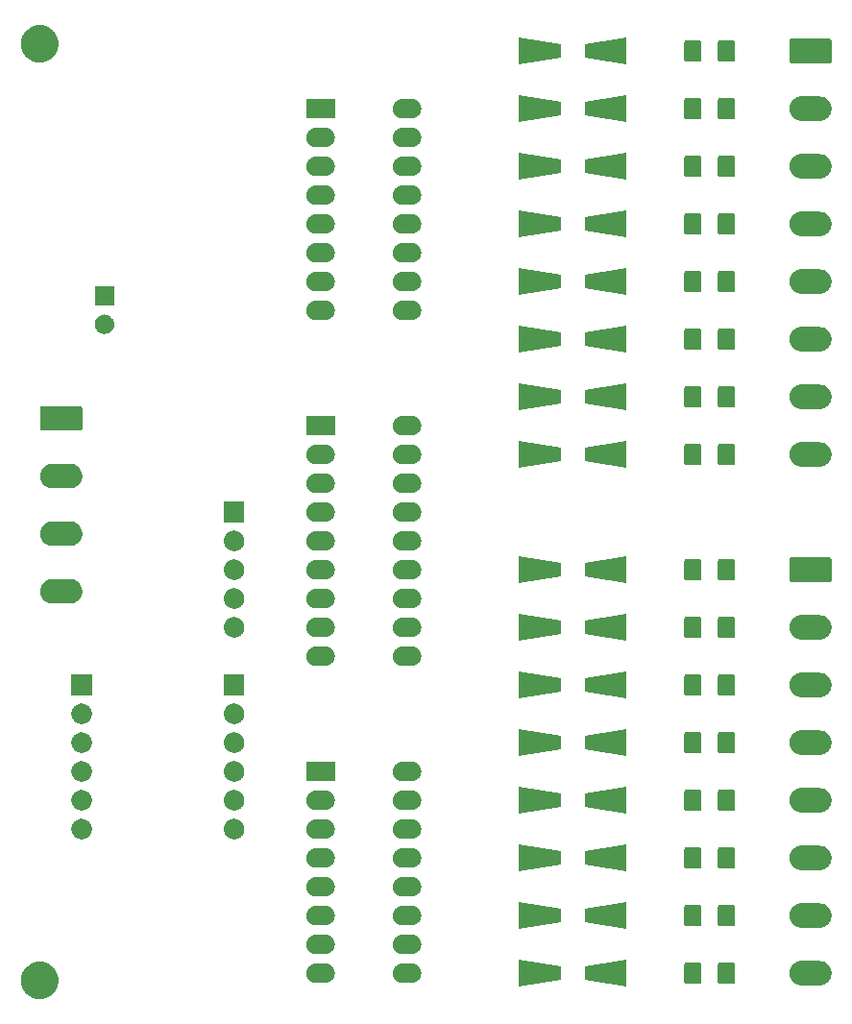
<source format=gbs>
G04 #@! TF.GenerationSoftware,KiCad,Pcbnew,(5.1.0-846-g23d3ccbdc)*
G04 #@! TF.CreationDate,2019-06-03T17:31:47-07:00*
G04 #@! TF.ProjectId,R_Switch,525f5377-6974-4636-982e-6b696361645f,n/c*
G04 #@! TF.SameCoordinates,Original*
G04 #@! TF.FileFunction,Soldermask,Bot*
G04 #@! TF.FilePolarity,Negative*
%FSLAX46Y46*%
G04 Gerber Fmt 4.6, Leading zero omitted, Abs format (unit mm)*
G04 Created by KiCad (PCBNEW (5.1.0-846-g23d3ccbdc)) date 2019-06-03 17:31:47*
%MOMM*%
%LPD*%
G04 APERTURE LIST*
%ADD10C,0.100000*%
G04 APERTURE END LIST*
D10*
G36*
X83893730Y-124079000D02*
G01*
X83949937Y-124079000D01*
X84020874Y-124090235D01*
X84087558Y-124096128D01*
X84144072Y-124109748D01*
X84206610Y-124119653D01*
X84268179Y-124139658D01*
X84326121Y-124153622D01*
X84386809Y-124178203D01*
X84453764Y-124199958D01*
X84505106Y-124226118D01*
X84553565Y-124245746D01*
X84616309Y-124282779D01*
X84685312Y-124317938D01*
X84726161Y-124347616D01*
X84764891Y-124370476D01*
X84827232Y-124421049D01*
X84895554Y-124470688D01*
X84926207Y-124501341D01*
X84955465Y-124525076D01*
X85014718Y-124589852D01*
X85079312Y-124654446D01*
X85100574Y-124683711D01*
X85121091Y-124706140D01*
X85174400Y-124785323D01*
X85232062Y-124864688D01*
X85245230Y-124890531D01*
X85258137Y-124909703D01*
X85302562Y-125003052D01*
X85350042Y-125096236D01*
X85356784Y-125116987D01*
X85363587Y-125131281D01*
X85396245Y-125238436D01*
X85430347Y-125343390D01*
X85432634Y-125357830D01*
X85435129Y-125366016D01*
X85453244Y-125487955D01*
X85471000Y-125600063D01*
X85471000Y-125859937D01*
X85462684Y-125912440D01*
X85461885Y-125941983D01*
X85444640Y-126026367D01*
X85430347Y-126116610D01*
X85419164Y-126151027D01*
X85413080Y-126180799D01*
X85380365Y-126270439D01*
X85350042Y-126363764D01*
X85336872Y-126389612D01*
X85328950Y-126411318D01*
X85279540Y-126502131D01*
X85232062Y-126595312D01*
X85219241Y-126612959D01*
X85211672Y-126626870D01*
X85144158Y-126716301D01*
X85079312Y-126805554D01*
X85068976Y-126815890D01*
X85063819Y-126822721D01*
X84975782Y-126909084D01*
X84895554Y-126989312D01*
X84889558Y-126993668D01*
X84888640Y-126994569D01*
X84713110Y-127121866D01*
X84685312Y-127142062D01*
X84584629Y-127193363D01*
X84472223Y-127251753D01*
X84465505Y-127254060D01*
X84453764Y-127260042D01*
X84347902Y-127294439D01*
X84240133Y-127331441D01*
X84225994Y-127334049D01*
X84206610Y-127340347D01*
X84102080Y-127356903D01*
X83998808Y-127375950D01*
X83977170Y-127376687D01*
X83949937Y-127381000D01*
X83850480Y-127381000D01*
X83753553Y-127384300D01*
X83724812Y-127381000D01*
X83690063Y-127381000D01*
X83598482Y-127366495D01*
X83509768Y-127356309D01*
X83474791Y-127346904D01*
X83433390Y-127340347D01*
X83351749Y-127313820D01*
X83272788Y-127292589D01*
X83232903Y-127275205D01*
X83186236Y-127260042D01*
X83115965Y-127224237D01*
X83047832Y-127194541D01*
X83004765Y-127167578D01*
X82954688Y-127142062D01*
X82896590Y-127099851D01*
X82839843Y-127064323D01*
X82795667Y-127026526D01*
X82744446Y-126989312D01*
X82698671Y-126943537D01*
X82653382Y-126904788D01*
X82610465Y-126855331D01*
X82560688Y-126805554D01*
X82526823Y-126758943D01*
X82492556Y-126719454D01*
X82453461Y-126657969D01*
X82407938Y-126595312D01*
X82385015Y-126550323D01*
X82360884Y-126512372D01*
X82328299Y-126439012D01*
X82289958Y-126363764D01*
X82276561Y-126322533D01*
X82261269Y-126288105D01*
X82237885Y-126203501D01*
X82209653Y-126116610D01*
X82203993Y-126080874D01*
X82195897Y-126051582D01*
X82184348Y-125956843D01*
X82169000Y-125859937D01*
X82169000Y-125830932D01*
X82166203Y-125807987D01*
X82169000Y-125704628D01*
X82169000Y-125600063D01*
X82172413Y-125578516D01*
X82172841Y-125562689D01*
X82192390Y-125452382D01*
X82209653Y-125343390D01*
X82214171Y-125329485D01*
X82215664Y-125321061D01*
X82254876Y-125204207D01*
X82289958Y-125096236D01*
X82293325Y-125089628D01*
X82293732Y-125088415D01*
X82391710Y-124896538D01*
X82407938Y-124864688D01*
X82474366Y-124773258D01*
X82548002Y-124670214D01*
X82552942Y-124665107D01*
X82560688Y-124654446D01*
X82639390Y-124575744D01*
X82718621Y-124493841D01*
X82730037Y-124485097D01*
X82744446Y-124470688D01*
X82830048Y-124408494D01*
X82913440Y-124344621D01*
X82932390Y-124334139D01*
X82954688Y-124317938D01*
X83043279Y-124272798D01*
X83128164Y-124225843D01*
X83155275Y-124215734D01*
X83186236Y-124199958D01*
X83274418Y-124171306D01*
X83358091Y-124140105D01*
X83393527Y-124132605D01*
X83433390Y-124119653D01*
X83518177Y-124106224D01*
X83598171Y-124089294D01*
X83641600Y-124086676D01*
X83690063Y-124079000D01*
X83768917Y-124079000D01*
X83843111Y-124074527D01*
X83893730Y-124079000D01*
X83893730Y-124079000D01*
G37*
G36*
X129761000Y-124501796D02*
G01*
X129761000Y-125688204D01*
X126059000Y-126305204D01*
X126059000Y-123884796D01*
X129761000Y-124501796D01*
X129761000Y-124501796D01*
G37*
G36*
X135561000Y-126305204D02*
G01*
X131859000Y-125688204D01*
X131859000Y-124501796D01*
X135561000Y-123884796D01*
X135561000Y-126305204D01*
X135561000Y-126305204D01*
G37*
G36*
X152836270Y-124044170D02*
G01*
X152853047Y-124050931D01*
X153022304Y-124118973D01*
X153023066Y-124119451D01*
X153029361Y-124121988D01*
X153106089Y-124171531D01*
X153187291Y-124222468D01*
X153192945Y-124227613D01*
X153204254Y-124234915D01*
X153267360Y-124295326D01*
X153331334Y-124353538D01*
X153340091Y-124364950D01*
X153354638Y-124378876D01*
X153401879Y-124445473D01*
X153449893Y-124508046D01*
X153459584Y-124526823D01*
X153475086Y-124548676D01*
X153506321Y-124617374D01*
X153539215Y-124681106D01*
X153547412Y-124707749D01*
X153561252Y-124738190D01*
X153577438Y-124805352D01*
X153596480Y-124867248D01*
X153600640Y-124901625D01*
X153610028Y-124940578D01*
X153612923Y-125003121D01*
X153619878Y-125060592D01*
X153617496Y-125101907D01*
X153619654Y-125148537D01*
X153611606Y-125204043D01*
X153608666Y-125255026D01*
X153597424Y-125301852D01*
X153589781Y-125354566D01*
X153573543Y-125401326D01*
X153563204Y-125444392D01*
X153541109Y-125494724D01*
X153521488Y-125551228D01*
X153500004Y-125588364D01*
X153484923Y-125622720D01*
X153450455Y-125674014D01*
X153417240Y-125731428D01*
X153393456Y-125758836D01*
X153376297Y-125784372D01*
X153328478Y-125833717D01*
X153280797Y-125888665D01*
X153257484Y-125906978D01*
X153240771Y-125924224D01*
X153179243Y-125968436D01*
X153117083Y-126017264D01*
X153096643Y-126027791D01*
X153082610Y-126037875D01*
X153007553Y-126073675D01*
X152932005Y-126112585D01*
X152916347Y-126117179D01*
X152906836Y-126121715D01*
X152818648Y-126145840D01*
X152732241Y-126171189D01*
X152722637Y-126172105D01*
X152718979Y-126173106D01*
X152613240Y-126182543D01*
X152577007Y-126186000D01*
X150970778Y-126186000D01*
X150693730Y-126145830D01*
X150676953Y-126139069D01*
X150507696Y-126071027D01*
X150506934Y-126070549D01*
X150500639Y-126068012D01*
X150423911Y-126018469D01*
X150342709Y-125967532D01*
X150337055Y-125962387D01*
X150325746Y-125955085D01*
X150262640Y-125894674D01*
X150198666Y-125836462D01*
X150189909Y-125825050D01*
X150175362Y-125811124D01*
X150128121Y-125744527D01*
X150080107Y-125681954D01*
X150070416Y-125663177D01*
X150054914Y-125641324D01*
X150023679Y-125572626D01*
X149990785Y-125508894D01*
X149982588Y-125482251D01*
X149968748Y-125451810D01*
X149952562Y-125384648D01*
X149933520Y-125322752D01*
X149929360Y-125288375D01*
X149919972Y-125249422D01*
X149917077Y-125186879D01*
X149910122Y-125129408D01*
X149912504Y-125088093D01*
X149910346Y-125041463D01*
X149918394Y-124985957D01*
X149921334Y-124934974D01*
X149932576Y-124888148D01*
X149940219Y-124835434D01*
X149956457Y-124788674D01*
X149966796Y-124745608D01*
X149988891Y-124695276D01*
X150008512Y-124638772D01*
X150029996Y-124601636D01*
X150045077Y-124567280D01*
X150079545Y-124515986D01*
X150112760Y-124458572D01*
X150136544Y-124431164D01*
X150153703Y-124405628D01*
X150201522Y-124356283D01*
X150249203Y-124301335D01*
X150272516Y-124283022D01*
X150289229Y-124265776D01*
X150350757Y-124221564D01*
X150412917Y-124172736D01*
X150433357Y-124162209D01*
X150447390Y-124152125D01*
X150522447Y-124116325D01*
X150597995Y-124077415D01*
X150613653Y-124072821D01*
X150623164Y-124068285D01*
X150711352Y-124044160D01*
X150797759Y-124018811D01*
X150807363Y-124017895D01*
X150811021Y-124016894D01*
X150916760Y-124007457D01*
X150952993Y-124004000D01*
X152559222Y-124004000D01*
X152836270Y-124044170D01*
X152836270Y-124044170D01*
G37*
G36*
X145002459Y-124182075D02*
G01*
X145058049Y-124214169D01*
X145095664Y-124258998D01*
X145126000Y-124372212D01*
X145126000Y-125823309D01*
X145112925Y-125897459D01*
X145080831Y-125953049D01*
X145036002Y-125990664D01*
X144922788Y-126021000D01*
X143796691Y-126021000D01*
X143722541Y-126007925D01*
X143666951Y-125975831D01*
X143629336Y-125931002D01*
X143599000Y-125817788D01*
X143599000Y-124366691D01*
X143612075Y-124292541D01*
X143644169Y-124236951D01*
X143688998Y-124199336D01*
X143802212Y-124169000D01*
X144928309Y-124169000D01*
X145002459Y-124182075D01*
X145002459Y-124182075D01*
G37*
G36*
X142027459Y-124182075D02*
G01*
X142083049Y-124214169D01*
X142120664Y-124258998D01*
X142151000Y-124372212D01*
X142151000Y-125823309D01*
X142137925Y-125897459D01*
X142105831Y-125953049D01*
X142061002Y-125990664D01*
X141947788Y-126021000D01*
X140821691Y-126021000D01*
X140747541Y-126007925D01*
X140691951Y-125975831D01*
X140654336Y-125931002D01*
X140624000Y-125817788D01*
X140624000Y-124366691D01*
X140637075Y-124292541D01*
X140669169Y-124236951D01*
X140713998Y-124199336D01*
X140827212Y-124169000D01*
X141953309Y-124169000D01*
X142027459Y-124182075D01*
X142027459Y-124182075D01*
G37*
G36*
X116742270Y-124261707D02*
G01*
X116866689Y-124280968D01*
X116871690Y-124283132D01*
X116880865Y-124284651D01*
X116953903Y-124318709D01*
X117022312Y-124348313D01*
X117032129Y-124355187D01*
X117048440Y-124362793D01*
X117107726Y-124408121D01*
X117163929Y-124447474D01*
X117176276Y-124460530D01*
X117195327Y-124475096D01*
X117239657Y-124527554D01*
X117282715Y-124573086D01*
X117295335Y-124593439D01*
X117314671Y-124616321D01*
X117343930Y-124671816D01*
X117373819Y-124720022D01*
X117384150Y-124748099D01*
X117400905Y-124779879D01*
X117415983Y-124834619D01*
X117433516Y-124882272D01*
X117438882Y-124917753D01*
X117450006Y-124958139D01*
X117452666Y-125008903D01*
X117459368Y-125053216D01*
X117457178Y-125094995D01*
X117459683Y-125142784D01*
X117452354Y-125187056D01*
X117450320Y-125225863D01*
X117438272Y-125272117D01*
X117429484Y-125325200D01*
X117415035Y-125361325D01*
X117406741Y-125393167D01*
X117383009Y-125441396D01*
X117360819Y-125496876D01*
X117342303Y-125524121D01*
X117330413Y-125548285D01*
X117293825Y-125595454D01*
X117256890Y-125649802D01*
X117237296Y-125668332D01*
X117224447Y-125684896D01*
X117174605Y-125727616D01*
X117122548Y-125776844D01*
X117104557Y-125787654D01*
X117093185Y-125797401D01*
X117030589Y-125832098D01*
X116964059Y-125872074D01*
X116949838Y-125876860D01*
X116941972Y-125881220D01*
X116867991Y-125904404D01*
X116788817Y-125931049D01*
X116779863Y-125932022D01*
X116777000Y-125932919D01*
X116693954Y-125941354D01*
X116651191Y-125946000D01*
X115774689Y-125946000D01*
X115667730Y-125928293D01*
X115543311Y-125909032D01*
X115538310Y-125906868D01*
X115529135Y-125905349D01*
X115456097Y-125871291D01*
X115387688Y-125841687D01*
X115377871Y-125834813D01*
X115361560Y-125827207D01*
X115302274Y-125781879D01*
X115246071Y-125742526D01*
X115233724Y-125729470D01*
X115214673Y-125714904D01*
X115170343Y-125662446D01*
X115127285Y-125616914D01*
X115114665Y-125596561D01*
X115095329Y-125573679D01*
X115066070Y-125518184D01*
X115036181Y-125469978D01*
X115025850Y-125441901D01*
X115009095Y-125410121D01*
X114994017Y-125355381D01*
X114976484Y-125307728D01*
X114971118Y-125272247D01*
X114959994Y-125231861D01*
X114957334Y-125181097D01*
X114950632Y-125136784D01*
X114952822Y-125095005D01*
X114950317Y-125047216D01*
X114957646Y-125002944D01*
X114959680Y-124964137D01*
X114971728Y-124917883D01*
X114980516Y-124864800D01*
X114994965Y-124828675D01*
X115003259Y-124796833D01*
X115026991Y-124748604D01*
X115049181Y-124693124D01*
X115067697Y-124665879D01*
X115079587Y-124641715D01*
X115116175Y-124594546D01*
X115153110Y-124540198D01*
X115172704Y-124521668D01*
X115185553Y-124505104D01*
X115235395Y-124462384D01*
X115287452Y-124413156D01*
X115305443Y-124402346D01*
X115316815Y-124392599D01*
X115379411Y-124357902D01*
X115445941Y-124317926D01*
X115460162Y-124313140D01*
X115468028Y-124308780D01*
X115542009Y-124285596D01*
X115621183Y-124258951D01*
X115630137Y-124257978D01*
X115633000Y-124257081D01*
X115716046Y-124248646D01*
X115758809Y-124244000D01*
X116635311Y-124244000D01*
X116742270Y-124261707D01*
X116742270Y-124261707D01*
G37*
G36*
X109122270Y-124261707D02*
G01*
X109246689Y-124280968D01*
X109251690Y-124283132D01*
X109260865Y-124284651D01*
X109333903Y-124318709D01*
X109402312Y-124348313D01*
X109412129Y-124355187D01*
X109428440Y-124362793D01*
X109487726Y-124408121D01*
X109543929Y-124447474D01*
X109556276Y-124460530D01*
X109575327Y-124475096D01*
X109619657Y-124527554D01*
X109662715Y-124573086D01*
X109675335Y-124593439D01*
X109694671Y-124616321D01*
X109723930Y-124671816D01*
X109753819Y-124720022D01*
X109764150Y-124748099D01*
X109780905Y-124779879D01*
X109795983Y-124834619D01*
X109813516Y-124882272D01*
X109818882Y-124917753D01*
X109830006Y-124958139D01*
X109832666Y-125008903D01*
X109839368Y-125053216D01*
X109837178Y-125094995D01*
X109839683Y-125142784D01*
X109832354Y-125187056D01*
X109830320Y-125225863D01*
X109818272Y-125272117D01*
X109809484Y-125325200D01*
X109795035Y-125361325D01*
X109786741Y-125393167D01*
X109763009Y-125441396D01*
X109740819Y-125496876D01*
X109722303Y-125524121D01*
X109710413Y-125548285D01*
X109673825Y-125595454D01*
X109636890Y-125649802D01*
X109617296Y-125668332D01*
X109604447Y-125684896D01*
X109554605Y-125727616D01*
X109502548Y-125776844D01*
X109484557Y-125787654D01*
X109473185Y-125797401D01*
X109410589Y-125832098D01*
X109344059Y-125872074D01*
X109329838Y-125876860D01*
X109321972Y-125881220D01*
X109247991Y-125904404D01*
X109168817Y-125931049D01*
X109159863Y-125932022D01*
X109157000Y-125932919D01*
X109073954Y-125941354D01*
X109031191Y-125946000D01*
X108154689Y-125946000D01*
X108047730Y-125928293D01*
X107923311Y-125909032D01*
X107918310Y-125906868D01*
X107909135Y-125905349D01*
X107836097Y-125871291D01*
X107767688Y-125841687D01*
X107757871Y-125834813D01*
X107741560Y-125827207D01*
X107682274Y-125781879D01*
X107626071Y-125742526D01*
X107613724Y-125729470D01*
X107594673Y-125714904D01*
X107550343Y-125662446D01*
X107507285Y-125616914D01*
X107494665Y-125596561D01*
X107475329Y-125573679D01*
X107446070Y-125518184D01*
X107416181Y-125469978D01*
X107405850Y-125441901D01*
X107389095Y-125410121D01*
X107374017Y-125355381D01*
X107356484Y-125307728D01*
X107351118Y-125272247D01*
X107339994Y-125231861D01*
X107337334Y-125181097D01*
X107330632Y-125136784D01*
X107332822Y-125095005D01*
X107330317Y-125047216D01*
X107337646Y-125002944D01*
X107339680Y-124964137D01*
X107351728Y-124917883D01*
X107360516Y-124864800D01*
X107374965Y-124828675D01*
X107383259Y-124796833D01*
X107406991Y-124748604D01*
X107429181Y-124693124D01*
X107447697Y-124665879D01*
X107459587Y-124641715D01*
X107496175Y-124594546D01*
X107533110Y-124540198D01*
X107552704Y-124521668D01*
X107565553Y-124505104D01*
X107615395Y-124462384D01*
X107667452Y-124413156D01*
X107685443Y-124402346D01*
X107696815Y-124392599D01*
X107759411Y-124357902D01*
X107825941Y-124317926D01*
X107840162Y-124313140D01*
X107848028Y-124308780D01*
X107922009Y-124285596D01*
X108001183Y-124258951D01*
X108010137Y-124257978D01*
X108013000Y-124257081D01*
X108096046Y-124248646D01*
X108138809Y-124244000D01*
X109015311Y-124244000D01*
X109122270Y-124261707D01*
X109122270Y-124261707D01*
G37*
G36*
X116742270Y-121721707D02*
G01*
X116866689Y-121740968D01*
X116871690Y-121743132D01*
X116880865Y-121744651D01*
X116953903Y-121778709D01*
X117022312Y-121808313D01*
X117032129Y-121815187D01*
X117048440Y-121822793D01*
X117107726Y-121868121D01*
X117163929Y-121907474D01*
X117176276Y-121920530D01*
X117195327Y-121935096D01*
X117239657Y-121987554D01*
X117282715Y-122033086D01*
X117295335Y-122053439D01*
X117314671Y-122076321D01*
X117343930Y-122131816D01*
X117373819Y-122180022D01*
X117384150Y-122208099D01*
X117400905Y-122239879D01*
X117415983Y-122294619D01*
X117433516Y-122342272D01*
X117438882Y-122377753D01*
X117450006Y-122418139D01*
X117452666Y-122468903D01*
X117459368Y-122513216D01*
X117457178Y-122554995D01*
X117459683Y-122602784D01*
X117452354Y-122647056D01*
X117450320Y-122685863D01*
X117438272Y-122732117D01*
X117429484Y-122785200D01*
X117415035Y-122821325D01*
X117406741Y-122853167D01*
X117383009Y-122901396D01*
X117360819Y-122956876D01*
X117342303Y-122984121D01*
X117330413Y-123008285D01*
X117293825Y-123055454D01*
X117256890Y-123109802D01*
X117237296Y-123128332D01*
X117224447Y-123144896D01*
X117174605Y-123187616D01*
X117122548Y-123236844D01*
X117104557Y-123247654D01*
X117093185Y-123257401D01*
X117030589Y-123292098D01*
X116964059Y-123332074D01*
X116949838Y-123336860D01*
X116941972Y-123341220D01*
X116867991Y-123364404D01*
X116788817Y-123391049D01*
X116779863Y-123392022D01*
X116777000Y-123392919D01*
X116693954Y-123401354D01*
X116651191Y-123406000D01*
X115774689Y-123406000D01*
X115667730Y-123388293D01*
X115543311Y-123369032D01*
X115538310Y-123366868D01*
X115529135Y-123365349D01*
X115456097Y-123331291D01*
X115387688Y-123301687D01*
X115377871Y-123294813D01*
X115361560Y-123287207D01*
X115302274Y-123241879D01*
X115246071Y-123202526D01*
X115233724Y-123189470D01*
X115214673Y-123174904D01*
X115170343Y-123122446D01*
X115127285Y-123076914D01*
X115114665Y-123056561D01*
X115095329Y-123033679D01*
X115066070Y-122978184D01*
X115036181Y-122929978D01*
X115025850Y-122901901D01*
X115009095Y-122870121D01*
X114994017Y-122815381D01*
X114976484Y-122767728D01*
X114971118Y-122732247D01*
X114959994Y-122691861D01*
X114957334Y-122641097D01*
X114950632Y-122596784D01*
X114952822Y-122555005D01*
X114950317Y-122507216D01*
X114957646Y-122462944D01*
X114959680Y-122424137D01*
X114971728Y-122377883D01*
X114980516Y-122324800D01*
X114994965Y-122288675D01*
X115003259Y-122256833D01*
X115026991Y-122208604D01*
X115049181Y-122153124D01*
X115067697Y-122125879D01*
X115079587Y-122101715D01*
X115116175Y-122054546D01*
X115153110Y-122000198D01*
X115172704Y-121981668D01*
X115185553Y-121965104D01*
X115235395Y-121922384D01*
X115287452Y-121873156D01*
X115305443Y-121862346D01*
X115316815Y-121852599D01*
X115379411Y-121817902D01*
X115445941Y-121777926D01*
X115460162Y-121773140D01*
X115468028Y-121768780D01*
X115542009Y-121745596D01*
X115621183Y-121718951D01*
X115630137Y-121717978D01*
X115633000Y-121717081D01*
X115716046Y-121708646D01*
X115758809Y-121704000D01*
X116635311Y-121704000D01*
X116742270Y-121721707D01*
X116742270Y-121721707D01*
G37*
G36*
X109122270Y-121721707D02*
G01*
X109246689Y-121740968D01*
X109251690Y-121743132D01*
X109260865Y-121744651D01*
X109333903Y-121778709D01*
X109402312Y-121808313D01*
X109412129Y-121815187D01*
X109428440Y-121822793D01*
X109487726Y-121868121D01*
X109543929Y-121907474D01*
X109556276Y-121920530D01*
X109575327Y-121935096D01*
X109619657Y-121987554D01*
X109662715Y-122033086D01*
X109675335Y-122053439D01*
X109694671Y-122076321D01*
X109723930Y-122131816D01*
X109753819Y-122180022D01*
X109764150Y-122208099D01*
X109780905Y-122239879D01*
X109795983Y-122294619D01*
X109813516Y-122342272D01*
X109818882Y-122377753D01*
X109830006Y-122418139D01*
X109832666Y-122468903D01*
X109839368Y-122513216D01*
X109837178Y-122554995D01*
X109839683Y-122602784D01*
X109832354Y-122647056D01*
X109830320Y-122685863D01*
X109818272Y-122732117D01*
X109809484Y-122785200D01*
X109795035Y-122821325D01*
X109786741Y-122853167D01*
X109763009Y-122901396D01*
X109740819Y-122956876D01*
X109722303Y-122984121D01*
X109710413Y-123008285D01*
X109673825Y-123055454D01*
X109636890Y-123109802D01*
X109617296Y-123128332D01*
X109604447Y-123144896D01*
X109554605Y-123187616D01*
X109502548Y-123236844D01*
X109484557Y-123247654D01*
X109473185Y-123257401D01*
X109410589Y-123292098D01*
X109344059Y-123332074D01*
X109329838Y-123336860D01*
X109321972Y-123341220D01*
X109247991Y-123364404D01*
X109168817Y-123391049D01*
X109159863Y-123392022D01*
X109157000Y-123392919D01*
X109073954Y-123401354D01*
X109031191Y-123406000D01*
X108154689Y-123406000D01*
X108047730Y-123388293D01*
X107923311Y-123369032D01*
X107918310Y-123366868D01*
X107909135Y-123365349D01*
X107836097Y-123331291D01*
X107767688Y-123301687D01*
X107757871Y-123294813D01*
X107741560Y-123287207D01*
X107682274Y-123241879D01*
X107626071Y-123202526D01*
X107613724Y-123189470D01*
X107594673Y-123174904D01*
X107550343Y-123122446D01*
X107507285Y-123076914D01*
X107494665Y-123056561D01*
X107475329Y-123033679D01*
X107446070Y-122978184D01*
X107416181Y-122929978D01*
X107405850Y-122901901D01*
X107389095Y-122870121D01*
X107374017Y-122815381D01*
X107356484Y-122767728D01*
X107351118Y-122732247D01*
X107339994Y-122691861D01*
X107337334Y-122641097D01*
X107330632Y-122596784D01*
X107332822Y-122555005D01*
X107330317Y-122507216D01*
X107337646Y-122462944D01*
X107339680Y-122424137D01*
X107351728Y-122377883D01*
X107360516Y-122324800D01*
X107374965Y-122288675D01*
X107383259Y-122256833D01*
X107406991Y-122208604D01*
X107429181Y-122153124D01*
X107447697Y-122125879D01*
X107459587Y-122101715D01*
X107496175Y-122054546D01*
X107533110Y-122000198D01*
X107552704Y-121981668D01*
X107565553Y-121965104D01*
X107615395Y-121922384D01*
X107667452Y-121873156D01*
X107685443Y-121862346D01*
X107696815Y-121852599D01*
X107759411Y-121817902D01*
X107825941Y-121777926D01*
X107840162Y-121773140D01*
X107848028Y-121768780D01*
X107922009Y-121745596D01*
X108001183Y-121718951D01*
X108010137Y-121717978D01*
X108013000Y-121717081D01*
X108096046Y-121708646D01*
X108138809Y-121704000D01*
X109015311Y-121704000D01*
X109122270Y-121721707D01*
X109122270Y-121721707D01*
G37*
G36*
X135561000Y-121225204D02*
G01*
X131859000Y-120608204D01*
X131859000Y-119421796D01*
X135561000Y-118804796D01*
X135561000Y-121225204D01*
X135561000Y-121225204D01*
G37*
G36*
X129761000Y-119421796D02*
G01*
X129761000Y-120608204D01*
X126059000Y-121225204D01*
X126059000Y-118804796D01*
X129761000Y-119421796D01*
X129761000Y-119421796D01*
G37*
G36*
X152836270Y-118964170D02*
G01*
X152853047Y-118970931D01*
X153022304Y-119038973D01*
X153023066Y-119039451D01*
X153029361Y-119041988D01*
X153106089Y-119091531D01*
X153187291Y-119142468D01*
X153192945Y-119147613D01*
X153204254Y-119154915D01*
X153267360Y-119215326D01*
X153331334Y-119273538D01*
X153340091Y-119284950D01*
X153354638Y-119298876D01*
X153401879Y-119365473D01*
X153449893Y-119428046D01*
X153459584Y-119446823D01*
X153475086Y-119468676D01*
X153506321Y-119537374D01*
X153539215Y-119601106D01*
X153547412Y-119627749D01*
X153561252Y-119658190D01*
X153577438Y-119725352D01*
X153596480Y-119787248D01*
X153600640Y-119821625D01*
X153610028Y-119860578D01*
X153612923Y-119923121D01*
X153619878Y-119980592D01*
X153617496Y-120021907D01*
X153619654Y-120068537D01*
X153611606Y-120124043D01*
X153608666Y-120175026D01*
X153597424Y-120221852D01*
X153589781Y-120274566D01*
X153573543Y-120321326D01*
X153563204Y-120364392D01*
X153541109Y-120414724D01*
X153521488Y-120471228D01*
X153500004Y-120508364D01*
X153484923Y-120542720D01*
X153450455Y-120594014D01*
X153417240Y-120651428D01*
X153393456Y-120678836D01*
X153376297Y-120704372D01*
X153328478Y-120753717D01*
X153280797Y-120808665D01*
X153257484Y-120826978D01*
X153240771Y-120844224D01*
X153179243Y-120888436D01*
X153117083Y-120937264D01*
X153096643Y-120947791D01*
X153082610Y-120957875D01*
X153007553Y-120993675D01*
X152932005Y-121032585D01*
X152916347Y-121037179D01*
X152906836Y-121041715D01*
X152818648Y-121065840D01*
X152732241Y-121091189D01*
X152722637Y-121092105D01*
X152718979Y-121093106D01*
X152613240Y-121102543D01*
X152577007Y-121106000D01*
X150970778Y-121106000D01*
X150693730Y-121065830D01*
X150676953Y-121059069D01*
X150507696Y-120991027D01*
X150506934Y-120990549D01*
X150500639Y-120988012D01*
X150423911Y-120938469D01*
X150342709Y-120887532D01*
X150337055Y-120882387D01*
X150325746Y-120875085D01*
X150262640Y-120814674D01*
X150198666Y-120756462D01*
X150189909Y-120745050D01*
X150175362Y-120731124D01*
X150128121Y-120664527D01*
X150080107Y-120601954D01*
X150070416Y-120583177D01*
X150054914Y-120561324D01*
X150023679Y-120492626D01*
X149990785Y-120428894D01*
X149982588Y-120402251D01*
X149968748Y-120371810D01*
X149952562Y-120304648D01*
X149933520Y-120242752D01*
X149929360Y-120208375D01*
X149919972Y-120169422D01*
X149917077Y-120106879D01*
X149910122Y-120049408D01*
X149912504Y-120008093D01*
X149910346Y-119961463D01*
X149918394Y-119905957D01*
X149921334Y-119854974D01*
X149932576Y-119808148D01*
X149940219Y-119755434D01*
X149956457Y-119708674D01*
X149966796Y-119665608D01*
X149988891Y-119615276D01*
X150008512Y-119558772D01*
X150029996Y-119521636D01*
X150045077Y-119487280D01*
X150079545Y-119435986D01*
X150112760Y-119378572D01*
X150136544Y-119351164D01*
X150153703Y-119325628D01*
X150201522Y-119276283D01*
X150249203Y-119221335D01*
X150272516Y-119203022D01*
X150289229Y-119185776D01*
X150350757Y-119141564D01*
X150412917Y-119092736D01*
X150433357Y-119082209D01*
X150447390Y-119072125D01*
X150522447Y-119036325D01*
X150597995Y-118997415D01*
X150613653Y-118992821D01*
X150623164Y-118988285D01*
X150711352Y-118964160D01*
X150797759Y-118938811D01*
X150807363Y-118937895D01*
X150811021Y-118936894D01*
X150916760Y-118927457D01*
X150952993Y-118924000D01*
X152559222Y-118924000D01*
X152836270Y-118964170D01*
X152836270Y-118964170D01*
G37*
G36*
X142027459Y-119102075D02*
G01*
X142083049Y-119134169D01*
X142120664Y-119178998D01*
X142151000Y-119292212D01*
X142151000Y-120743309D01*
X142137925Y-120817459D01*
X142105831Y-120873049D01*
X142061002Y-120910664D01*
X141947788Y-120941000D01*
X140821691Y-120941000D01*
X140747541Y-120927925D01*
X140691951Y-120895831D01*
X140654336Y-120851002D01*
X140624000Y-120737788D01*
X140624000Y-119286691D01*
X140637075Y-119212541D01*
X140669169Y-119156951D01*
X140713998Y-119119336D01*
X140827212Y-119089000D01*
X141953309Y-119089000D01*
X142027459Y-119102075D01*
X142027459Y-119102075D01*
G37*
G36*
X145002459Y-119102075D02*
G01*
X145058049Y-119134169D01*
X145095664Y-119178998D01*
X145126000Y-119292212D01*
X145126000Y-120743309D01*
X145112925Y-120817459D01*
X145080831Y-120873049D01*
X145036002Y-120910664D01*
X144922788Y-120941000D01*
X143796691Y-120941000D01*
X143722541Y-120927925D01*
X143666951Y-120895831D01*
X143629336Y-120851002D01*
X143599000Y-120737788D01*
X143599000Y-119286691D01*
X143612075Y-119212541D01*
X143644169Y-119156951D01*
X143688998Y-119119336D01*
X143802212Y-119089000D01*
X144928309Y-119089000D01*
X145002459Y-119102075D01*
X145002459Y-119102075D01*
G37*
G36*
X109122270Y-119181707D02*
G01*
X109246689Y-119200968D01*
X109251690Y-119203132D01*
X109260865Y-119204651D01*
X109333903Y-119238709D01*
X109402312Y-119268313D01*
X109412129Y-119275187D01*
X109428440Y-119282793D01*
X109487726Y-119328121D01*
X109543929Y-119367474D01*
X109556276Y-119380530D01*
X109575327Y-119395096D01*
X109619657Y-119447554D01*
X109662715Y-119493086D01*
X109675335Y-119513439D01*
X109694671Y-119536321D01*
X109723930Y-119591816D01*
X109753819Y-119640022D01*
X109764150Y-119668099D01*
X109780905Y-119699879D01*
X109795983Y-119754619D01*
X109813516Y-119802272D01*
X109818882Y-119837753D01*
X109830006Y-119878139D01*
X109832666Y-119928903D01*
X109839368Y-119973216D01*
X109837178Y-120014995D01*
X109839683Y-120062784D01*
X109832354Y-120107056D01*
X109830320Y-120145863D01*
X109818272Y-120192117D01*
X109809484Y-120245200D01*
X109795035Y-120281325D01*
X109786741Y-120313167D01*
X109763009Y-120361396D01*
X109740819Y-120416876D01*
X109722303Y-120444121D01*
X109710413Y-120468285D01*
X109673825Y-120515454D01*
X109636890Y-120569802D01*
X109617296Y-120588332D01*
X109604447Y-120604896D01*
X109554605Y-120647616D01*
X109502548Y-120696844D01*
X109484557Y-120707654D01*
X109473185Y-120717401D01*
X109410589Y-120752098D01*
X109344059Y-120792074D01*
X109329838Y-120796860D01*
X109321972Y-120801220D01*
X109247991Y-120824404D01*
X109168817Y-120851049D01*
X109159863Y-120852022D01*
X109157000Y-120852919D01*
X109073954Y-120861354D01*
X109031191Y-120866000D01*
X108154689Y-120866000D01*
X108047730Y-120848293D01*
X107923311Y-120829032D01*
X107918310Y-120826868D01*
X107909135Y-120825349D01*
X107836097Y-120791291D01*
X107767688Y-120761687D01*
X107757871Y-120754813D01*
X107741560Y-120747207D01*
X107682274Y-120701879D01*
X107626071Y-120662526D01*
X107613724Y-120649470D01*
X107594673Y-120634904D01*
X107550343Y-120582446D01*
X107507285Y-120536914D01*
X107494665Y-120516561D01*
X107475329Y-120493679D01*
X107446070Y-120438184D01*
X107416181Y-120389978D01*
X107405850Y-120361901D01*
X107389095Y-120330121D01*
X107374017Y-120275381D01*
X107356484Y-120227728D01*
X107351118Y-120192247D01*
X107339994Y-120151861D01*
X107337334Y-120101097D01*
X107330632Y-120056784D01*
X107332822Y-120015005D01*
X107330317Y-119967216D01*
X107337646Y-119922944D01*
X107339680Y-119884137D01*
X107351728Y-119837883D01*
X107360516Y-119784800D01*
X107374965Y-119748675D01*
X107383259Y-119716833D01*
X107406991Y-119668604D01*
X107429181Y-119613124D01*
X107447697Y-119585879D01*
X107459587Y-119561715D01*
X107496175Y-119514546D01*
X107533110Y-119460198D01*
X107552704Y-119441668D01*
X107565553Y-119425104D01*
X107615395Y-119382384D01*
X107667452Y-119333156D01*
X107685443Y-119322346D01*
X107696815Y-119312599D01*
X107759411Y-119277902D01*
X107825941Y-119237926D01*
X107840162Y-119233140D01*
X107848028Y-119228780D01*
X107922009Y-119205596D01*
X108001183Y-119178951D01*
X108010137Y-119177978D01*
X108013000Y-119177081D01*
X108096046Y-119168646D01*
X108138809Y-119164000D01*
X109015311Y-119164000D01*
X109122270Y-119181707D01*
X109122270Y-119181707D01*
G37*
G36*
X116742270Y-119181707D02*
G01*
X116866689Y-119200968D01*
X116871690Y-119203132D01*
X116880865Y-119204651D01*
X116953903Y-119238709D01*
X117022312Y-119268313D01*
X117032129Y-119275187D01*
X117048440Y-119282793D01*
X117107726Y-119328121D01*
X117163929Y-119367474D01*
X117176276Y-119380530D01*
X117195327Y-119395096D01*
X117239657Y-119447554D01*
X117282715Y-119493086D01*
X117295335Y-119513439D01*
X117314671Y-119536321D01*
X117343930Y-119591816D01*
X117373819Y-119640022D01*
X117384150Y-119668099D01*
X117400905Y-119699879D01*
X117415983Y-119754619D01*
X117433516Y-119802272D01*
X117438882Y-119837753D01*
X117450006Y-119878139D01*
X117452666Y-119928903D01*
X117459368Y-119973216D01*
X117457178Y-120014995D01*
X117459683Y-120062784D01*
X117452354Y-120107056D01*
X117450320Y-120145863D01*
X117438272Y-120192117D01*
X117429484Y-120245200D01*
X117415035Y-120281325D01*
X117406741Y-120313167D01*
X117383009Y-120361396D01*
X117360819Y-120416876D01*
X117342303Y-120444121D01*
X117330413Y-120468285D01*
X117293825Y-120515454D01*
X117256890Y-120569802D01*
X117237296Y-120588332D01*
X117224447Y-120604896D01*
X117174605Y-120647616D01*
X117122548Y-120696844D01*
X117104557Y-120707654D01*
X117093185Y-120717401D01*
X117030589Y-120752098D01*
X116964059Y-120792074D01*
X116949838Y-120796860D01*
X116941972Y-120801220D01*
X116867991Y-120824404D01*
X116788817Y-120851049D01*
X116779863Y-120852022D01*
X116777000Y-120852919D01*
X116693954Y-120861354D01*
X116651191Y-120866000D01*
X115774689Y-120866000D01*
X115667730Y-120848293D01*
X115543311Y-120829032D01*
X115538310Y-120826868D01*
X115529135Y-120825349D01*
X115456097Y-120791291D01*
X115387688Y-120761687D01*
X115377871Y-120754813D01*
X115361560Y-120747207D01*
X115302274Y-120701879D01*
X115246071Y-120662526D01*
X115233724Y-120649470D01*
X115214673Y-120634904D01*
X115170343Y-120582446D01*
X115127285Y-120536914D01*
X115114665Y-120516561D01*
X115095329Y-120493679D01*
X115066070Y-120438184D01*
X115036181Y-120389978D01*
X115025850Y-120361901D01*
X115009095Y-120330121D01*
X114994017Y-120275381D01*
X114976484Y-120227728D01*
X114971118Y-120192247D01*
X114959994Y-120151861D01*
X114957334Y-120101097D01*
X114950632Y-120056784D01*
X114952822Y-120015005D01*
X114950317Y-119967216D01*
X114957646Y-119922944D01*
X114959680Y-119884137D01*
X114971728Y-119837883D01*
X114980516Y-119784800D01*
X114994965Y-119748675D01*
X115003259Y-119716833D01*
X115026991Y-119668604D01*
X115049181Y-119613124D01*
X115067697Y-119585879D01*
X115079587Y-119561715D01*
X115116175Y-119514546D01*
X115153110Y-119460198D01*
X115172704Y-119441668D01*
X115185553Y-119425104D01*
X115235395Y-119382384D01*
X115287452Y-119333156D01*
X115305443Y-119322346D01*
X115316815Y-119312599D01*
X115379411Y-119277902D01*
X115445941Y-119237926D01*
X115460162Y-119233140D01*
X115468028Y-119228780D01*
X115542009Y-119205596D01*
X115621183Y-119178951D01*
X115630137Y-119177978D01*
X115633000Y-119177081D01*
X115716046Y-119168646D01*
X115758809Y-119164000D01*
X116635311Y-119164000D01*
X116742270Y-119181707D01*
X116742270Y-119181707D01*
G37*
G36*
X116742270Y-116641707D02*
G01*
X116866689Y-116660968D01*
X116871690Y-116663132D01*
X116880865Y-116664651D01*
X116953903Y-116698709D01*
X117022312Y-116728313D01*
X117032129Y-116735187D01*
X117048440Y-116742793D01*
X117107726Y-116788121D01*
X117163929Y-116827474D01*
X117176276Y-116840530D01*
X117195327Y-116855096D01*
X117239657Y-116907554D01*
X117282715Y-116953086D01*
X117295335Y-116973439D01*
X117314671Y-116996321D01*
X117343930Y-117051816D01*
X117373819Y-117100022D01*
X117384150Y-117128099D01*
X117400905Y-117159879D01*
X117415983Y-117214619D01*
X117433516Y-117262272D01*
X117438882Y-117297753D01*
X117450006Y-117338139D01*
X117452666Y-117388903D01*
X117459368Y-117433216D01*
X117457178Y-117474995D01*
X117459683Y-117522784D01*
X117452354Y-117567056D01*
X117450320Y-117605863D01*
X117438272Y-117652117D01*
X117429484Y-117705200D01*
X117415035Y-117741325D01*
X117406741Y-117773167D01*
X117383009Y-117821396D01*
X117360819Y-117876876D01*
X117342303Y-117904121D01*
X117330413Y-117928285D01*
X117293825Y-117975454D01*
X117256890Y-118029802D01*
X117237296Y-118048332D01*
X117224447Y-118064896D01*
X117174605Y-118107616D01*
X117122548Y-118156844D01*
X117104557Y-118167654D01*
X117093185Y-118177401D01*
X117030589Y-118212098D01*
X116964059Y-118252074D01*
X116949838Y-118256860D01*
X116941972Y-118261220D01*
X116867991Y-118284404D01*
X116788817Y-118311049D01*
X116779863Y-118312022D01*
X116777000Y-118312919D01*
X116693954Y-118321354D01*
X116651191Y-118326000D01*
X115774689Y-118326000D01*
X115667730Y-118308293D01*
X115543311Y-118289032D01*
X115538310Y-118286868D01*
X115529135Y-118285349D01*
X115456097Y-118251291D01*
X115387688Y-118221687D01*
X115377871Y-118214813D01*
X115361560Y-118207207D01*
X115302274Y-118161879D01*
X115246071Y-118122526D01*
X115233724Y-118109470D01*
X115214673Y-118094904D01*
X115170343Y-118042446D01*
X115127285Y-117996914D01*
X115114665Y-117976561D01*
X115095329Y-117953679D01*
X115066070Y-117898184D01*
X115036181Y-117849978D01*
X115025850Y-117821901D01*
X115009095Y-117790121D01*
X114994017Y-117735381D01*
X114976484Y-117687728D01*
X114971118Y-117652247D01*
X114959994Y-117611861D01*
X114957334Y-117561097D01*
X114950632Y-117516784D01*
X114952822Y-117475005D01*
X114950317Y-117427216D01*
X114957646Y-117382944D01*
X114959680Y-117344137D01*
X114971728Y-117297883D01*
X114980516Y-117244800D01*
X114994965Y-117208675D01*
X115003259Y-117176833D01*
X115026991Y-117128604D01*
X115049181Y-117073124D01*
X115067697Y-117045879D01*
X115079587Y-117021715D01*
X115116175Y-116974546D01*
X115153110Y-116920198D01*
X115172704Y-116901668D01*
X115185553Y-116885104D01*
X115235395Y-116842384D01*
X115287452Y-116793156D01*
X115305443Y-116782346D01*
X115316815Y-116772599D01*
X115379411Y-116737902D01*
X115445941Y-116697926D01*
X115460162Y-116693140D01*
X115468028Y-116688780D01*
X115542009Y-116665596D01*
X115621183Y-116638951D01*
X115630137Y-116637978D01*
X115633000Y-116637081D01*
X115716046Y-116628646D01*
X115758809Y-116624000D01*
X116635311Y-116624000D01*
X116742270Y-116641707D01*
X116742270Y-116641707D01*
G37*
G36*
X109122270Y-116641707D02*
G01*
X109246689Y-116660968D01*
X109251690Y-116663132D01*
X109260865Y-116664651D01*
X109333903Y-116698709D01*
X109402312Y-116728313D01*
X109412129Y-116735187D01*
X109428440Y-116742793D01*
X109487726Y-116788121D01*
X109543929Y-116827474D01*
X109556276Y-116840530D01*
X109575327Y-116855096D01*
X109619657Y-116907554D01*
X109662715Y-116953086D01*
X109675335Y-116973439D01*
X109694671Y-116996321D01*
X109723930Y-117051816D01*
X109753819Y-117100022D01*
X109764150Y-117128099D01*
X109780905Y-117159879D01*
X109795983Y-117214619D01*
X109813516Y-117262272D01*
X109818882Y-117297753D01*
X109830006Y-117338139D01*
X109832666Y-117388903D01*
X109839368Y-117433216D01*
X109837178Y-117474995D01*
X109839683Y-117522784D01*
X109832354Y-117567056D01*
X109830320Y-117605863D01*
X109818272Y-117652117D01*
X109809484Y-117705200D01*
X109795035Y-117741325D01*
X109786741Y-117773167D01*
X109763009Y-117821396D01*
X109740819Y-117876876D01*
X109722303Y-117904121D01*
X109710413Y-117928285D01*
X109673825Y-117975454D01*
X109636890Y-118029802D01*
X109617296Y-118048332D01*
X109604447Y-118064896D01*
X109554605Y-118107616D01*
X109502548Y-118156844D01*
X109484557Y-118167654D01*
X109473185Y-118177401D01*
X109410589Y-118212098D01*
X109344059Y-118252074D01*
X109329838Y-118256860D01*
X109321972Y-118261220D01*
X109247991Y-118284404D01*
X109168817Y-118311049D01*
X109159863Y-118312022D01*
X109157000Y-118312919D01*
X109073954Y-118321354D01*
X109031191Y-118326000D01*
X108154689Y-118326000D01*
X108047730Y-118308293D01*
X107923311Y-118289032D01*
X107918310Y-118286868D01*
X107909135Y-118285349D01*
X107836097Y-118251291D01*
X107767688Y-118221687D01*
X107757871Y-118214813D01*
X107741560Y-118207207D01*
X107682274Y-118161879D01*
X107626071Y-118122526D01*
X107613724Y-118109470D01*
X107594673Y-118094904D01*
X107550343Y-118042446D01*
X107507285Y-117996914D01*
X107494665Y-117976561D01*
X107475329Y-117953679D01*
X107446070Y-117898184D01*
X107416181Y-117849978D01*
X107405850Y-117821901D01*
X107389095Y-117790121D01*
X107374017Y-117735381D01*
X107356484Y-117687728D01*
X107351118Y-117652247D01*
X107339994Y-117611861D01*
X107337334Y-117561097D01*
X107330632Y-117516784D01*
X107332822Y-117475005D01*
X107330317Y-117427216D01*
X107337646Y-117382944D01*
X107339680Y-117344137D01*
X107351728Y-117297883D01*
X107360516Y-117244800D01*
X107374965Y-117208675D01*
X107383259Y-117176833D01*
X107406991Y-117128604D01*
X107429181Y-117073124D01*
X107447697Y-117045879D01*
X107459587Y-117021715D01*
X107496175Y-116974546D01*
X107533110Y-116920198D01*
X107552704Y-116901668D01*
X107565553Y-116885104D01*
X107615395Y-116842384D01*
X107667452Y-116793156D01*
X107685443Y-116782346D01*
X107696815Y-116772599D01*
X107759411Y-116737902D01*
X107825941Y-116697926D01*
X107840162Y-116693140D01*
X107848028Y-116688780D01*
X107922009Y-116665596D01*
X108001183Y-116638951D01*
X108010137Y-116637978D01*
X108013000Y-116637081D01*
X108096046Y-116628646D01*
X108138809Y-116624000D01*
X109015311Y-116624000D01*
X109122270Y-116641707D01*
X109122270Y-116641707D01*
G37*
G36*
X129761000Y-114341796D02*
G01*
X129761000Y-115528204D01*
X126059000Y-116145204D01*
X126059000Y-113724796D01*
X129761000Y-114341796D01*
X129761000Y-114341796D01*
G37*
G36*
X135561000Y-116145204D02*
G01*
X131859000Y-115528204D01*
X131859000Y-114341796D01*
X135561000Y-113724796D01*
X135561000Y-116145204D01*
X135561000Y-116145204D01*
G37*
G36*
X152836270Y-113884170D02*
G01*
X152853047Y-113890931D01*
X153022304Y-113958973D01*
X153023066Y-113959451D01*
X153029361Y-113961988D01*
X153106089Y-114011531D01*
X153187291Y-114062468D01*
X153192945Y-114067613D01*
X153204254Y-114074915D01*
X153267360Y-114135326D01*
X153331334Y-114193538D01*
X153340091Y-114204950D01*
X153354638Y-114218876D01*
X153401879Y-114285473D01*
X153449893Y-114348046D01*
X153459584Y-114366823D01*
X153475086Y-114388676D01*
X153506321Y-114457374D01*
X153539215Y-114521106D01*
X153547412Y-114547749D01*
X153561252Y-114578190D01*
X153577438Y-114645352D01*
X153596480Y-114707248D01*
X153600640Y-114741625D01*
X153610028Y-114780578D01*
X153612923Y-114843121D01*
X153619878Y-114900592D01*
X153617496Y-114941907D01*
X153619654Y-114988537D01*
X153611606Y-115044043D01*
X153608666Y-115095026D01*
X153597424Y-115141852D01*
X153589781Y-115194566D01*
X153573543Y-115241326D01*
X153563204Y-115284392D01*
X153541109Y-115334724D01*
X153521488Y-115391228D01*
X153500004Y-115428364D01*
X153484923Y-115462720D01*
X153450455Y-115514014D01*
X153417240Y-115571428D01*
X153393456Y-115598836D01*
X153376297Y-115624372D01*
X153328478Y-115673717D01*
X153280797Y-115728665D01*
X153257484Y-115746978D01*
X153240771Y-115764224D01*
X153179243Y-115808436D01*
X153117083Y-115857264D01*
X153096643Y-115867791D01*
X153082610Y-115877875D01*
X153007553Y-115913675D01*
X152932005Y-115952585D01*
X152916347Y-115957179D01*
X152906836Y-115961715D01*
X152818648Y-115985840D01*
X152732241Y-116011189D01*
X152722637Y-116012105D01*
X152718979Y-116013106D01*
X152613240Y-116022543D01*
X152577007Y-116026000D01*
X150970778Y-116026000D01*
X150693730Y-115985830D01*
X150676953Y-115979069D01*
X150507696Y-115911027D01*
X150506934Y-115910549D01*
X150500639Y-115908012D01*
X150423911Y-115858469D01*
X150342709Y-115807532D01*
X150337055Y-115802387D01*
X150325746Y-115795085D01*
X150262640Y-115734674D01*
X150198666Y-115676462D01*
X150189909Y-115665050D01*
X150175362Y-115651124D01*
X150128121Y-115584527D01*
X150080107Y-115521954D01*
X150070416Y-115503177D01*
X150054914Y-115481324D01*
X150023679Y-115412626D01*
X149990785Y-115348894D01*
X149982588Y-115322251D01*
X149968748Y-115291810D01*
X149952562Y-115224648D01*
X149933520Y-115162752D01*
X149929360Y-115128375D01*
X149919972Y-115089422D01*
X149917077Y-115026879D01*
X149910122Y-114969408D01*
X149912504Y-114928093D01*
X149910346Y-114881463D01*
X149918394Y-114825957D01*
X149921334Y-114774974D01*
X149932576Y-114728148D01*
X149940219Y-114675434D01*
X149956457Y-114628674D01*
X149966796Y-114585608D01*
X149988891Y-114535276D01*
X150008512Y-114478772D01*
X150029996Y-114441636D01*
X150045077Y-114407280D01*
X150079545Y-114355986D01*
X150112760Y-114298572D01*
X150136544Y-114271164D01*
X150153703Y-114245628D01*
X150201522Y-114196283D01*
X150249203Y-114141335D01*
X150272516Y-114123022D01*
X150289229Y-114105776D01*
X150350757Y-114061564D01*
X150412917Y-114012736D01*
X150433357Y-114002209D01*
X150447390Y-113992125D01*
X150522447Y-113956325D01*
X150597995Y-113917415D01*
X150613653Y-113912821D01*
X150623164Y-113908285D01*
X150711352Y-113884160D01*
X150797759Y-113858811D01*
X150807363Y-113857895D01*
X150811021Y-113856894D01*
X150916760Y-113847457D01*
X150952993Y-113844000D01*
X152559222Y-113844000D01*
X152836270Y-113884170D01*
X152836270Y-113884170D01*
G37*
G36*
X142027459Y-114022075D02*
G01*
X142083049Y-114054169D01*
X142120664Y-114098998D01*
X142151000Y-114212212D01*
X142151000Y-115663309D01*
X142137925Y-115737459D01*
X142105831Y-115793049D01*
X142061002Y-115830664D01*
X141947788Y-115861000D01*
X140821691Y-115861000D01*
X140747541Y-115847925D01*
X140691951Y-115815831D01*
X140654336Y-115771002D01*
X140624000Y-115657788D01*
X140624000Y-114206691D01*
X140637075Y-114132541D01*
X140669169Y-114076951D01*
X140713998Y-114039336D01*
X140827212Y-114009000D01*
X141953309Y-114009000D01*
X142027459Y-114022075D01*
X142027459Y-114022075D01*
G37*
G36*
X145002459Y-114022075D02*
G01*
X145058049Y-114054169D01*
X145095664Y-114098998D01*
X145126000Y-114212212D01*
X145126000Y-115663309D01*
X145112925Y-115737459D01*
X145080831Y-115793049D01*
X145036002Y-115830664D01*
X144922788Y-115861000D01*
X143796691Y-115861000D01*
X143722541Y-115847925D01*
X143666951Y-115815831D01*
X143629336Y-115771002D01*
X143599000Y-115657788D01*
X143599000Y-114206691D01*
X143612075Y-114132541D01*
X143644169Y-114076951D01*
X143688998Y-114039336D01*
X143802212Y-114009000D01*
X144928309Y-114009000D01*
X145002459Y-114022075D01*
X145002459Y-114022075D01*
G37*
G36*
X109122270Y-114101707D02*
G01*
X109246689Y-114120968D01*
X109251690Y-114123132D01*
X109260865Y-114124651D01*
X109333903Y-114158709D01*
X109402312Y-114188313D01*
X109412129Y-114195187D01*
X109428440Y-114202793D01*
X109487726Y-114248121D01*
X109543929Y-114287474D01*
X109556276Y-114300530D01*
X109575327Y-114315096D01*
X109619657Y-114367554D01*
X109662715Y-114413086D01*
X109675335Y-114433439D01*
X109694671Y-114456321D01*
X109723930Y-114511816D01*
X109753819Y-114560022D01*
X109764150Y-114588099D01*
X109780905Y-114619879D01*
X109795983Y-114674619D01*
X109813516Y-114722272D01*
X109818882Y-114757753D01*
X109830006Y-114798139D01*
X109832666Y-114848903D01*
X109839368Y-114893216D01*
X109837178Y-114934995D01*
X109839683Y-114982784D01*
X109832354Y-115027056D01*
X109830320Y-115065863D01*
X109818272Y-115112117D01*
X109809484Y-115165200D01*
X109795035Y-115201325D01*
X109786741Y-115233167D01*
X109763009Y-115281396D01*
X109740819Y-115336876D01*
X109722303Y-115364121D01*
X109710413Y-115388285D01*
X109673825Y-115435454D01*
X109636890Y-115489802D01*
X109617296Y-115508332D01*
X109604447Y-115524896D01*
X109554605Y-115567616D01*
X109502548Y-115616844D01*
X109484557Y-115627654D01*
X109473185Y-115637401D01*
X109410589Y-115672098D01*
X109344059Y-115712074D01*
X109329838Y-115716860D01*
X109321972Y-115721220D01*
X109247991Y-115744404D01*
X109168817Y-115771049D01*
X109159863Y-115772022D01*
X109157000Y-115772919D01*
X109073954Y-115781354D01*
X109031191Y-115786000D01*
X108154689Y-115786000D01*
X108047730Y-115768293D01*
X107923311Y-115749032D01*
X107918310Y-115746868D01*
X107909135Y-115745349D01*
X107836097Y-115711291D01*
X107767688Y-115681687D01*
X107757871Y-115674813D01*
X107741560Y-115667207D01*
X107682274Y-115621879D01*
X107626071Y-115582526D01*
X107613724Y-115569470D01*
X107594673Y-115554904D01*
X107550343Y-115502446D01*
X107507285Y-115456914D01*
X107494665Y-115436561D01*
X107475329Y-115413679D01*
X107446070Y-115358184D01*
X107416181Y-115309978D01*
X107405850Y-115281901D01*
X107389095Y-115250121D01*
X107374017Y-115195381D01*
X107356484Y-115147728D01*
X107351118Y-115112247D01*
X107339994Y-115071861D01*
X107337334Y-115021097D01*
X107330632Y-114976784D01*
X107332822Y-114935005D01*
X107330317Y-114887216D01*
X107337646Y-114842944D01*
X107339680Y-114804137D01*
X107351728Y-114757883D01*
X107360516Y-114704800D01*
X107374965Y-114668675D01*
X107383259Y-114636833D01*
X107406991Y-114588604D01*
X107429181Y-114533124D01*
X107447697Y-114505879D01*
X107459587Y-114481715D01*
X107496175Y-114434546D01*
X107533110Y-114380198D01*
X107552704Y-114361668D01*
X107565553Y-114345104D01*
X107615395Y-114302384D01*
X107667452Y-114253156D01*
X107685443Y-114242346D01*
X107696815Y-114232599D01*
X107759411Y-114197902D01*
X107825941Y-114157926D01*
X107840162Y-114153140D01*
X107848028Y-114148780D01*
X107922009Y-114125596D01*
X108001183Y-114098951D01*
X108010137Y-114097978D01*
X108013000Y-114097081D01*
X108096046Y-114088646D01*
X108138809Y-114084000D01*
X109015311Y-114084000D01*
X109122270Y-114101707D01*
X109122270Y-114101707D01*
G37*
G36*
X116742270Y-114101707D02*
G01*
X116866689Y-114120968D01*
X116871690Y-114123132D01*
X116880865Y-114124651D01*
X116953903Y-114158709D01*
X117022312Y-114188313D01*
X117032129Y-114195187D01*
X117048440Y-114202793D01*
X117107726Y-114248121D01*
X117163929Y-114287474D01*
X117176276Y-114300530D01*
X117195327Y-114315096D01*
X117239657Y-114367554D01*
X117282715Y-114413086D01*
X117295335Y-114433439D01*
X117314671Y-114456321D01*
X117343930Y-114511816D01*
X117373819Y-114560022D01*
X117384150Y-114588099D01*
X117400905Y-114619879D01*
X117415983Y-114674619D01*
X117433516Y-114722272D01*
X117438882Y-114757753D01*
X117450006Y-114798139D01*
X117452666Y-114848903D01*
X117459368Y-114893216D01*
X117457178Y-114934995D01*
X117459683Y-114982784D01*
X117452354Y-115027056D01*
X117450320Y-115065863D01*
X117438272Y-115112117D01*
X117429484Y-115165200D01*
X117415035Y-115201325D01*
X117406741Y-115233167D01*
X117383009Y-115281396D01*
X117360819Y-115336876D01*
X117342303Y-115364121D01*
X117330413Y-115388285D01*
X117293825Y-115435454D01*
X117256890Y-115489802D01*
X117237296Y-115508332D01*
X117224447Y-115524896D01*
X117174605Y-115567616D01*
X117122548Y-115616844D01*
X117104557Y-115627654D01*
X117093185Y-115637401D01*
X117030589Y-115672098D01*
X116964059Y-115712074D01*
X116949838Y-115716860D01*
X116941972Y-115721220D01*
X116867991Y-115744404D01*
X116788817Y-115771049D01*
X116779863Y-115772022D01*
X116777000Y-115772919D01*
X116693954Y-115781354D01*
X116651191Y-115786000D01*
X115774689Y-115786000D01*
X115667730Y-115768293D01*
X115543311Y-115749032D01*
X115538310Y-115746868D01*
X115529135Y-115745349D01*
X115456097Y-115711291D01*
X115387688Y-115681687D01*
X115377871Y-115674813D01*
X115361560Y-115667207D01*
X115302274Y-115621879D01*
X115246071Y-115582526D01*
X115233724Y-115569470D01*
X115214673Y-115554904D01*
X115170343Y-115502446D01*
X115127285Y-115456914D01*
X115114665Y-115436561D01*
X115095329Y-115413679D01*
X115066070Y-115358184D01*
X115036181Y-115309978D01*
X115025850Y-115281901D01*
X115009095Y-115250121D01*
X114994017Y-115195381D01*
X114976484Y-115147728D01*
X114971118Y-115112247D01*
X114959994Y-115071861D01*
X114957334Y-115021097D01*
X114950632Y-114976784D01*
X114952822Y-114935005D01*
X114950317Y-114887216D01*
X114957646Y-114842944D01*
X114959680Y-114804137D01*
X114971728Y-114757883D01*
X114980516Y-114704800D01*
X114994965Y-114668675D01*
X115003259Y-114636833D01*
X115026991Y-114588604D01*
X115049181Y-114533124D01*
X115067697Y-114505879D01*
X115079587Y-114481715D01*
X115116175Y-114434546D01*
X115153110Y-114380198D01*
X115172704Y-114361668D01*
X115185553Y-114345104D01*
X115235395Y-114302384D01*
X115287452Y-114253156D01*
X115305443Y-114242346D01*
X115316815Y-114232599D01*
X115379411Y-114197902D01*
X115445941Y-114157926D01*
X115460162Y-114153140D01*
X115468028Y-114148780D01*
X115542009Y-114125596D01*
X115621183Y-114098951D01*
X115630137Y-114097978D01*
X115633000Y-114097081D01*
X115716046Y-114088646D01*
X115758809Y-114084000D01*
X116635311Y-114084000D01*
X116742270Y-114101707D01*
X116742270Y-114101707D01*
G37*
G36*
X101153360Y-111508835D02*
G01*
X101234397Y-111535166D01*
X101321663Y-111562848D01*
X101324655Y-111564493D01*
X101333488Y-111567363D01*
X101405466Y-111608919D01*
X101476499Y-111647970D01*
X101483986Y-111654253D01*
X101497511Y-111662061D01*
X101555259Y-111714057D01*
X101611857Y-111761549D01*
X101621962Y-111774118D01*
X101638261Y-111788793D01*
X101680454Y-111846867D01*
X101722579Y-111899260D01*
X101732994Y-111919182D01*
X101749586Y-111942019D01*
X101776297Y-112002012D01*
X101804439Y-112055843D01*
X101812582Y-112083510D01*
X101826621Y-112115042D01*
X101838992Y-112173241D01*
X101854328Y-112225349D01*
X101857518Y-112260401D01*
X101865999Y-112300301D01*
X101865999Y-112353592D01*
X101870343Y-112401324D01*
X101865999Y-112442653D01*
X101865999Y-112489699D01*
X101856217Y-112535721D01*
X101851873Y-112577047D01*
X101837702Y-112622827D01*
X101826621Y-112674958D01*
X101810028Y-112712226D01*
X101799622Y-112745843D01*
X101773789Y-112793620D01*
X101749586Y-112847981D01*
X101729298Y-112875905D01*
X101715580Y-112901276D01*
X101676859Y-112948082D01*
X101638261Y-113001207D01*
X101617284Y-113020095D01*
X101602952Y-113037419D01*
X101550845Y-113079917D01*
X101497511Y-113127939D01*
X101478524Y-113138901D01*
X101466025Y-113149095D01*
X101400780Y-113183786D01*
X101333488Y-113222637D01*
X101318636Y-113227463D01*
X101310003Y-113232053D01*
X101232430Y-113255473D01*
X101153360Y-113281165D01*
X101144114Y-113282137D01*
X101140851Y-113283122D01*
X101049710Y-113292059D01*
X101012211Y-113296000D01*
X100917789Y-113296000D01*
X100776640Y-113281165D01*
X100695603Y-113254834D01*
X100608337Y-113227152D01*
X100605345Y-113225507D01*
X100596512Y-113222637D01*
X100524534Y-113181081D01*
X100453501Y-113142030D01*
X100446014Y-113135747D01*
X100432489Y-113127939D01*
X100374741Y-113075943D01*
X100318143Y-113028451D01*
X100308038Y-113015882D01*
X100291739Y-113001207D01*
X100249546Y-112943133D01*
X100207421Y-112890740D01*
X100197006Y-112870818D01*
X100180414Y-112847981D01*
X100153703Y-112787988D01*
X100125561Y-112734157D01*
X100117418Y-112706490D01*
X100103379Y-112674958D01*
X100091008Y-112616759D01*
X100075672Y-112564651D01*
X100072482Y-112529599D01*
X100064001Y-112489699D01*
X100064001Y-112436408D01*
X100059657Y-112388676D01*
X100064001Y-112347347D01*
X100064001Y-112300301D01*
X100073783Y-112254279D01*
X100078127Y-112212953D01*
X100092298Y-112167173D01*
X100103379Y-112115042D01*
X100119972Y-112077774D01*
X100130378Y-112044157D01*
X100156211Y-111996380D01*
X100180414Y-111942019D01*
X100200702Y-111914095D01*
X100214420Y-111888724D01*
X100253141Y-111841918D01*
X100291739Y-111788793D01*
X100312716Y-111769905D01*
X100327048Y-111752581D01*
X100379155Y-111710083D01*
X100432489Y-111662061D01*
X100451476Y-111651099D01*
X100463975Y-111640905D01*
X100529220Y-111606214D01*
X100596512Y-111567363D01*
X100611364Y-111562537D01*
X100619997Y-111557947D01*
X100697570Y-111534527D01*
X100776640Y-111508835D01*
X100785886Y-111507863D01*
X100789149Y-111506878D01*
X100880290Y-111497941D01*
X100917789Y-111494000D01*
X101012211Y-111494000D01*
X101153360Y-111508835D01*
X101153360Y-111508835D01*
G37*
G36*
X87713585Y-111508835D02*
G01*
X87794622Y-111535166D01*
X87881888Y-111562848D01*
X87884880Y-111564493D01*
X87893713Y-111567363D01*
X87965691Y-111608919D01*
X88036724Y-111647970D01*
X88044211Y-111654253D01*
X88057736Y-111662061D01*
X88115484Y-111714057D01*
X88172082Y-111761549D01*
X88182187Y-111774118D01*
X88198486Y-111788793D01*
X88240679Y-111846867D01*
X88282804Y-111899260D01*
X88293219Y-111919182D01*
X88309811Y-111942019D01*
X88336522Y-112002012D01*
X88364664Y-112055843D01*
X88372807Y-112083510D01*
X88386846Y-112115042D01*
X88399217Y-112173241D01*
X88414553Y-112225349D01*
X88417743Y-112260401D01*
X88426224Y-112300301D01*
X88426224Y-112353592D01*
X88430568Y-112401324D01*
X88426224Y-112442653D01*
X88426224Y-112489699D01*
X88416442Y-112535721D01*
X88412098Y-112577047D01*
X88397927Y-112622827D01*
X88386846Y-112674958D01*
X88370253Y-112712226D01*
X88359847Y-112745843D01*
X88334014Y-112793620D01*
X88309811Y-112847981D01*
X88289523Y-112875905D01*
X88275805Y-112901276D01*
X88237084Y-112948082D01*
X88198486Y-113001207D01*
X88177509Y-113020095D01*
X88163177Y-113037419D01*
X88111070Y-113079917D01*
X88057736Y-113127939D01*
X88038749Y-113138901D01*
X88026250Y-113149095D01*
X87961005Y-113183786D01*
X87893713Y-113222637D01*
X87878861Y-113227463D01*
X87870228Y-113232053D01*
X87792655Y-113255473D01*
X87713585Y-113281165D01*
X87704339Y-113282137D01*
X87701076Y-113283122D01*
X87609935Y-113292059D01*
X87572436Y-113296000D01*
X87478014Y-113296000D01*
X87336865Y-113281165D01*
X87255828Y-113254834D01*
X87168562Y-113227152D01*
X87165570Y-113225507D01*
X87156737Y-113222637D01*
X87084759Y-113181081D01*
X87013726Y-113142030D01*
X87006239Y-113135747D01*
X86992714Y-113127939D01*
X86934966Y-113075943D01*
X86878368Y-113028451D01*
X86868263Y-113015882D01*
X86851964Y-113001207D01*
X86809771Y-112943133D01*
X86767646Y-112890740D01*
X86757231Y-112870818D01*
X86740639Y-112847981D01*
X86713928Y-112787988D01*
X86685786Y-112734157D01*
X86677643Y-112706490D01*
X86663604Y-112674958D01*
X86651233Y-112616759D01*
X86635897Y-112564651D01*
X86632707Y-112529599D01*
X86624226Y-112489699D01*
X86624226Y-112436408D01*
X86619882Y-112388676D01*
X86624226Y-112347347D01*
X86624226Y-112300301D01*
X86634008Y-112254279D01*
X86638352Y-112212953D01*
X86652523Y-112167173D01*
X86663604Y-112115042D01*
X86680197Y-112077774D01*
X86690603Y-112044157D01*
X86716436Y-111996380D01*
X86740639Y-111942019D01*
X86760927Y-111914095D01*
X86774645Y-111888724D01*
X86813366Y-111841918D01*
X86851964Y-111788793D01*
X86872941Y-111769905D01*
X86887273Y-111752581D01*
X86939380Y-111710083D01*
X86992714Y-111662061D01*
X87011701Y-111651099D01*
X87024200Y-111640905D01*
X87089445Y-111606214D01*
X87156737Y-111567363D01*
X87171589Y-111562537D01*
X87180222Y-111557947D01*
X87257795Y-111534527D01*
X87336865Y-111508835D01*
X87346111Y-111507863D01*
X87349374Y-111506878D01*
X87440515Y-111497941D01*
X87478014Y-111494000D01*
X87572436Y-111494000D01*
X87713585Y-111508835D01*
X87713585Y-111508835D01*
G37*
G36*
X116742270Y-111561707D02*
G01*
X116866689Y-111580968D01*
X116871690Y-111583132D01*
X116880865Y-111584651D01*
X116953903Y-111618709D01*
X117022312Y-111648313D01*
X117032129Y-111655187D01*
X117048440Y-111662793D01*
X117107726Y-111708121D01*
X117163929Y-111747474D01*
X117176276Y-111760530D01*
X117195327Y-111775096D01*
X117239657Y-111827554D01*
X117282715Y-111873086D01*
X117295335Y-111893439D01*
X117314671Y-111916321D01*
X117343930Y-111971816D01*
X117373819Y-112020022D01*
X117384150Y-112048099D01*
X117400905Y-112079879D01*
X117415983Y-112134619D01*
X117433516Y-112182272D01*
X117438882Y-112217753D01*
X117450006Y-112258139D01*
X117452666Y-112308903D01*
X117459368Y-112353216D01*
X117457178Y-112394995D01*
X117459683Y-112442784D01*
X117452354Y-112487056D01*
X117450320Y-112525863D01*
X117438272Y-112572117D01*
X117429484Y-112625200D01*
X117415035Y-112661325D01*
X117406741Y-112693167D01*
X117383009Y-112741396D01*
X117360819Y-112796876D01*
X117342303Y-112824121D01*
X117330413Y-112848285D01*
X117293825Y-112895454D01*
X117256890Y-112949802D01*
X117237296Y-112968332D01*
X117224447Y-112984896D01*
X117174605Y-113027616D01*
X117122548Y-113076844D01*
X117104557Y-113087654D01*
X117093185Y-113097401D01*
X117030589Y-113132098D01*
X116964059Y-113172074D01*
X116949838Y-113176860D01*
X116941972Y-113181220D01*
X116867991Y-113204404D01*
X116788817Y-113231049D01*
X116779863Y-113232022D01*
X116777000Y-113232919D01*
X116693954Y-113241354D01*
X116651191Y-113246000D01*
X115774689Y-113246000D01*
X115667730Y-113228293D01*
X115543311Y-113209032D01*
X115538310Y-113206868D01*
X115529135Y-113205349D01*
X115456097Y-113171291D01*
X115387688Y-113141687D01*
X115377871Y-113134813D01*
X115361560Y-113127207D01*
X115302274Y-113081879D01*
X115246071Y-113042526D01*
X115233724Y-113029470D01*
X115214673Y-113014904D01*
X115170343Y-112962446D01*
X115127285Y-112916914D01*
X115114665Y-112896561D01*
X115095329Y-112873679D01*
X115066070Y-112818184D01*
X115036181Y-112769978D01*
X115025850Y-112741901D01*
X115009095Y-112710121D01*
X114994017Y-112655381D01*
X114976484Y-112607728D01*
X114971118Y-112572247D01*
X114959994Y-112531861D01*
X114957334Y-112481097D01*
X114950632Y-112436784D01*
X114952822Y-112395005D01*
X114950317Y-112347216D01*
X114957646Y-112302944D01*
X114959680Y-112264137D01*
X114971728Y-112217883D01*
X114980516Y-112164800D01*
X114994965Y-112128675D01*
X115003259Y-112096833D01*
X115026991Y-112048604D01*
X115049181Y-111993124D01*
X115067697Y-111965879D01*
X115079587Y-111941715D01*
X115116175Y-111894546D01*
X115153110Y-111840198D01*
X115172704Y-111821668D01*
X115185553Y-111805104D01*
X115235395Y-111762384D01*
X115287452Y-111713156D01*
X115305443Y-111702346D01*
X115316815Y-111692599D01*
X115379411Y-111657902D01*
X115445941Y-111617926D01*
X115460162Y-111613140D01*
X115468028Y-111608780D01*
X115542009Y-111585596D01*
X115621183Y-111558951D01*
X115630137Y-111557978D01*
X115633000Y-111557081D01*
X115716046Y-111548646D01*
X115758809Y-111544000D01*
X116635311Y-111544000D01*
X116742270Y-111561707D01*
X116742270Y-111561707D01*
G37*
G36*
X109122270Y-111561707D02*
G01*
X109246689Y-111580968D01*
X109251690Y-111583132D01*
X109260865Y-111584651D01*
X109333903Y-111618709D01*
X109402312Y-111648313D01*
X109412129Y-111655187D01*
X109428440Y-111662793D01*
X109487726Y-111708121D01*
X109543929Y-111747474D01*
X109556276Y-111760530D01*
X109575327Y-111775096D01*
X109619657Y-111827554D01*
X109662715Y-111873086D01*
X109675335Y-111893439D01*
X109694671Y-111916321D01*
X109723930Y-111971816D01*
X109753819Y-112020022D01*
X109764150Y-112048099D01*
X109780905Y-112079879D01*
X109795983Y-112134619D01*
X109813516Y-112182272D01*
X109818882Y-112217753D01*
X109830006Y-112258139D01*
X109832666Y-112308903D01*
X109839368Y-112353216D01*
X109837178Y-112394995D01*
X109839683Y-112442784D01*
X109832354Y-112487056D01*
X109830320Y-112525863D01*
X109818272Y-112572117D01*
X109809484Y-112625200D01*
X109795035Y-112661325D01*
X109786741Y-112693167D01*
X109763009Y-112741396D01*
X109740819Y-112796876D01*
X109722303Y-112824121D01*
X109710413Y-112848285D01*
X109673825Y-112895454D01*
X109636890Y-112949802D01*
X109617296Y-112968332D01*
X109604447Y-112984896D01*
X109554605Y-113027616D01*
X109502548Y-113076844D01*
X109484557Y-113087654D01*
X109473185Y-113097401D01*
X109410589Y-113132098D01*
X109344059Y-113172074D01*
X109329838Y-113176860D01*
X109321972Y-113181220D01*
X109247991Y-113204404D01*
X109168817Y-113231049D01*
X109159863Y-113232022D01*
X109157000Y-113232919D01*
X109073954Y-113241354D01*
X109031191Y-113246000D01*
X108154689Y-113246000D01*
X108047730Y-113228293D01*
X107923311Y-113209032D01*
X107918310Y-113206868D01*
X107909135Y-113205349D01*
X107836097Y-113171291D01*
X107767688Y-113141687D01*
X107757871Y-113134813D01*
X107741560Y-113127207D01*
X107682274Y-113081879D01*
X107626071Y-113042526D01*
X107613724Y-113029470D01*
X107594673Y-113014904D01*
X107550343Y-112962446D01*
X107507285Y-112916914D01*
X107494665Y-112896561D01*
X107475329Y-112873679D01*
X107446070Y-112818184D01*
X107416181Y-112769978D01*
X107405850Y-112741901D01*
X107389095Y-112710121D01*
X107374017Y-112655381D01*
X107356484Y-112607728D01*
X107351118Y-112572247D01*
X107339994Y-112531861D01*
X107337334Y-112481097D01*
X107330632Y-112436784D01*
X107332822Y-112395005D01*
X107330317Y-112347216D01*
X107337646Y-112302944D01*
X107339680Y-112264137D01*
X107351728Y-112217883D01*
X107360516Y-112164800D01*
X107374965Y-112128675D01*
X107383259Y-112096833D01*
X107406991Y-112048604D01*
X107429181Y-111993124D01*
X107447697Y-111965879D01*
X107459587Y-111941715D01*
X107496175Y-111894546D01*
X107533110Y-111840198D01*
X107552704Y-111821668D01*
X107565553Y-111805104D01*
X107615395Y-111762384D01*
X107667452Y-111713156D01*
X107685443Y-111702346D01*
X107696815Y-111692599D01*
X107759411Y-111657902D01*
X107825941Y-111617926D01*
X107840162Y-111613140D01*
X107848028Y-111608780D01*
X107922009Y-111585596D01*
X108001183Y-111558951D01*
X108010137Y-111557978D01*
X108013000Y-111557081D01*
X108096046Y-111548646D01*
X108138809Y-111544000D01*
X109015311Y-111544000D01*
X109122270Y-111561707D01*
X109122270Y-111561707D01*
G37*
G36*
X129761000Y-109261796D02*
G01*
X129761000Y-110448204D01*
X126059000Y-111065204D01*
X126059000Y-108644796D01*
X129761000Y-109261796D01*
X129761000Y-109261796D01*
G37*
G36*
X135561000Y-111065204D02*
G01*
X131859000Y-110448204D01*
X131859000Y-109261796D01*
X135561000Y-108644796D01*
X135561000Y-111065204D01*
X135561000Y-111065204D01*
G37*
G36*
X152836270Y-108804170D02*
G01*
X152853047Y-108810931D01*
X153022304Y-108878973D01*
X153023066Y-108879451D01*
X153029361Y-108881988D01*
X153106089Y-108931531D01*
X153187291Y-108982468D01*
X153192945Y-108987613D01*
X153204254Y-108994915D01*
X153267360Y-109055326D01*
X153331334Y-109113538D01*
X153340091Y-109124950D01*
X153354638Y-109138876D01*
X153401879Y-109205473D01*
X153449893Y-109268046D01*
X153459584Y-109286823D01*
X153475086Y-109308676D01*
X153506321Y-109377374D01*
X153539215Y-109441106D01*
X153547412Y-109467749D01*
X153561252Y-109498190D01*
X153577438Y-109565352D01*
X153596480Y-109627248D01*
X153600640Y-109661625D01*
X153610028Y-109700578D01*
X153612923Y-109763121D01*
X153619878Y-109820592D01*
X153617496Y-109861907D01*
X153619654Y-109908537D01*
X153611606Y-109964043D01*
X153608666Y-110015026D01*
X153597424Y-110061852D01*
X153589781Y-110114566D01*
X153573543Y-110161326D01*
X153563204Y-110204392D01*
X153541109Y-110254724D01*
X153521488Y-110311228D01*
X153500004Y-110348364D01*
X153484923Y-110382720D01*
X153450455Y-110434014D01*
X153417240Y-110491428D01*
X153393456Y-110518836D01*
X153376297Y-110544372D01*
X153328478Y-110593717D01*
X153280797Y-110648665D01*
X153257484Y-110666978D01*
X153240771Y-110684224D01*
X153179243Y-110728436D01*
X153117083Y-110777264D01*
X153096643Y-110787791D01*
X153082610Y-110797875D01*
X153007553Y-110833675D01*
X152932005Y-110872585D01*
X152916347Y-110877179D01*
X152906836Y-110881715D01*
X152818648Y-110905840D01*
X152732241Y-110931189D01*
X152722637Y-110932105D01*
X152718979Y-110933106D01*
X152613240Y-110942543D01*
X152577007Y-110946000D01*
X150970778Y-110946000D01*
X150693730Y-110905830D01*
X150676953Y-110899069D01*
X150507696Y-110831027D01*
X150506934Y-110830549D01*
X150500639Y-110828012D01*
X150423911Y-110778469D01*
X150342709Y-110727532D01*
X150337055Y-110722387D01*
X150325746Y-110715085D01*
X150262640Y-110654674D01*
X150198666Y-110596462D01*
X150189909Y-110585050D01*
X150175362Y-110571124D01*
X150128121Y-110504527D01*
X150080107Y-110441954D01*
X150070416Y-110423177D01*
X150054914Y-110401324D01*
X150023679Y-110332626D01*
X149990785Y-110268894D01*
X149982588Y-110242251D01*
X149968748Y-110211810D01*
X149952562Y-110144648D01*
X149933520Y-110082752D01*
X149929360Y-110048375D01*
X149919972Y-110009422D01*
X149917077Y-109946879D01*
X149910122Y-109889408D01*
X149912504Y-109848093D01*
X149910346Y-109801463D01*
X149918394Y-109745957D01*
X149921334Y-109694974D01*
X149932576Y-109648148D01*
X149940219Y-109595434D01*
X149956457Y-109548674D01*
X149966796Y-109505608D01*
X149988891Y-109455276D01*
X150008512Y-109398772D01*
X150029996Y-109361636D01*
X150045077Y-109327280D01*
X150079545Y-109275986D01*
X150112760Y-109218572D01*
X150136544Y-109191164D01*
X150153703Y-109165628D01*
X150201522Y-109116283D01*
X150249203Y-109061335D01*
X150272516Y-109043022D01*
X150289229Y-109025776D01*
X150350757Y-108981564D01*
X150412917Y-108932736D01*
X150433357Y-108922209D01*
X150447390Y-108912125D01*
X150522447Y-108876325D01*
X150597995Y-108837415D01*
X150613653Y-108832821D01*
X150623164Y-108828285D01*
X150711352Y-108804160D01*
X150797759Y-108778811D01*
X150807363Y-108777895D01*
X150811021Y-108776894D01*
X150916760Y-108767457D01*
X150952993Y-108764000D01*
X152559222Y-108764000D01*
X152836270Y-108804170D01*
X152836270Y-108804170D01*
G37*
G36*
X145002459Y-108942075D02*
G01*
X145058049Y-108974169D01*
X145095664Y-109018998D01*
X145126000Y-109132212D01*
X145126000Y-110583309D01*
X145112925Y-110657459D01*
X145080831Y-110713049D01*
X145036002Y-110750664D01*
X144922788Y-110781000D01*
X143796691Y-110781000D01*
X143722541Y-110767925D01*
X143666951Y-110735831D01*
X143629336Y-110691002D01*
X143599000Y-110577788D01*
X143599000Y-109126691D01*
X143612075Y-109052541D01*
X143644169Y-108996951D01*
X143688998Y-108959336D01*
X143802212Y-108929000D01*
X144928309Y-108929000D01*
X145002459Y-108942075D01*
X145002459Y-108942075D01*
G37*
G36*
X142027459Y-108942075D02*
G01*
X142083049Y-108974169D01*
X142120664Y-109018998D01*
X142151000Y-109132212D01*
X142151000Y-110583309D01*
X142137925Y-110657459D01*
X142105831Y-110713049D01*
X142061002Y-110750664D01*
X141947788Y-110781000D01*
X140821691Y-110781000D01*
X140747541Y-110767925D01*
X140691951Y-110735831D01*
X140654336Y-110691002D01*
X140624000Y-110577788D01*
X140624000Y-109126691D01*
X140637075Y-109052541D01*
X140669169Y-108996951D01*
X140713998Y-108959336D01*
X140827212Y-108929000D01*
X141953309Y-108929000D01*
X142027459Y-108942075D01*
X142027459Y-108942075D01*
G37*
G36*
X101153360Y-108968835D02*
G01*
X101234397Y-108995166D01*
X101321663Y-109022848D01*
X101324655Y-109024493D01*
X101333488Y-109027363D01*
X101405466Y-109068919D01*
X101476499Y-109107970D01*
X101483986Y-109114253D01*
X101497511Y-109122061D01*
X101555259Y-109174057D01*
X101611857Y-109221549D01*
X101621962Y-109234118D01*
X101638261Y-109248793D01*
X101680454Y-109306867D01*
X101722579Y-109359260D01*
X101732994Y-109379182D01*
X101749586Y-109402019D01*
X101776297Y-109462012D01*
X101804439Y-109515843D01*
X101812582Y-109543510D01*
X101826621Y-109575042D01*
X101838992Y-109633241D01*
X101854328Y-109685349D01*
X101857518Y-109720401D01*
X101865999Y-109760301D01*
X101865999Y-109813592D01*
X101870343Y-109861324D01*
X101865999Y-109902653D01*
X101865999Y-109949699D01*
X101856217Y-109995721D01*
X101851873Y-110037047D01*
X101837702Y-110082827D01*
X101826621Y-110134958D01*
X101810028Y-110172226D01*
X101799622Y-110205843D01*
X101773789Y-110253620D01*
X101749586Y-110307981D01*
X101729298Y-110335905D01*
X101715580Y-110361276D01*
X101676859Y-110408082D01*
X101638261Y-110461207D01*
X101617284Y-110480095D01*
X101602952Y-110497419D01*
X101550845Y-110539917D01*
X101497511Y-110587939D01*
X101478524Y-110598901D01*
X101466025Y-110609095D01*
X101400780Y-110643786D01*
X101333488Y-110682637D01*
X101318636Y-110687463D01*
X101310003Y-110692053D01*
X101232430Y-110715473D01*
X101153360Y-110741165D01*
X101144114Y-110742137D01*
X101140851Y-110743122D01*
X101049710Y-110752059D01*
X101012211Y-110756000D01*
X100917789Y-110756000D01*
X100776640Y-110741165D01*
X100695603Y-110714834D01*
X100608337Y-110687152D01*
X100605345Y-110685507D01*
X100596512Y-110682637D01*
X100524534Y-110641081D01*
X100453501Y-110602030D01*
X100446014Y-110595747D01*
X100432489Y-110587939D01*
X100374741Y-110535943D01*
X100318143Y-110488451D01*
X100308038Y-110475882D01*
X100291739Y-110461207D01*
X100249546Y-110403133D01*
X100207421Y-110350740D01*
X100197006Y-110330818D01*
X100180414Y-110307981D01*
X100153703Y-110247988D01*
X100125561Y-110194157D01*
X100117418Y-110166490D01*
X100103379Y-110134958D01*
X100091008Y-110076759D01*
X100075672Y-110024651D01*
X100072482Y-109989599D01*
X100064001Y-109949699D01*
X100064001Y-109896408D01*
X100059657Y-109848676D01*
X100064001Y-109807347D01*
X100064001Y-109760301D01*
X100073783Y-109714279D01*
X100078127Y-109672953D01*
X100092298Y-109627173D01*
X100103379Y-109575042D01*
X100119972Y-109537774D01*
X100130378Y-109504157D01*
X100156211Y-109456380D01*
X100180414Y-109402019D01*
X100200702Y-109374095D01*
X100214420Y-109348724D01*
X100253141Y-109301918D01*
X100291739Y-109248793D01*
X100312716Y-109229905D01*
X100327048Y-109212581D01*
X100379155Y-109170083D01*
X100432489Y-109122061D01*
X100451476Y-109111099D01*
X100463975Y-109100905D01*
X100529220Y-109066214D01*
X100596512Y-109027363D01*
X100611364Y-109022537D01*
X100619997Y-109017947D01*
X100697570Y-108994527D01*
X100776640Y-108968835D01*
X100785886Y-108967863D01*
X100789149Y-108966878D01*
X100880290Y-108957941D01*
X100917789Y-108954000D01*
X101012211Y-108954000D01*
X101153360Y-108968835D01*
X101153360Y-108968835D01*
G37*
G36*
X87713585Y-108968835D02*
G01*
X87794622Y-108995166D01*
X87881888Y-109022848D01*
X87884880Y-109024493D01*
X87893713Y-109027363D01*
X87965691Y-109068919D01*
X88036724Y-109107970D01*
X88044211Y-109114253D01*
X88057736Y-109122061D01*
X88115484Y-109174057D01*
X88172082Y-109221549D01*
X88182187Y-109234118D01*
X88198486Y-109248793D01*
X88240679Y-109306867D01*
X88282804Y-109359260D01*
X88293219Y-109379182D01*
X88309811Y-109402019D01*
X88336522Y-109462012D01*
X88364664Y-109515843D01*
X88372807Y-109543510D01*
X88386846Y-109575042D01*
X88399217Y-109633241D01*
X88414553Y-109685349D01*
X88417743Y-109720401D01*
X88426224Y-109760301D01*
X88426224Y-109813592D01*
X88430568Y-109861324D01*
X88426224Y-109902653D01*
X88426224Y-109949699D01*
X88416442Y-109995721D01*
X88412098Y-110037047D01*
X88397927Y-110082827D01*
X88386846Y-110134958D01*
X88370253Y-110172226D01*
X88359847Y-110205843D01*
X88334014Y-110253620D01*
X88309811Y-110307981D01*
X88289523Y-110335905D01*
X88275805Y-110361276D01*
X88237084Y-110408082D01*
X88198486Y-110461207D01*
X88177509Y-110480095D01*
X88163177Y-110497419D01*
X88111070Y-110539917D01*
X88057736Y-110587939D01*
X88038749Y-110598901D01*
X88026250Y-110609095D01*
X87961005Y-110643786D01*
X87893713Y-110682637D01*
X87878861Y-110687463D01*
X87870228Y-110692053D01*
X87792655Y-110715473D01*
X87713585Y-110741165D01*
X87704339Y-110742137D01*
X87701076Y-110743122D01*
X87609935Y-110752059D01*
X87572436Y-110756000D01*
X87478014Y-110756000D01*
X87336865Y-110741165D01*
X87255828Y-110714834D01*
X87168562Y-110687152D01*
X87165570Y-110685507D01*
X87156737Y-110682637D01*
X87084759Y-110641081D01*
X87013726Y-110602030D01*
X87006239Y-110595747D01*
X86992714Y-110587939D01*
X86934966Y-110535943D01*
X86878368Y-110488451D01*
X86868263Y-110475882D01*
X86851964Y-110461207D01*
X86809771Y-110403133D01*
X86767646Y-110350740D01*
X86757231Y-110330818D01*
X86740639Y-110307981D01*
X86713928Y-110247988D01*
X86685786Y-110194157D01*
X86677643Y-110166490D01*
X86663604Y-110134958D01*
X86651233Y-110076759D01*
X86635897Y-110024651D01*
X86632707Y-109989599D01*
X86624226Y-109949699D01*
X86624226Y-109896408D01*
X86619882Y-109848676D01*
X86624226Y-109807347D01*
X86624226Y-109760301D01*
X86634008Y-109714279D01*
X86638352Y-109672953D01*
X86652523Y-109627173D01*
X86663604Y-109575042D01*
X86680197Y-109537774D01*
X86690603Y-109504157D01*
X86716436Y-109456380D01*
X86740639Y-109402019D01*
X86760927Y-109374095D01*
X86774645Y-109348724D01*
X86813366Y-109301918D01*
X86851964Y-109248793D01*
X86872941Y-109229905D01*
X86887273Y-109212581D01*
X86939380Y-109170083D01*
X86992714Y-109122061D01*
X87011701Y-109111099D01*
X87024200Y-109100905D01*
X87089445Y-109066214D01*
X87156737Y-109027363D01*
X87171589Y-109022537D01*
X87180222Y-109017947D01*
X87257795Y-108994527D01*
X87336865Y-108968835D01*
X87346111Y-108967863D01*
X87349374Y-108966878D01*
X87440515Y-108957941D01*
X87478014Y-108954000D01*
X87572436Y-108954000D01*
X87713585Y-108968835D01*
X87713585Y-108968835D01*
G37*
G36*
X116742270Y-109021707D02*
G01*
X116866689Y-109040968D01*
X116871690Y-109043132D01*
X116880865Y-109044651D01*
X116953903Y-109078709D01*
X117022312Y-109108313D01*
X117032129Y-109115187D01*
X117048440Y-109122793D01*
X117107726Y-109168121D01*
X117163929Y-109207474D01*
X117176276Y-109220530D01*
X117195327Y-109235096D01*
X117239657Y-109287554D01*
X117282715Y-109333086D01*
X117295335Y-109353439D01*
X117314671Y-109376321D01*
X117343930Y-109431816D01*
X117373819Y-109480022D01*
X117384150Y-109508099D01*
X117400905Y-109539879D01*
X117415983Y-109594619D01*
X117433516Y-109642272D01*
X117438882Y-109677753D01*
X117450006Y-109718139D01*
X117452666Y-109768903D01*
X117459368Y-109813216D01*
X117457178Y-109854995D01*
X117459683Y-109902784D01*
X117452354Y-109947056D01*
X117450320Y-109985863D01*
X117438272Y-110032117D01*
X117429484Y-110085200D01*
X117415035Y-110121325D01*
X117406741Y-110153167D01*
X117383009Y-110201396D01*
X117360819Y-110256876D01*
X117342303Y-110284121D01*
X117330413Y-110308285D01*
X117293825Y-110355454D01*
X117256890Y-110409802D01*
X117237296Y-110428332D01*
X117224447Y-110444896D01*
X117174605Y-110487616D01*
X117122548Y-110536844D01*
X117104557Y-110547654D01*
X117093185Y-110557401D01*
X117030589Y-110592098D01*
X116964059Y-110632074D01*
X116949838Y-110636860D01*
X116941972Y-110641220D01*
X116867991Y-110664404D01*
X116788817Y-110691049D01*
X116779863Y-110692022D01*
X116777000Y-110692919D01*
X116693954Y-110701354D01*
X116651191Y-110706000D01*
X115774689Y-110706000D01*
X115667730Y-110688293D01*
X115543311Y-110669032D01*
X115538310Y-110666868D01*
X115529135Y-110665349D01*
X115456097Y-110631291D01*
X115387688Y-110601687D01*
X115377871Y-110594813D01*
X115361560Y-110587207D01*
X115302274Y-110541879D01*
X115246071Y-110502526D01*
X115233724Y-110489470D01*
X115214673Y-110474904D01*
X115170343Y-110422446D01*
X115127285Y-110376914D01*
X115114665Y-110356561D01*
X115095329Y-110333679D01*
X115066070Y-110278184D01*
X115036181Y-110229978D01*
X115025850Y-110201901D01*
X115009095Y-110170121D01*
X114994017Y-110115381D01*
X114976484Y-110067728D01*
X114971118Y-110032247D01*
X114959994Y-109991861D01*
X114957334Y-109941097D01*
X114950632Y-109896784D01*
X114952822Y-109855005D01*
X114950317Y-109807216D01*
X114957646Y-109762944D01*
X114959680Y-109724137D01*
X114971728Y-109677883D01*
X114980516Y-109624800D01*
X114994965Y-109588675D01*
X115003259Y-109556833D01*
X115026991Y-109508604D01*
X115049181Y-109453124D01*
X115067697Y-109425879D01*
X115079587Y-109401715D01*
X115116175Y-109354546D01*
X115153110Y-109300198D01*
X115172704Y-109281668D01*
X115185553Y-109265104D01*
X115235395Y-109222384D01*
X115287452Y-109173156D01*
X115305443Y-109162346D01*
X115316815Y-109152599D01*
X115379411Y-109117902D01*
X115445941Y-109077926D01*
X115460162Y-109073140D01*
X115468028Y-109068780D01*
X115542009Y-109045596D01*
X115621183Y-109018951D01*
X115630137Y-109017978D01*
X115633000Y-109017081D01*
X115716046Y-109008646D01*
X115758809Y-109004000D01*
X116635311Y-109004000D01*
X116742270Y-109021707D01*
X116742270Y-109021707D01*
G37*
G36*
X109122270Y-109021707D02*
G01*
X109246689Y-109040968D01*
X109251690Y-109043132D01*
X109260865Y-109044651D01*
X109333903Y-109078709D01*
X109402312Y-109108313D01*
X109412129Y-109115187D01*
X109428440Y-109122793D01*
X109487726Y-109168121D01*
X109543929Y-109207474D01*
X109556276Y-109220530D01*
X109575327Y-109235096D01*
X109619657Y-109287554D01*
X109662715Y-109333086D01*
X109675335Y-109353439D01*
X109694671Y-109376321D01*
X109723930Y-109431816D01*
X109753819Y-109480022D01*
X109764150Y-109508099D01*
X109780905Y-109539879D01*
X109795983Y-109594619D01*
X109813516Y-109642272D01*
X109818882Y-109677753D01*
X109830006Y-109718139D01*
X109832666Y-109768903D01*
X109839368Y-109813216D01*
X109837178Y-109854995D01*
X109839683Y-109902784D01*
X109832354Y-109947056D01*
X109830320Y-109985863D01*
X109818272Y-110032117D01*
X109809484Y-110085200D01*
X109795035Y-110121325D01*
X109786741Y-110153167D01*
X109763009Y-110201396D01*
X109740819Y-110256876D01*
X109722303Y-110284121D01*
X109710413Y-110308285D01*
X109673825Y-110355454D01*
X109636890Y-110409802D01*
X109617296Y-110428332D01*
X109604447Y-110444896D01*
X109554605Y-110487616D01*
X109502548Y-110536844D01*
X109484557Y-110547654D01*
X109473185Y-110557401D01*
X109410589Y-110592098D01*
X109344059Y-110632074D01*
X109329838Y-110636860D01*
X109321972Y-110641220D01*
X109247991Y-110664404D01*
X109168817Y-110691049D01*
X109159863Y-110692022D01*
X109157000Y-110692919D01*
X109073954Y-110701354D01*
X109031191Y-110706000D01*
X108154689Y-110706000D01*
X108047730Y-110688293D01*
X107923311Y-110669032D01*
X107918310Y-110666868D01*
X107909135Y-110665349D01*
X107836097Y-110631291D01*
X107767688Y-110601687D01*
X107757871Y-110594813D01*
X107741560Y-110587207D01*
X107682274Y-110541879D01*
X107626071Y-110502526D01*
X107613724Y-110489470D01*
X107594673Y-110474904D01*
X107550343Y-110422446D01*
X107507285Y-110376914D01*
X107494665Y-110356561D01*
X107475329Y-110333679D01*
X107446070Y-110278184D01*
X107416181Y-110229978D01*
X107405850Y-110201901D01*
X107389095Y-110170121D01*
X107374017Y-110115381D01*
X107356484Y-110067728D01*
X107351118Y-110032247D01*
X107339994Y-109991861D01*
X107337334Y-109941097D01*
X107330632Y-109896784D01*
X107332822Y-109855005D01*
X107330317Y-109807216D01*
X107337646Y-109762944D01*
X107339680Y-109724137D01*
X107351728Y-109677883D01*
X107360516Y-109624800D01*
X107374965Y-109588675D01*
X107383259Y-109556833D01*
X107406991Y-109508604D01*
X107429181Y-109453124D01*
X107447697Y-109425879D01*
X107459587Y-109401715D01*
X107496175Y-109354546D01*
X107533110Y-109300198D01*
X107552704Y-109281668D01*
X107565553Y-109265104D01*
X107615395Y-109222384D01*
X107667452Y-109173156D01*
X107685443Y-109162346D01*
X107696815Y-109152599D01*
X107759411Y-109117902D01*
X107825941Y-109077926D01*
X107840162Y-109073140D01*
X107848028Y-109068780D01*
X107922009Y-109045596D01*
X108001183Y-109018951D01*
X108010137Y-109017978D01*
X108013000Y-109017081D01*
X108096046Y-109008646D01*
X108138809Y-109004000D01*
X109015311Y-109004000D01*
X109122270Y-109021707D01*
X109122270Y-109021707D01*
G37*
G36*
X101153360Y-106428835D02*
G01*
X101234397Y-106455166D01*
X101321663Y-106482848D01*
X101324655Y-106484493D01*
X101333488Y-106487363D01*
X101405466Y-106528919D01*
X101476499Y-106567970D01*
X101483986Y-106574253D01*
X101497511Y-106582061D01*
X101555259Y-106634057D01*
X101611857Y-106681549D01*
X101621962Y-106694118D01*
X101638261Y-106708793D01*
X101680454Y-106766867D01*
X101722579Y-106819260D01*
X101732994Y-106839182D01*
X101749586Y-106862019D01*
X101776297Y-106922012D01*
X101804439Y-106975843D01*
X101812582Y-107003510D01*
X101826621Y-107035042D01*
X101838992Y-107093241D01*
X101854328Y-107145349D01*
X101857518Y-107180401D01*
X101865999Y-107220301D01*
X101865999Y-107273592D01*
X101870343Y-107321324D01*
X101865999Y-107362653D01*
X101865999Y-107409699D01*
X101856217Y-107455721D01*
X101851873Y-107497047D01*
X101837702Y-107542827D01*
X101826621Y-107594958D01*
X101810028Y-107632226D01*
X101799622Y-107665843D01*
X101773789Y-107713620D01*
X101749586Y-107767981D01*
X101729298Y-107795905D01*
X101715580Y-107821276D01*
X101676859Y-107868082D01*
X101638261Y-107921207D01*
X101617284Y-107940095D01*
X101602952Y-107957419D01*
X101550845Y-107999917D01*
X101497511Y-108047939D01*
X101478524Y-108058901D01*
X101466025Y-108069095D01*
X101400780Y-108103786D01*
X101333488Y-108142637D01*
X101318636Y-108147463D01*
X101310003Y-108152053D01*
X101232430Y-108175473D01*
X101153360Y-108201165D01*
X101144114Y-108202137D01*
X101140851Y-108203122D01*
X101049710Y-108212059D01*
X101012211Y-108216000D01*
X100917789Y-108216000D01*
X100776640Y-108201165D01*
X100695603Y-108174834D01*
X100608337Y-108147152D01*
X100605345Y-108145507D01*
X100596512Y-108142637D01*
X100524534Y-108101081D01*
X100453501Y-108062030D01*
X100446014Y-108055747D01*
X100432489Y-108047939D01*
X100374741Y-107995943D01*
X100318143Y-107948451D01*
X100308038Y-107935882D01*
X100291739Y-107921207D01*
X100249546Y-107863133D01*
X100207421Y-107810740D01*
X100197006Y-107790818D01*
X100180414Y-107767981D01*
X100153703Y-107707988D01*
X100125561Y-107654157D01*
X100117418Y-107626490D01*
X100103379Y-107594958D01*
X100091008Y-107536759D01*
X100075672Y-107484651D01*
X100072482Y-107449599D01*
X100064001Y-107409699D01*
X100064001Y-107356408D01*
X100059657Y-107308676D01*
X100064001Y-107267347D01*
X100064001Y-107220301D01*
X100073783Y-107174279D01*
X100078127Y-107132953D01*
X100092298Y-107087173D01*
X100103379Y-107035042D01*
X100119972Y-106997774D01*
X100130378Y-106964157D01*
X100156211Y-106916380D01*
X100180414Y-106862019D01*
X100200702Y-106834095D01*
X100214420Y-106808724D01*
X100253141Y-106761918D01*
X100291739Y-106708793D01*
X100312716Y-106689905D01*
X100327048Y-106672581D01*
X100379155Y-106630083D01*
X100432489Y-106582061D01*
X100451476Y-106571099D01*
X100463975Y-106560905D01*
X100529220Y-106526214D01*
X100596512Y-106487363D01*
X100611364Y-106482537D01*
X100619997Y-106477947D01*
X100697570Y-106454527D01*
X100776640Y-106428835D01*
X100785886Y-106427863D01*
X100789149Y-106426878D01*
X100880290Y-106417941D01*
X100917789Y-106414000D01*
X101012211Y-106414000D01*
X101153360Y-106428835D01*
X101153360Y-106428835D01*
G37*
G36*
X87713585Y-106428835D02*
G01*
X87794622Y-106455166D01*
X87881888Y-106482848D01*
X87884880Y-106484493D01*
X87893713Y-106487363D01*
X87965691Y-106528919D01*
X88036724Y-106567970D01*
X88044211Y-106574253D01*
X88057736Y-106582061D01*
X88115484Y-106634057D01*
X88172082Y-106681549D01*
X88182187Y-106694118D01*
X88198486Y-106708793D01*
X88240679Y-106766867D01*
X88282804Y-106819260D01*
X88293219Y-106839182D01*
X88309811Y-106862019D01*
X88336522Y-106922012D01*
X88364664Y-106975843D01*
X88372807Y-107003510D01*
X88386846Y-107035042D01*
X88399217Y-107093241D01*
X88414553Y-107145349D01*
X88417743Y-107180401D01*
X88426224Y-107220301D01*
X88426224Y-107273592D01*
X88430568Y-107321324D01*
X88426224Y-107362653D01*
X88426224Y-107409699D01*
X88416442Y-107455721D01*
X88412098Y-107497047D01*
X88397927Y-107542827D01*
X88386846Y-107594958D01*
X88370253Y-107632226D01*
X88359847Y-107665843D01*
X88334014Y-107713620D01*
X88309811Y-107767981D01*
X88289523Y-107795905D01*
X88275805Y-107821276D01*
X88237084Y-107868082D01*
X88198486Y-107921207D01*
X88177509Y-107940095D01*
X88163177Y-107957419D01*
X88111070Y-107999917D01*
X88057736Y-108047939D01*
X88038749Y-108058901D01*
X88026250Y-108069095D01*
X87961005Y-108103786D01*
X87893713Y-108142637D01*
X87878861Y-108147463D01*
X87870228Y-108152053D01*
X87792655Y-108175473D01*
X87713585Y-108201165D01*
X87704339Y-108202137D01*
X87701076Y-108203122D01*
X87609935Y-108212059D01*
X87572436Y-108216000D01*
X87478014Y-108216000D01*
X87336865Y-108201165D01*
X87255828Y-108174834D01*
X87168562Y-108147152D01*
X87165570Y-108145507D01*
X87156737Y-108142637D01*
X87084759Y-108101081D01*
X87013726Y-108062030D01*
X87006239Y-108055747D01*
X86992714Y-108047939D01*
X86934966Y-107995943D01*
X86878368Y-107948451D01*
X86868263Y-107935882D01*
X86851964Y-107921207D01*
X86809771Y-107863133D01*
X86767646Y-107810740D01*
X86757231Y-107790818D01*
X86740639Y-107767981D01*
X86713928Y-107707988D01*
X86685786Y-107654157D01*
X86677643Y-107626490D01*
X86663604Y-107594958D01*
X86651233Y-107536759D01*
X86635897Y-107484651D01*
X86632707Y-107449599D01*
X86624226Y-107409699D01*
X86624226Y-107356408D01*
X86619882Y-107308676D01*
X86624226Y-107267347D01*
X86624226Y-107220301D01*
X86634008Y-107174279D01*
X86638352Y-107132953D01*
X86652523Y-107087173D01*
X86663604Y-107035042D01*
X86680197Y-106997774D01*
X86690603Y-106964157D01*
X86716436Y-106916380D01*
X86740639Y-106862019D01*
X86760927Y-106834095D01*
X86774645Y-106808724D01*
X86813366Y-106761918D01*
X86851964Y-106708793D01*
X86872941Y-106689905D01*
X86887273Y-106672581D01*
X86939380Y-106630083D01*
X86992714Y-106582061D01*
X87011701Y-106571099D01*
X87024200Y-106560905D01*
X87089445Y-106526214D01*
X87156737Y-106487363D01*
X87171589Y-106482537D01*
X87180222Y-106477947D01*
X87257795Y-106454527D01*
X87336865Y-106428835D01*
X87346111Y-106427863D01*
X87349374Y-106426878D01*
X87440515Y-106417941D01*
X87478014Y-106414000D01*
X87572436Y-106414000D01*
X87713585Y-106428835D01*
X87713585Y-106428835D01*
G37*
G36*
X116742270Y-106481707D02*
G01*
X116866689Y-106500968D01*
X116871690Y-106503132D01*
X116880865Y-106504651D01*
X116953903Y-106538709D01*
X117022312Y-106568313D01*
X117032129Y-106575187D01*
X117048440Y-106582793D01*
X117107726Y-106628121D01*
X117163929Y-106667474D01*
X117176276Y-106680530D01*
X117195327Y-106695096D01*
X117239657Y-106747554D01*
X117282715Y-106793086D01*
X117295335Y-106813439D01*
X117314671Y-106836321D01*
X117343930Y-106891816D01*
X117373819Y-106940022D01*
X117384150Y-106968099D01*
X117400905Y-106999879D01*
X117415983Y-107054619D01*
X117433516Y-107102272D01*
X117438882Y-107137753D01*
X117450006Y-107178139D01*
X117452666Y-107228903D01*
X117459368Y-107273216D01*
X117457178Y-107314995D01*
X117459683Y-107362784D01*
X117452354Y-107407056D01*
X117450320Y-107445863D01*
X117438272Y-107492117D01*
X117429484Y-107545200D01*
X117415035Y-107581325D01*
X117406741Y-107613167D01*
X117383009Y-107661396D01*
X117360819Y-107716876D01*
X117342303Y-107744121D01*
X117330413Y-107768285D01*
X117293825Y-107815454D01*
X117256890Y-107869802D01*
X117237296Y-107888332D01*
X117224447Y-107904896D01*
X117174605Y-107947616D01*
X117122548Y-107996844D01*
X117104557Y-108007654D01*
X117093185Y-108017401D01*
X117030589Y-108052098D01*
X116964059Y-108092074D01*
X116949838Y-108096860D01*
X116941972Y-108101220D01*
X116867991Y-108124404D01*
X116788817Y-108151049D01*
X116779863Y-108152022D01*
X116777000Y-108152919D01*
X116693954Y-108161354D01*
X116651191Y-108166000D01*
X115774689Y-108166000D01*
X115667730Y-108148293D01*
X115543311Y-108129032D01*
X115538310Y-108126868D01*
X115529135Y-108125349D01*
X115456097Y-108091291D01*
X115387688Y-108061687D01*
X115377871Y-108054813D01*
X115361560Y-108047207D01*
X115302274Y-108001879D01*
X115246071Y-107962526D01*
X115233724Y-107949470D01*
X115214673Y-107934904D01*
X115170343Y-107882446D01*
X115127285Y-107836914D01*
X115114665Y-107816561D01*
X115095329Y-107793679D01*
X115066070Y-107738184D01*
X115036181Y-107689978D01*
X115025850Y-107661901D01*
X115009095Y-107630121D01*
X114994017Y-107575381D01*
X114976484Y-107527728D01*
X114971118Y-107492247D01*
X114959994Y-107451861D01*
X114957334Y-107401097D01*
X114950632Y-107356784D01*
X114952822Y-107315005D01*
X114950317Y-107267216D01*
X114957646Y-107222944D01*
X114959680Y-107184137D01*
X114971728Y-107137883D01*
X114980516Y-107084800D01*
X114994965Y-107048675D01*
X115003259Y-107016833D01*
X115026991Y-106968604D01*
X115049181Y-106913124D01*
X115067697Y-106885879D01*
X115079587Y-106861715D01*
X115116175Y-106814546D01*
X115153110Y-106760198D01*
X115172704Y-106741668D01*
X115185553Y-106725104D01*
X115235395Y-106682384D01*
X115287452Y-106633156D01*
X115305443Y-106622346D01*
X115316815Y-106612599D01*
X115379411Y-106577902D01*
X115445941Y-106537926D01*
X115460162Y-106533140D01*
X115468028Y-106528780D01*
X115542009Y-106505596D01*
X115621183Y-106478951D01*
X115630137Y-106477978D01*
X115633000Y-106477081D01*
X115716046Y-106468646D01*
X115758809Y-106464000D01*
X116635311Y-106464000D01*
X116742270Y-106481707D01*
X116742270Y-106481707D01*
G37*
G36*
X109836000Y-108166000D02*
G01*
X107334000Y-108166000D01*
X107334000Y-106464000D01*
X109836000Y-106464000D01*
X109836000Y-108166000D01*
X109836000Y-108166000D01*
G37*
G36*
X129761000Y-104181796D02*
G01*
X129761000Y-105368204D01*
X126059000Y-105985204D01*
X126059000Y-103564796D01*
X129761000Y-104181796D01*
X129761000Y-104181796D01*
G37*
G36*
X135561000Y-105985204D02*
G01*
X131859000Y-105368204D01*
X131859000Y-104181796D01*
X135561000Y-103564796D01*
X135561000Y-105985204D01*
X135561000Y-105985204D01*
G37*
G36*
X152836270Y-103724170D02*
G01*
X152853047Y-103730931D01*
X153022304Y-103798973D01*
X153023066Y-103799451D01*
X153029361Y-103801988D01*
X153106089Y-103851531D01*
X153187291Y-103902468D01*
X153192945Y-103907613D01*
X153204254Y-103914915D01*
X153267360Y-103975326D01*
X153331334Y-104033538D01*
X153340091Y-104044950D01*
X153354638Y-104058876D01*
X153401879Y-104125473D01*
X153449893Y-104188046D01*
X153459584Y-104206823D01*
X153475086Y-104228676D01*
X153506321Y-104297374D01*
X153539215Y-104361106D01*
X153547412Y-104387749D01*
X153561252Y-104418190D01*
X153577438Y-104485352D01*
X153596480Y-104547248D01*
X153600640Y-104581625D01*
X153610028Y-104620578D01*
X153612923Y-104683121D01*
X153619878Y-104740592D01*
X153617496Y-104781907D01*
X153619654Y-104828537D01*
X153611606Y-104884043D01*
X153608666Y-104935026D01*
X153597424Y-104981852D01*
X153589781Y-105034566D01*
X153573543Y-105081326D01*
X153563204Y-105124392D01*
X153541109Y-105174724D01*
X153521488Y-105231228D01*
X153500004Y-105268364D01*
X153484923Y-105302720D01*
X153450455Y-105354014D01*
X153417240Y-105411428D01*
X153393456Y-105438836D01*
X153376297Y-105464372D01*
X153328478Y-105513717D01*
X153280797Y-105568665D01*
X153257484Y-105586978D01*
X153240771Y-105604224D01*
X153179243Y-105648436D01*
X153117083Y-105697264D01*
X153096643Y-105707791D01*
X153082610Y-105717875D01*
X153007553Y-105753675D01*
X152932005Y-105792585D01*
X152916347Y-105797179D01*
X152906836Y-105801715D01*
X152818648Y-105825840D01*
X152732241Y-105851189D01*
X152722637Y-105852105D01*
X152718979Y-105853106D01*
X152613240Y-105862543D01*
X152577007Y-105866000D01*
X150970778Y-105866000D01*
X150693730Y-105825830D01*
X150676953Y-105819069D01*
X150507696Y-105751027D01*
X150506934Y-105750549D01*
X150500639Y-105748012D01*
X150423911Y-105698469D01*
X150342709Y-105647532D01*
X150337055Y-105642387D01*
X150325746Y-105635085D01*
X150262640Y-105574674D01*
X150198666Y-105516462D01*
X150189909Y-105505050D01*
X150175362Y-105491124D01*
X150128121Y-105424527D01*
X150080107Y-105361954D01*
X150070416Y-105343177D01*
X150054914Y-105321324D01*
X150023679Y-105252626D01*
X149990785Y-105188894D01*
X149982588Y-105162251D01*
X149968748Y-105131810D01*
X149952562Y-105064648D01*
X149933520Y-105002752D01*
X149929360Y-104968375D01*
X149919972Y-104929422D01*
X149917077Y-104866879D01*
X149910122Y-104809408D01*
X149912504Y-104768093D01*
X149910346Y-104721463D01*
X149918394Y-104665957D01*
X149921334Y-104614974D01*
X149932576Y-104568148D01*
X149940219Y-104515434D01*
X149956457Y-104468674D01*
X149966796Y-104425608D01*
X149988891Y-104375276D01*
X150008512Y-104318772D01*
X150029996Y-104281636D01*
X150045077Y-104247280D01*
X150079545Y-104195986D01*
X150112760Y-104138572D01*
X150136544Y-104111164D01*
X150153703Y-104085628D01*
X150201522Y-104036283D01*
X150249203Y-103981335D01*
X150272516Y-103963022D01*
X150289229Y-103945776D01*
X150350757Y-103901564D01*
X150412917Y-103852736D01*
X150433357Y-103842209D01*
X150447390Y-103832125D01*
X150522447Y-103796325D01*
X150597995Y-103757415D01*
X150613653Y-103752821D01*
X150623164Y-103748285D01*
X150711352Y-103724160D01*
X150797759Y-103698811D01*
X150807363Y-103697895D01*
X150811021Y-103696894D01*
X150916760Y-103687457D01*
X150952993Y-103684000D01*
X152559222Y-103684000D01*
X152836270Y-103724170D01*
X152836270Y-103724170D01*
G37*
G36*
X142027459Y-103862075D02*
G01*
X142083049Y-103894169D01*
X142120664Y-103938998D01*
X142151000Y-104052212D01*
X142151000Y-105503309D01*
X142137925Y-105577459D01*
X142105831Y-105633049D01*
X142061002Y-105670664D01*
X141947788Y-105701000D01*
X140821691Y-105701000D01*
X140747541Y-105687925D01*
X140691951Y-105655831D01*
X140654336Y-105611002D01*
X140624000Y-105497788D01*
X140624000Y-104046691D01*
X140637075Y-103972541D01*
X140669169Y-103916951D01*
X140713998Y-103879336D01*
X140827212Y-103849000D01*
X141953309Y-103849000D01*
X142027459Y-103862075D01*
X142027459Y-103862075D01*
G37*
G36*
X145002459Y-103862075D02*
G01*
X145058049Y-103894169D01*
X145095664Y-103938998D01*
X145126000Y-104052212D01*
X145126000Y-105503309D01*
X145112925Y-105577459D01*
X145080831Y-105633049D01*
X145036002Y-105670664D01*
X144922788Y-105701000D01*
X143796691Y-105701000D01*
X143722541Y-105687925D01*
X143666951Y-105655831D01*
X143629336Y-105611002D01*
X143599000Y-105497788D01*
X143599000Y-104046691D01*
X143612075Y-103972541D01*
X143644169Y-103916951D01*
X143688998Y-103879336D01*
X143802212Y-103849000D01*
X144928309Y-103849000D01*
X145002459Y-103862075D01*
X145002459Y-103862075D01*
G37*
G36*
X101153360Y-103888835D02*
G01*
X101234397Y-103915166D01*
X101321663Y-103942848D01*
X101324655Y-103944493D01*
X101333488Y-103947363D01*
X101405466Y-103988919D01*
X101476499Y-104027970D01*
X101483986Y-104034253D01*
X101497511Y-104042061D01*
X101555259Y-104094057D01*
X101611857Y-104141549D01*
X101621962Y-104154118D01*
X101638261Y-104168793D01*
X101680454Y-104226867D01*
X101722579Y-104279260D01*
X101732994Y-104299182D01*
X101749586Y-104322019D01*
X101776297Y-104382012D01*
X101804439Y-104435843D01*
X101812582Y-104463510D01*
X101826621Y-104495042D01*
X101838992Y-104553241D01*
X101854328Y-104605349D01*
X101857518Y-104640401D01*
X101865999Y-104680301D01*
X101865999Y-104733592D01*
X101870343Y-104781324D01*
X101865999Y-104822653D01*
X101865999Y-104869699D01*
X101856217Y-104915721D01*
X101851873Y-104957047D01*
X101837702Y-105002827D01*
X101826621Y-105054958D01*
X101810028Y-105092226D01*
X101799622Y-105125843D01*
X101773789Y-105173620D01*
X101749586Y-105227981D01*
X101729298Y-105255905D01*
X101715580Y-105281276D01*
X101676859Y-105328082D01*
X101638261Y-105381207D01*
X101617284Y-105400095D01*
X101602952Y-105417419D01*
X101550845Y-105459917D01*
X101497511Y-105507939D01*
X101478524Y-105518901D01*
X101466025Y-105529095D01*
X101400780Y-105563786D01*
X101333488Y-105602637D01*
X101318636Y-105607463D01*
X101310003Y-105612053D01*
X101232430Y-105635473D01*
X101153360Y-105661165D01*
X101144114Y-105662137D01*
X101140851Y-105663122D01*
X101049710Y-105672059D01*
X101012211Y-105676000D01*
X100917789Y-105676000D01*
X100776640Y-105661165D01*
X100695603Y-105634834D01*
X100608337Y-105607152D01*
X100605345Y-105605507D01*
X100596512Y-105602637D01*
X100524534Y-105561081D01*
X100453501Y-105522030D01*
X100446014Y-105515747D01*
X100432489Y-105507939D01*
X100374741Y-105455943D01*
X100318143Y-105408451D01*
X100308038Y-105395882D01*
X100291739Y-105381207D01*
X100249546Y-105323133D01*
X100207421Y-105270740D01*
X100197006Y-105250818D01*
X100180414Y-105227981D01*
X100153703Y-105167988D01*
X100125561Y-105114157D01*
X100117418Y-105086490D01*
X100103379Y-105054958D01*
X100091008Y-104996759D01*
X100075672Y-104944651D01*
X100072482Y-104909599D01*
X100064001Y-104869699D01*
X100064001Y-104816408D01*
X100059657Y-104768676D01*
X100064001Y-104727347D01*
X100064001Y-104680301D01*
X100073783Y-104634279D01*
X100078127Y-104592953D01*
X100092298Y-104547173D01*
X100103379Y-104495042D01*
X100119972Y-104457774D01*
X100130378Y-104424157D01*
X100156211Y-104376380D01*
X100180414Y-104322019D01*
X100200702Y-104294095D01*
X100214420Y-104268724D01*
X100253141Y-104221918D01*
X100291739Y-104168793D01*
X100312716Y-104149905D01*
X100327048Y-104132581D01*
X100379155Y-104090083D01*
X100432489Y-104042061D01*
X100451476Y-104031099D01*
X100463975Y-104020905D01*
X100529220Y-103986214D01*
X100596512Y-103947363D01*
X100611364Y-103942537D01*
X100619997Y-103937947D01*
X100697570Y-103914527D01*
X100776640Y-103888835D01*
X100785886Y-103887863D01*
X100789149Y-103886878D01*
X100880290Y-103877941D01*
X100917789Y-103874000D01*
X101012211Y-103874000D01*
X101153360Y-103888835D01*
X101153360Y-103888835D01*
G37*
G36*
X87713585Y-103888835D02*
G01*
X87794622Y-103915166D01*
X87881888Y-103942848D01*
X87884880Y-103944493D01*
X87893713Y-103947363D01*
X87965691Y-103988919D01*
X88036724Y-104027970D01*
X88044211Y-104034253D01*
X88057736Y-104042061D01*
X88115484Y-104094057D01*
X88172082Y-104141549D01*
X88182187Y-104154118D01*
X88198486Y-104168793D01*
X88240679Y-104226867D01*
X88282804Y-104279260D01*
X88293219Y-104299182D01*
X88309811Y-104322019D01*
X88336522Y-104382012D01*
X88364664Y-104435843D01*
X88372807Y-104463510D01*
X88386846Y-104495042D01*
X88399217Y-104553241D01*
X88414553Y-104605349D01*
X88417743Y-104640401D01*
X88426224Y-104680301D01*
X88426224Y-104733592D01*
X88430568Y-104781324D01*
X88426224Y-104822653D01*
X88426224Y-104869699D01*
X88416442Y-104915721D01*
X88412098Y-104957047D01*
X88397927Y-105002827D01*
X88386846Y-105054958D01*
X88370253Y-105092226D01*
X88359847Y-105125843D01*
X88334014Y-105173620D01*
X88309811Y-105227981D01*
X88289523Y-105255905D01*
X88275805Y-105281276D01*
X88237084Y-105328082D01*
X88198486Y-105381207D01*
X88177509Y-105400095D01*
X88163177Y-105417419D01*
X88111070Y-105459917D01*
X88057736Y-105507939D01*
X88038749Y-105518901D01*
X88026250Y-105529095D01*
X87961005Y-105563786D01*
X87893713Y-105602637D01*
X87878861Y-105607463D01*
X87870228Y-105612053D01*
X87792655Y-105635473D01*
X87713585Y-105661165D01*
X87704339Y-105662137D01*
X87701076Y-105663122D01*
X87609935Y-105672059D01*
X87572436Y-105676000D01*
X87478014Y-105676000D01*
X87336865Y-105661165D01*
X87255828Y-105634834D01*
X87168562Y-105607152D01*
X87165570Y-105605507D01*
X87156737Y-105602637D01*
X87084759Y-105561081D01*
X87013726Y-105522030D01*
X87006239Y-105515747D01*
X86992714Y-105507939D01*
X86934966Y-105455943D01*
X86878368Y-105408451D01*
X86868263Y-105395882D01*
X86851964Y-105381207D01*
X86809771Y-105323133D01*
X86767646Y-105270740D01*
X86757231Y-105250818D01*
X86740639Y-105227981D01*
X86713928Y-105167988D01*
X86685786Y-105114157D01*
X86677643Y-105086490D01*
X86663604Y-105054958D01*
X86651233Y-104996759D01*
X86635897Y-104944651D01*
X86632707Y-104909599D01*
X86624226Y-104869699D01*
X86624226Y-104816408D01*
X86619882Y-104768676D01*
X86624226Y-104727347D01*
X86624226Y-104680301D01*
X86634008Y-104634279D01*
X86638352Y-104592953D01*
X86652523Y-104547173D01*
X86663604Y-104495042D01*
X86680197Y-104457774D01*
X86690603Y-104424157D01*
X86716436Y-104376380D01*
X86740639Y-104322019D01*
X86760927Y-104294095D01*
X86774645Y-104268724D01*
X86813366Y-104221918D01*
X86851964Y-104168793D01*
X86872941Y-104149905D01*
X86887273Y-104132581D01*
X86939380Y-104090083D01*
X86992714Y-104042061D01*
X87011701Y-104031099D01*
X87024200Y-104020905D01*
X87089445Y-103986214D01*
X87156737Y-103947363D01*
X87171589Y-103942537D01*
X87180222Y-103937947D01*
X87257795Y-103914527D01*
X87336865Y-103888835D01*
X87346111Y-103887863D01*
X87349374Y-103886878D01*
X87440515Y-103877941D01*
X87478014Y-103874000D01*
X87572436Y-103874000D01*
X87713585Y-103888835D01*
X87713585Y-103888835D01*
G37*
G36*
X87713585Y-101348835D02*
G01*
X87794622Y-101375166D01*
X87881888Y-101402848D01*
X87884880Y-101404493D01*
X87893713Y-101407363D01*
X87965691Y-101448919D01*
X88036724Y-101487970D01*
X88044211Y-101494253D01*
X88057736Y-101502061D01*
X88115484Y-101554057D01*
X88172082Y-101601549D01*
X88182187Y-101614118D01*
X88198486Y-101628793D01*
X88240679Y-101686867D01*
X88282804Y-101739260D01*
X88293219Y-101759182D01*
X88309811Y-101782019D01*
X88336522Y-101842012D01*
X88364664Y-101895843D01*
X88372807Y-101923510D01*
X88386846Y-101955042D01*
X88399217Y-102013241D01*
X88414553Y-102065349D01*
X88417743Y-102100401D01*
X88426224Y-102140301D01*
X88426224Y-102193592D01*
X88430568Y-102241324D01*
X88426224Y-102282653D01*
X88426224Y-102329699D01*
X88416442Y-102375721D01*
X88412098Y-102417047D01*
X88397927Y-102462827D01*
X88386846Y-102514958D01*
X88370253Y-102552226D01*
X88359847Y-102585843D01*
X88334014Y-102633620D01*
X88309811Y-102687981D01*
X88289523Y-102715905D01*
X88275805Y-102741276D01*
X88237084Y-102788082D01*
X88198486Y-102841207D01*
X88177509Y-102860095D01*
X88163177Y-102877419D01*
X88111070Y-102919917D01*
X88057736Y-102967939D01*
X88038749Y-102978901D01*
X88026250Y-102989095D01*
X87961005Y-103023786D01*
X87893713Y-103062637D01*
X87878861Y-103067463D01*
X87870228Y-103072053D01*
X87792655Y-103095473D01*
X87713585Y-103121165D01*
X87704339Y-103122137D01*
X87701076Y-103123122D01*
X87609935Y-103132059D01*
X87572436Y-103136000D01*
X87478014Y-103136000D01*
X87336865Y-103121165D01*
X87255828Y-103094834D01*
X87168562Y-103067152D01*
X87165570Y-103065507D01*
X87156737Y-103062637D01*
X87084759Y-103021081D01*
X87013726Y-102982030D01*
X87006239Y-102975747D01*
X86992714Y-102967939D01*
X86934966Y-102915943D01*
X86878368Y-102868451D01*
X86868263Y-102855882D01*
X86851964Y-102841207D01*
X86809771Y-102783133D01*
X86767646Y-102730740D01*
X86757231Y-102710818D01*
X86740639Y-102687981D01*
X86713928Y-102627988D01*
X86685786Y-102574157D01*
X86677643Y-102546490D01*
X86663604Y-102514958D01*
X86651233Y-102456759D01*
X86635897Y-102404651D01*
X86632707Y-102369599D01*
X86624226Y-102329699D01*
X86624226Y-102276408D01*
X86619882Y-102228676D01*
X86624226Y-102187347D01*
X86624226Y-102140301D01*
X86634008Y-102094279D01*
X86638352Y-102052953D01*
X86652523Y-102007173D01*
X86663604Y-101955042D01*
X86680197Y-101917774D01*
X86690603Y-101884157D01*
X86716436Y-101836380D01*
X86740639Y-101782019D01*
X86760927Y-101754095D01*
X86774645Y-101728724D01*
X86813366Y-101681918D01*
X86851964Y-101628793D01*
X86872941Y-101609905D01*
X86887273Y-101592581D01*
X86939380Y-101550083D01*
X86992714Y-101502061D01*
X87011701Y-101491099D01*
X87024200Y-101480905D01*
X87089445Y-101446214D01*
X87156737Y-101407363D01*
X87171589Y-101402537D01*
X87180222Y-101397947D01*
X87257795Y-101374527D01*
X87336865Y-101348835D01*
X87346111Y-101347863D01*
X87349374Y-101346878D01*
X87440515Y-101337941D01*
X87478014Y-101334000D01*
X87572436Y-101334000D01*
X87713585Y-101348835D01*
X87713585Y-101348835D01*
G37*
G36*
X101153360Y-101348835D02*
G01*
X101234397Y-101375166D01*
X101321663Y-101402848D01*
X101324655Y-101404493D01*
X101333488Y-101407363D01*
X101405466Y-101448919D01*
X101476499Y-101487970D01*
X101483986Y-101494253D01*
X101497511Y-101502061D01*
X101555259Y-101554057D01*
X101611857Y-101601549D01*
X101621962Y-101614118D01*
X101638261Y-101628793D01*
X101680454Y-101686867D01*
X101722579Y-101739260D01*
X101732994Y-101759182D01*
X101749586Y-101782019D01*
X101776297Y-101842012D01*
X101804439Y-101895843D01*
X101812582Y-101923510D01*
X101826621Y-101955042D01*
X101838992Y-102013241D01*
X101854328Y-102065349D01*
X101857518Y-102100401D01*
X101865999Y-102140301D01*
X101865999Y-102193592D01*
X101870343Y-102241324D01*
X101865999Y-102282653D01*
X101865999Y-102329699D01*
X101856217Y-102375721D01*
X101851873Y-102417047D01*
X101837702Y-102462827D01*
X101826621Y-102514958D01*
X101810028Y-102552226D01*
X101799622Y-102585843D01*
X101773789Y-102633620D01*
X101749586Y-102687981D01*
X101729298Y-102715905D01*
X101715580Y-102741276D01*
X101676859Y-102788082D01*
X101638261Y-102841207D01*
X101617284Y-102860095D01*
X101602952Y-102877419D01*
X101550845Y-102919917D01*
X101497511Y-102967939D01*
X101478524Y-102978901D01*
X101466025Y-102989095D01*
X101400780Y-103023786D01*
X101333488Y-103062637D01*
X101318636Y-103067463D01*
X101310003Y-103072053D01*
X101232430Y-103095473D01*
X101153360Y-103121165D01*
X101144114Y-103122137D01*
X101140851Y-103123122D01*
X101049710Y-103132059D01*
X101012211Y-103136000D01*
X100917789Y-103136000D01*
X100776640Y-103121165D01*
X100695603Y-103094834D01*
X100608337Y-103067152D01*
X100605345Y-103065507D01*
X100596512Y-103062637D01*
X100524534Y-103021081D01*
X100453501Y-102982030D01*
X100446014Y-102975747D01*
X100432489Y-102967939D01*
X100374741Y-102915943D01*
X100318143Y-102868451D01*
X100308038Y-102855882D01*
X100291739Y-102841207D01*
X100249546Y-102783133D01*
X100207421Y-102730740D01*
X100197006Y-102710818D01*
X100180414Y-102687981D01*
X100153703Y-102627988D01*
X100125561Y-102574157D01*
X100117418Y-102546490D01*
X100103379Y-102514958D01*
X100091008Y-102456759D01*
X100075672Y-102404651D01*
X100072482Y-102369599D01*
X100064001Y-102329699D01*
X100064001Y-102276408D01*
X100059657Y-102228676D01*
X100064001Y-102187347D01*
X100064001Y-102140301D01*
X100073783Y-102094279D01*
X100078127Y-102052953D01*
X100092298Y-102007173D01*
X100103379Y-101955042D01*
X100119972Y-101917774D01*
X100130378Y-101884157D01*
X100156211Y-101836380D01*
X100180414Y-101782019D01*
X100200702Y-101754095D01*
X100214420Y-101728724D01*
X100253141Y-101681918D01*
X100291739Y-101628793D01*
X100312716Y-101609905D01*
X100327048Y-101592581D01*
X100379155Y-101550083D01*
X100432489Y-101502061D01*
X100451476Y-101491099D01*
X100463975Y-101480905D01*
X100529220Y-101446214D01*
X100596512Y-101407363D01*
X100611364Y-101402537D01*
X100619997Y-101397947D01*
X100697570Y-101374527D01*
X100776640Y-101348835D01*
X100785886Y-101347863D01*
X100789149Y-101346878D01*
X100880290Y-101337941D01*
X100917789Y-101334000D01*
X101012211Y-101334000D01*
X101153360Y-101348835D01*
X101153360Y-101348835D01*
G37*
G36*
X135561000Y-100905204D02*
G01*
X131859000Y-100288204D01*
X131859000Y-99101796D01*
X135561000Y-98484796D01*
X135561000Y-100905204D01*
X135561000Y-100905204D01*
G37*
G36*
X129761000Y-99101796D02*
G01*
X129761000Y-100288204D01*
X126059000Y-100905204D01*
X126059000Y-98484796D01*
X129761000Y-99101796D01*
X129761000Y-99101796D01*
G37*
G36*
X152836270Y-98644170D02*
G01*
X152853047Y-98650931D01*
X153022304Y-98718973D01*
X153023066Y-98719451D01*
X153029361Y-98721988D01*
X153106089Y-98771531D01*
X153187291Y-98822468D01*
X153192945Y-98827613D01*
X153204254Y-98834915D01*
X153267360Y-98895326D01*
X153331334Y-98953538D01*
X153340091Y-98964950D01*
X153354638Y-98978876D01*
X153401879Y-99045473D01*
X153449893Y-99108046D01*
X153459584Y-99126823D01*
X153475086Y-99148676D01*
X153506321Y-99217374D01*
X153539215Y-99281106D01*
X153547412Y-99307749D01*
X153561252Y-99338190D01*
X153577438Y-99405352D01*
X153596480Y-99467248D01*
X153600640Y-99501625D01*
X153610028Y-99540578D01*
X153612923Y-99603121D01*
X153619878Y-99660592D01*
X153617496Y-99701907D01*
X153619654Y-99748537D01*
X153611606Y-99804043D01*
X153608666Y-99855026D01*
X153597424Y-99901852D01*
X153589781Y-99954566D01*
X153573543Y-100001326D01*
X153563204Y-100044392D01*
X153541109Y-100094724D01*
X153521488Y-100151228D01*
X153500004Y-100188364D01*
X153484923Y-100222720D01*
X153450455Y-100274014D01*
X153417240Y-100331428D01*
X153393456Y-100358836D01*
X153376297Y-100384372D01*
X153328478Y-100433717D01*
X153280797Y-100488665D01*
X153257484Y-100506978D01*
X153240771Y-100524224D01*
X153179243Y-100568436D01*
X153117083Y-100617264D01*
X153096643Y-100627791D01*
X153082610Y-100637875D01*
X153007553Y-100673675D01*
X152932005Y-100712585D01*
X152916347Y-100717179D01*
X152906836Y-100721715D01*
X152818648Y-100745840D01*
X152732241Y-100771189D01*
X152722637Y-100772105D01*
X152718979Y-100773106D01*
X152613240Y-100782543D01*
X152577007Y-100786000D01*
X150970778Y-100786000D01*
X150693730Y-100745830D01*
X150676953Y-100739069D01*
X150507696Y-100671027D01*
X150506934Y-100670549D01*
X150500639Y-100668012D01*
X150423911Y-100618469D01*
X150342709Y-100567532D01*
X150337055Y-100562387D01*
X150325746Y-100555085D01*
X150262640Y-100494674D01*
X150198666Y-100436462D01*
X150189909Y-100425050D01*
X150175362Y-100411124D01*
X150128121Y-100344527D01*
X150080107Y-100281954D01*
X150070416Y-100263177D01*
X150054914Y-100241324D01*
X150023679Y-100172626D01*
X149990785Y-100108894D01*
X149982588Y-100082251D01*
X149968748Y-100051810D01*
X149952562Y-99984648D01*
X149933520Y-99922752D01*
X149929360Y-99888375D01*
X149919972Y-99849422D01*
X149917077Y-99786879D01*
X149910122Y-99729408D01*
X149912504Y-99688093D01*
X149910346Y-99641463D01*
X149918394Y-99585957D01*
X149921334Y-99534974D01*
X149932576Y-99488148D01*
X149940219Y-99435434D01*
X149956457Y-99388674D01*
X149966796Y-99345608D01*
X149988891Y-99295276D01*
X150008512Y-99238772D01*
X150029996Y-99201636D01*
X150045077Y-99167280D01*
X150079545Y-99115986D01*
X150112760Y-99058572D01*
X150136544Y-99031164D01*
X150153703Y-99005628D01*
X150201522Y-98956283D01*
X150249203Y-98901335D01*
X150272516Y-98883022D01*
X150289229Y-98865776D01*
X150350757Y-98821564D01*
X150412917Y-98772736D01*
X150433357Y-98762209D01*
X150447390Y-98752125D01*
X150522447Y-98716325D01*
X150597995Y-98677415D01*
X150613653Y-98672821D01*
X150623164Y-98668285D01*
X150711352Y-98644160D01*
X150797759Y-98618811D01*
X150807363Y-98617895D01*
X150811021Y-98616894D01*
X150916760Y-98607457D01*
X150952993Y-98604000D01*
X152559222Y-98604000D01*
X152836270Y-98644170D01*
X152836270Y-98644170D01*
G37*
G36*
X145002459Y-98782075D02*
G01*
X145058049Y-98814169D01*
X145095664Y-98858998D01*
X145126000Y-98972212D01*
X145126000Y-100423309D01*
X145112925Y-100497459D01*
X145080831Y-100553049D01*
X145036002Y-100590664D01*
X144922788Y-100621000D01*
X143796691Y-100621000D01*
X143722541Y-100607925D01*
X143666951Y-100575831D01*
X143629336Y-100531002D01*
X143599000Y-100417788D01*
X143599000Y-98966691D01*
X143612075Y-98892541D01*
X143644169Y-98836951D01*
X143688998Y-98799336D01*
X143802212Y-98769000D01*
X144928309Y-98769000D01*
X145002459Y-98782075D01*
X145002459Y-98782075D01*
G37*
G36*
X142027459Y-98782075D02*
G01*
X142083049Y-98814169D01*
X142120664Y-98858998D01*
X142151000Y-98972212D01*
X142151000Y-100423309D01*
X142137925Y-100497459D01*
X142105831Y-100553049D01*
X142061002Y-100590664D01*
X141947788Y-100621000D01*
X140821691Y-100621000D01*
X140747541Y-100607925D01*
X140691951Y-100575831D01*
X140654336Y-100531002D01*
X140624000Y-100417788D01*
X140624000Y-98966691D01*
X140637075Y-98892541D01*
X140669169Y-98836951D01*
X140713998Y-98799336D01*
X140827212Y-98769000D01*
X141953309Y-98769000D01*
X142027459Y-98782075D01*
X142027459Y-98782075D01*
G37*
G36*
X88426225Y-100596000D02*
G01*
X86624225Y-100596000D01*
X86624225Y-98794000D01*
X88426225Y-98794000D01*
X88426225Y-100596000D01*
X88426225Y-100596000D01*
G37*
G36*
X101866000Y-100596000D02*
G01*
X100064000Y-100596000D01*
X100064000Y-98794000D01*
X101866000Y-98794000D01*
X101866000Y-100596000D01*
X101866000Y-100596000D01*
G37*
G36*
X109122270Y-96321707D02*
G01*
X109246689Y-96340968D01*
X109251690Y-96343132D01*
X109260865Y-96344651D01*
X109333903Y-96378709D01*
X109402312Y-96408313D01*
X109412129Y-96415187D01*
X109428440Y-96422793D01*
X109487726Y-96468121D01*
X109543929Y-96507474D01*
X109556276Y-96520530D01*
X109575327Y-96535096D01*
X109619657Y-96587554D01*
X109662715Y-96633086D01*
X109675335Y-96653439D01*
X109694671Y-96676321D01*
X109723930Y-96731816D01*
X109753819Y-96780022D01*
X109764150Y-96808099D01*
X109780905Y-96839879D01*
X109795983Y-96894619D01*
X109813516Y-96942272D01*
X109818882Y-96977753D01*
X109830006Y-97018139D01*
X109832666Y-97068903D01*
X109839368Y-97113216D01*
X109837178Y-97154995D01*
X109839683Y-97202784D01*
X109832354Y-97247056D01*
X109830320Y-97285863D01*
X109818272Y-97332117D01*
X109809484Y-97385200D01*
X109795035Y-97421325D01*
X109786741Y-97453167D01*
X109763009Y-97501396D01*
X109740819Y-97556876D01*
X109722303Y-97584121D01*
X109710413Y-97608285D01*
X109673825Y-97655454D01*
X109636890Y-97709802D01*
X109617296Y-97728332D01*
X109604447Y-97744896D01*
X109554605Y-97787616D01*
X109502548Y-97836844D01*
X109484557Y-97847654D01*
X109473185Y-97857401D01*
X109410589Y-97892098D01*
X109344059Y-97932074D01*
X109329838Y-97936860D01*
X109321972Y-97941220D01*
X109247991Y-97964404D01*
X109168817Y-97991049D01*
X109159863Y-97992022D01*
X109157000Y-97992919D01*
X109073954Y-98001354D01*
X109031191Y-98006000D01*
X108154689Y-98006000D01*
X108047730Y-97988293D01*
X107923311Y-97969032D01*
X107918310Y-97966868D01*
X107909135Y-97965349D01*
X107836097Y-97931291D01*
X107767688Y-97901687D01*
X107757871Y-97894813D01*
X107741560Y-97887207D01*
X107682274Y-97841879D01*
X107626071Y-97802526D01*
X107613724Y-97789470D01*
X107594673Y-97774904D01*
X107550343Y-97722446D01*
X107507285Y-97676914D01*
X107494665Y-97656561D01*
X107475329Y-97633679D01*
X107446070Y-97578184D01*
X107416181Y-97529978D01*
X107405850Y-97501901D01*
X107389095Y-97470121D01*
X107374017Y-97415381D01*
X107356484Y-97367728D01*
X107351118Y-97332247D01*
X107339994Y-97291861D01*
X107337334Y-97241097D01*
X107330632Y-97196784D01*
X107332822Y-97155005D01*
X107330317Y-97107216D01*
X107337646Y-97062944D01*
X107339680Y-97024137D01*
X107351728Y-96977883D01*
X107360516Y-96924800D01*
X107374965Y-96888675D01*
X107383259Y-96856833D01*
X107406991Y-96808604D01*
X107429181Y-96753124D01*
X107447697Y-96725879D01*
X107459587Y-96701715D01*
X107496175Y-96654546D01*
X107533110Y-96600198D01*
X107552704Y-96581668D01*
X107565553Y-96565104D01*
X107615395Y-96522384D01*
X107667452Y-96473156D01*
X107685443Y-96462346D01*
X107696815Y-96452599D01*
X107759411Y-96417902D01*
X107825941Y-96377926D01*
X107840162Y-96373140D01*
X107848028Y-96368780D01*
X107922009Y-96345596D01*
X108001183Y-96318951D01*
X108010137Y-96317978D01*
X108013000Y-96317081D01*
X108096046Y-96308646D01*
X108138809Y-96304000D01*
X109015311Y-96304000D01*
X109122270Y-96321707D01*
X109122270Y-96321707D01*
G37*
G36*
X116742270Y-96321707D02*
G01*
X116866689Y-96340968D01*
X116871690Y-96343132D01*
X116880865Y-96344651D01*
X116953903Y-96378709D01*
X117022312Y-96408313D01*
X117032129Y-96415187D01*
X117048440Y-96422793D01*
X117107726Y-96468121D01*
X117163929Y-96507474D01*
X117176276Y-96520530D01*
X117195327Y-96535096D01*
X117239657Y-96587554D01*
X117282715Y-96633086D01*
X117295335Y-96653439D01*
X117314671Y-96676321D01*
X117343930Y-96731816D01*
X117373819Y-96780022D01*
X117384150Y-96808099D01*
X117400905Y-96839879D01*
X117415983Y-96894619D01*
X117433516Y-96942272D01*
X117438882Y-96977753D01*
X117450006Y-97018139D01*
X117452666Y-97068903D01*
X117459368Y-97113216D01*
X117457178Y-97154995D01*
X117459683Y-97202784D01*
X117452354Y-97247056D01*
X117450320Y-97285863D01*
X117438272Y-97332117D01*
X117429484Y-97385200D01*
X117415035Y-97421325D01*
X117406741Y-97453167D01*
X117383009Y-97501396D01*
X117360819Y-97556876D01*
X117342303Y-97584121D01*
X117330413Y-97608285D01*
X117293825Y-97655454D01*
X117256890Y-97709802D01*
X117237296Y-97728332D01*
X117224447Y-97744896D01*
X117174605Y-97787616D01*
X117122548Y-97836844D01*
X117104557Y-97847654D01*
X117093185Y-97857401D01*
X117030589Y-97892098D01*
X116964059Y-97932074D01*
X116949838Y-97936860D01*
X116941972Y-97941220D01*
X116867991Y-97964404D01*
X116788817Y-97991049D01*
X116779863Y-97992022D01*
X116777000Y-97992919D01*
X116693954Y-98001354D01*
X116651191Y-98006000D01*
X115774689Y-98006000D01*
X115667730Y-97988293D01*
X115543311Y-97969032D01*
X115538310Y-97966868D01*
X115529135Y-97965349D01*
X115456097Y-97931291D01*
X115387688Y-97901687D01*
X115377871Y-97894813D01*
X115361560Y-97887207D01*
X115302274Y-97841879D01*
X115246071Y-97802526D01*
X115233724Y-97789470D01*
X115214673Y-97774904D01*
X115170343Y-97722446D01*
X115127285Y-97676914D01*
X115114665Y-97656561D01*
X115095329Y-97633679D01*
X115066070Y-97578184D01*
X115036181Y-97529978D01*
X115025850Y-97501901D01*
X115009095Y-97470121D01*
X114994017Y-97415381D01*
X114976484Y-97367728D01*
X114971118Y-97332247D01*
X114959994Y-97291861D01*
X114957334Y-97241097D01*
X114950632Y-97196784D01*
X114952822Y-97155005D01*
X114950317Y-97107216D01*
X114957646Y-97062944D01*
X114959680Y-97024137D01*
X114971728Y-96977883D01*
X114980516Y-96924800D01*
X114994965Y-96888675D01*
X115003259Y-96856833D01*
X115026991Y-96808604D01*
X115049181Y-96753124D01*
X115067697Y-96725879D01*
X115079587Y-96701715D01*
X115116175Y-96654546D01*
X115153110Y-96600198D01*
X115172704Y-96581668D01*
X115185553Y-96565104D01*
X115235395Y-96522384D01*
X115287452Y-96473156D01*
X115305443Y-96462346D01*
X115316815Y-96452599D01*
X115379411Y-96417902D01*
X115445941Y-96377926D01*
X115460162Y-96373140D01*
X115468028Y-96368780D01*
X115542009Y-96345596D01*
X115621183Y-96318951D01*
X115630137Y-96317978D01*
X115633000Y-96317081D01*
X115716046Y-96308646D01*
X115758809Y-96304000D01*
X116635311Y-96304000D01*
X116742270Y-96321707D01*
X116742270Y-96321707D01*
G37*
G36*
X129761000Y-94021796D02*
G01*
X129761000Y-95208204D01*
X126059000Y-95825204D01*
X126059000Y-93404796D01*
X129761000Y-94021796D01*
X129761000Y-94021796D01*
G37*
G36*
X135561000Y-95825204D02*
G01*
X131859000Y-95208204D01*
X131859000Y-94021796D01*
X135561000Y-93404796D01*
X135561000Y-95825204D01*
X135561000Y-95825204D01*
G37*
G36*
X152836270Y-93564170D02*
G01*
X152853047Y-93570931D01*
X153022304Y-93638973D01*
X153023066Y-93639451D01*
X153029361Y-93641988D01*
X153106089Y-93691531D01*
X153187291Y-93742468D01*
X153192945Y-93747613D01*
X153204254Y-93754915D01*
X153267360Y-93815326D01*
X153331334Y-93873538D01*
X153340091Y-93884950D01*
X153354638Y-93898876D01*
X153401879Y-93965473D01*
X153449893Y-94028046D01*
X153459584Y-94046823D01*
X153475086Y-94068676D01*
X153506321Y-94137374D01*
X153539215Y-94201106D01*
X153547412Y-94227749D01*
X153561252Y-94258190D01*
X153577438Y-94325352D01*
X153596480Y-94387248D01*
X153600640Y-94421625D01*
X153610028Y-94460578D01*
X153612923Y-94523121D01*
X153619878Y-94580592D01*
X153617496Y-94621907D01*
X153619654Y-94668537D01*
X153611606Y-94724043D01*
X153608666Y-94775026D01*
X153597424Y-94821852D01*
X153589781Y-94874566D01*
X153573543Y-94921326D01*
X153563204Y-94964392D01*
X153541109Y-95014724D01*
X153521488Y-95071228D01*
X153500004Y-95108364D01*
X153484923Y-95142720D01*
X153450455Y-95194014D01*
X153417240Y-95251428D01*
X153393456Y-95278836D01*
X153376297Y-95304372D01*
X153328478Y-95353717D01*
X153280797Y-95408665D01*
X153257484Y-95426978D01*
X153240771Y-95444224D01*
X153179243Y-95488436D01*
X153117083Y-95537264D01*
X153096643Y-95547791D01*
X153082610Y-95557875D01*
X153007553Y-95593675D01*
X152932005Y-95632585D01*
X152916347Y-95637179D01*
X152906836Y-95641715D01*
X152818648Y-95665840D01*
X152732241Y-95691189D01*
X152722637Y-95692105D01*
X152718979Y-95693106D01*
X152613240Y-95702543D01*
X152577007Y-95706000D01*
X150970778Y-95706000D01*
X150693730Y-95665830D01*
X150676953Y-95659069D01*
X150507696Y-95591027D01*
X150506934Y-95590549D01*
X150500639Y-95588012D01*
X150423911Y-95538469D01*
X150342709Y-95487532D01*
X150337055Y-95482387D01*
X150325746Y-95475085D01*
X150262640Y-95414674D01*
X150198666Y-95356462D01*
X150189909Y-95345050D01*
X150175362Y-95331124D01*
X150128121Y-95264527D01*
X150080107Y-95201954D01*
X150070416Y-95183177D01*
X150054914Y-95161324D01*
X150023679Y-95092626D01*
X149990785Y-95028894D01*
X149982588Y-95002251D01*
X149968748Y-94971810D01*
X149952562Y-94904648D01*
X149933520Y-94842752D01*
X149929360Y-94808375D01*
X149919972Y-94769422D01*
X149917077Y-94706879D01*
X149910122Y-94649408D01*
X149912504Y-94608093D01*
X149910346Y-94561463D01*
X149918394Y-94505957D01*
X149921334Y-94454974D01*
X149932576Y-94408148D01*
X149940219Y-94355434D01*
X149956457Y-94308674D01*
X149966796Y-94265608D01*
X149988891Y-94215276D01*
X150008512Y-94158772D01*
X150029996Y-94121636D01*
X150045077Y-94087280D01*
X150079545Y-94035986D01*
X150112760Y-93978572D01*
X150136544Y-93951164D01*
X150153703Y-93925628D01*
X150201522Y-93876283D01*
X150249203Y-93821335D01*
X150272516Y-93803022D01*
X150289229Y-93785776D01*
X150350757Y-93741564D01*
X150412917Y-93692736D01*
X150433357Y-93682209D01*
X150447390Y-93672125D01*
X150522447Y-93636325D01*
X150597995Y-93597415D01*
X150613653Y-93592821D01*
X150623164Y-93588285D01*
X150711352Y-93564160D01*
X150797759Y-93538811D01*
X150807363Y-93537895D01*
X150811021Y-93536894D01*
X150916760Y-93527457D01*
X150952993Y-93524000D01*
X152559222Y-93524000D01*
X152836270Y-93564170D01*
X152836270Y-93564170D01*
G37*
G36*
X145002459Y-93702075D02*
G01*
X145058049Y-93734169D01*
X145095664Y-93778998D01*
X145126000Y-93892212D01*
X145126000Y-95343309D01*
X145112925Y-95417459D01*
X145080831Y-95473049D01*
X145036002Y-95510664D01*
X144922788Y-95541000D01*
X143796691Y-95541000D01*
X143722541Y-95527925D01*
X143666951Y-95495831D01*
X143629336Y-95451002D01*
X143599000Y-95337788D01*
X143599000Y-93886691D01*
X143612075Y-93812541D01*
X143644169Y-93756951D01*
X143688998Y-93719336D01*
X143802212Y-93689000D01*
X144928309Y-93689000D01*
X145002459Y-93702075D01*
X145002459Y-93702075D01*
G37*
G36*
X142027459Y-93702075D02*
G01*
X142083049Y-93734169D01*
X142120664Y-93778998D01*
X142151000Y-93892212D01*
X142151000Y-95343309D01*
X142137925Y-95417459D01*
X142105831Y-95473049D01*
X142061002Y-95510664D01*
X141947788Y-95541000D01*
X140821691Y-95541000D01*
X140747541Y-95527925D01*
X140691951Y-95495831D01*
X140654336Y-95451002D01*
X140624000Y-95337788D01*
X140624000Y-93886691D01*
X140637075Y-93812541D01*
X140669169Y-93756951D01*
X140713998Y-93719336D01*
X140827212Y-93689000D01*
X141953309Y-93689000D01*
X142027459Y-93702075D01*
X142027459Y-93702075D01*
G37*
G36*
X101153360Y-93728835D02*
G01*
X101234397Y-93755166D01*
X101321663Y-93782848D01*
X101324655Y-93784493D01*
X101333488Y-93787363D01*
X101405466Y-93828919D01*
X101476499Y-93867970D01*
X101483986Y-93874253D01*
X101497511Y-93882061D01*
X101555259Y-93934057D01*
X101611857Y-93981549D01*
X101621962Y-93994118D01*
X101638261Y-94008793D01*
X101680454Y-94066867D01*
X101722579Y-94119260D01*
X101732994Y-94139182D01*
X101749586Y-94162019D01*
X101776297Y-94222012D01*
X101804439Y-94275843D01*
X101812582Y-94303510D01*
X101826621Y-94335042D01*
X101838992Y-94393241D01*
X101854328Y-94445349D01*
X101857518Y-94480401D01*
X101865999Y-94520301D01*
X101865999Y-94573592D01*
X101870343Y-94621324D01*
X101865999Y-94662653D01*
X101865999Y-94709699D01*
X101856217Y-94755721D01*
X101851873Y-94797047D01*
X101837702Y-94842827D01*
X101826621Y-94894958D01*
X101810028Y-94932226D01*
X101799622Y-94965843D01*
X101773789Y-95013620D01*
X101749586Y-95067981D01*
X101729298Y-95095905D01*
X101715580Y-95121276D01*
X101676859Y-95168082D01*
X101638261Y-95221207D01*
X101617284Y-95240095D01*
X101602952Y-95257419D01*
X101550845Y-95299917D01*
X101497511Y-95347939D01*
X101478524Y-95358901D01*
X101466025Y-95369095D01*
X101400780Y-95403786D01*
X101333488Y-95442637D01*
X101318636Y-95447463D01*
X101310003Y-95452053D01*
X101232430Y-95475473D01*
X101153360Y-95501165D01*
X101144114Y-95502137D01*
X101140851Y-95503122D01*
X101049710Y-95512059D01*
X101012211Y-95516000D01*
X100917789Y-95516000D01*
X100776640Y-95501165D01*
X100695603Y-95474834D01*
X100608337Y-95447152D01*
X100605345Y-95445507D01*
X100596512Y-95442637D01*
X100524534Y-95401081D01*
X100453501Y-95362030D01*
X100446014Y-95355747D01*
X100432489Y-95347939D01*
X100374741Y-95295943D01*
X100318143Y-95248451D01*
X100308038Y-95235882D01*
X100291739Y-95221207D01*
X100249546Y-95163133D01*
X100207421Y-95110740D01*
X100197006Y-95090818D01*
X100180414Y-95067981D01*
X100153703Y-95007988D01*
X100125561Y-94954157D01*
X100117418Y-94926490D01*
X100103379Y-94894958D01*
X100091008Y-94836759D01*
X100075672Y-94784651D01*
X100072482Y-94749599D01*
X100064001Y-94709699D01*
X100064001Y-94656408D01*
X100059657Y-94608676D01*
X100064001Y-94567347D01*
X100064001Y-94520301D01*
X100073783Y-94474279D01*
X100078127Y-94432953D01*
X100092298Y-94387173D01*
X100103379Y-94335042D01*
X100119972Y-94297774D01*
X100130378Y-94264157D01*
X100156211Y-94216380D01*
X100180414Y-94162019D01*
X100200702Y-94134095D01*
X100214420Y-94108724D01*
X100253141Y-94061918D01*
X100291739Y-94008793D01*
X100312716Y-93989905D01*
X100327048Y-93972581D01*
X100379155Y-93930083D01*
X100432489Y-93882061D01*
X100451476Y-93871099D01*
X100463975Y-93860905D01*
X100529220Y-93826214D01*
X100596512Y-93787363D01*
X100611364Y-93782537D01*
X100619997Y-93777947D01*
X100697570Y-93754527D01*
X100776640Y-93728835D01*
X100785886Y-93727863D01*
X100789149Y-93726878D01*
X100880290Y-93717941D01*
X100917789Y-93714000D01*
X101012211Y-93714000D01*
X101153360Y-93728835D01*
X101153360Y-93728835D01*
G37*
G36*
X109122270Y-93781707D02*
G01*
X109246689Y-93800968D01*
X109251690Y-93803132D01*
X109260865Y-93804651D01*
X109333903Y-93838709D01*
X109402312Y-93868313D01*
X109412129Y-93875187D01*
X109428440Y-93882793D01*
X109487726Y-93928121D01*
X109543929Y-93967474D01*
X109556276Y-93980530D01*
X109575327Y-93995096D01*
X109619657Y-94047554D01*
X109662715Y-94093086D01*
X109675335Y-94113439D01*
X109694671Y-94136321D01*
X109723930Y-94191816D01*
X109753819Y-94240022D01*
X109764150Y-94268099D01*
X109780905Y-94299879D01*
X109795983Y-94354619D01*
X109813516Y-94402272D01*
X109818882Y-94437753D01*
X109830006Y-94478139D01*
X109832666Y-94528903D01*
X109839368Y-94573216D01*
X109837178Y-94614995D01*
X109839683Y-94662784D01*
X109832354Y-94707056D01*
X109830320Y-94745863D01*
X109818272Y-94792117D01*
X109809484Y-94845200D01*
X109795035Y-94881325D01*
X109786741Y-94913167D01*
X109763009Y-94961396D01*
X109740819Y-95016876D01*
X109722303Y-95044121D01*
X109710413Y-95068285D01*
X109673825Y-95115454D01*
X109636890Y-95169802D01*
X109617296Y-95188332D01*
X109604447Y-95204896D01*
X109554605Y-95247616D01*
X109502548Y-95296844D01*
X109484557Y-95307654D01*
X109473185Y-95317401D01*
X109410589Y-95352098D01*
X109344059Y-95392074D01*
X109329838Y-95396860D01*
X109321972Y-95401220D01*
X109247991Y-95424404D01*
X109168817Y-95451049D01*
X109159863Y-95452022D01*
X109157000Y-95452919D01*
X109073954Y-95461354D01*
X109031191Y-95466000D01*
X108154689Y-95466000D01*
X108047730Y-95448293D01*
X107923311Y-95429032D01*
X107918310Y-95426868D01*
X107909135Y-95425349D01*
X107836097Y-95391291D01*
X107767688Y-95361687D01*
X107757871Y-95354813D01*
X107741560Y-95347207D01*
X107682274Y-95301879D01*
X107626071Y-95262526D01*
X107613724Y-95249470D01*
X107594673Y-95234904D01*
X107550343Y-95182446D01*
X107507285Y-95136914D01*
X107494665Y-95116561D01*
X107475329Y-95093679D01*
X107446070Y-95038184D01*
X107416181Y-94989978D01*
X107405850Y-94961901D01*
X107389095Y-94930121D01*
X107374017Y-94875381D01*
X107356484Y-94827728D01*
X107351118Y-94792247D01*
X107339994Y-94751861D01*
X107337334Y-94701097D01*
X107330632Y-94656784D01*
X107332822Y-94615005D01*
X107330317Y-94567216D01*
X107337646Y-94522944D01*
X107339680Y-94484137D01*
X107351728Y-94437883D01*
X107360516Y-94384800D01*
X107374965Y-94348675D01*
X107383259Y-94316833D01*
X107406991Y-94268604D01*
X107429181Y-94213124D01*
X107447697Y-94185879D01*
X107459587Y-94161715D01*
X107496175Y-94114546D01*
X107533110Y-94060198D01*
X107552704Y-94041668D01*
X107565553Y-94025104D01*
X107615395Y-93982384D01*
X107667452Y-93933156D01*
X107685443Y-93922346D01*
X107696815Y-93912599D01*
X107759411Y-93877902D01*
X107825941Y-93837926D01*
X107840162Y-93833140D01*
X107848028Y-93828780D01*
X107922009Y-93805596D01*
X108001183Y-93778951D01*
X108010137Y-93777978D01*
X108013000Y-93777081D01*
X108096046Y-93768646D01*
X108138809Y-93764000D01*
X109015311Y-93764000D01*
X109122270Y-93781707D01*
X109122270Y-93781707D01*
G37*
G36*
X116742270Y-93781707D02*
G01*
X116866689Y-93800968D01*
X116871690Y-93803132D01*
X116880865Y-93804651D01*
X116953903Y-93838709D01*
X117022312Y-93868313D01*
X117032129Y-93875187D01*
X117048440Y-93882793D01*
X117107726Y-93928121D01*
X117163929Y-93967474D01*
X117176276Y-93980530D01*
X117195327Y-93995096D01*
X117239657Y-94047554D01*
X117282715Y-94093086D01*
X117295335Y-94113439D01*
X117314671Y-94136321D01*
X117343930Y-94191816D01*
X117373819Y-94240022D01*
X117384150Y-94268099D01*
X117400905Y-94299879D01*
X117415983Y-94354619D01*
X117433516Y-94402272D01*
X117438882Y-94437753D01*
X117450006Y-94478139D01*
X117452666Y-94528903D01*
X117459368Y-94573216D01*
X117457178Y-94614995D01*
X117459683Y-94662784D01*
X117452354Y-94707056D01*
X117450320Y-94745863D01*
X117438272Y-94792117D01*
X117429484Y-94845200D01*
X117415035Y-94881325D01*
X117406741Y-94913167D01*
X117383009Y-94961396D01*
X117360819Y-95016876D01*
X117342303Y-95044121D01*
X117330413Y-95068285D01*
X117293825Y-95115454D01*
X117256890Y-95169802D01*
X117237296Y-95188332D01*
X117224447Y-95204896D01*
X117174605Y-95247616D01*
X117122548Y-95296844D01*
X117104557Y-95307654D01*
X117093185Y-95317401D01*
X117030589Y-95352098D01*
X116964059Y-95392074D01*
X116949838Y-95396860D01*
X116941972Y-95401220D01*
X116867991Y-95424404D01*
X116788817Y-95451049D01*
X116779863Y-95452022D01*
X116777000Y-95452919D01*
X116693954Y-95461354D01*
X116651191Y-95466000D01*
X115774689Y-95466000D01*
X115667730Y-95448293D01*
X115543311Y-95429032D01*
X115538310Y-95426868D01*
X115529135Y-95425349D01*
X115456097Y-95391291D01*
X115387688Y-95361687D01*
X115377871Y-95354813D01*
X115361560Y-95347207D01*
X115302274Y-95301879D01*
X115246071Y-95262526D01*
X115233724Y-95249470D01*
X115214673Y-95234904D01*
X115170343Y-95182446D01*
X115127285Y-95136914D01*
X115114665Y-95116561D01*
X115095329Y-95093679D01*
X115066070Y-95038184D01*
X115036181Y-94989978D01*
X115025850Y-94961901D01*
X115009095Y-94930121D01*
X114994017Y-94875381D01*
X114976484Y-94827728D01*
X114971118Y-94792247D01*
X114959994Y-94751861D01*
X114957334Y-94701097D01*
X114950632Y-94656784D01*
X114952822Y-94615005D01*
X114950317Y-94567216D01*
X114957646Y-94522944D01*
X114959680Y-94484137D01*
X114971728Y-94437883D01*
X114980516Y-94384800D01*
X114994965Y-94348675D01*
X115003259Y-94316833D01*
X115026991Y-94268604D01*
X115049181Y-94213124D01*
X115067697Y-94185879D01*
X115079587Y-94161715D01*
X115116175Y-94114546D01*
X115153110Y-94060198D01*
X115172704Y-94041668D01*
X115185553Y-94025104D01*
X115235395Y-93982384D01*
X115287452Y-93933156D01*
X115305443Y-93922346D01*
X115316815Y-93912599D01*
X115379411Y-93877902D01*
X115445941Y-93837926D01*
X115460162Y-93833140D01*
X115468028Y-93828780D01*
X115542009Y-93805596D01*
X115621183Y-93778951D01*
X115630137Y-93777978D01*
X115633000Y-93777081D01*
X115716046Y-93768646D01*
X115758809Y-93764000D01*
X116635311Y-93764000D01*
X116742270Y-93781707D01*
X116742270Y-93781707D01*
G37*
G36*
X101153360Y-91188835D02*
G01*
X101234397Y-91215166D01*
X101321663Y-91242848D01*
X101324655Y-91244493D01*
X101333488Y-91247363D01*
X101405466Y-91288919D01*
X101476499Y-91327970D01*
X101483986Y-91334253D01*
X101497511Y-91342061D01*
X101555259Y-91394057D01*
X101611857Y-91441549D01*
X101621962Y-91454118D01*
X101638261Y-91468793D01*
X101680454Y-91526867D01*
X101722579Y-91579260D01*
X101732994Y-91599182D01*
X101749586Y-91622019D01*
X101776297Y-91682012D01*
X101804439Y-91735843D01*
X101812582Y-91763510D01*
X101826621Y-91795042D01*
X101838992Y-91853241D01*
X101854328Y-91905349D01*
X101857518Y-91940401D01*
X101865999Y-91980301D01*
X101865999Y-92033592D01*
X101870343Y-92081324D01*
X101865999Y-92122653D01*
X101865999Y-92169699D01*
X101856217Y-92215721D01*
X101851873Y-92257047D01*
X101837702Y-92302827D01*
X101826621Y-92354958D01*
X101810028Y-92392226D01*
X101799622Y-92425843D01*
X101773789Y-92473620D01*
X101749586Y-92527981D01*
X101729298Y-92555905D01*
X101715580Y-92581276D01*
X101676859Y-92628082D01*
X101638261Y-92681207D01*
X101617284Y-92700095D01*
X101602952Y-92717419D01*
X101550845Y-92759917D01*
X101497511Y-92807939D01*
X101478524Y-92818901D01*
X101466025Y-92829095D01*
X101400780Y-92863786D01*
X101333488Y-92902637D01*
X101318636Y-92907463D01*
X101310003Y-92912053D01*
X101232430Y-92935473D01*
X101153360Y-92961165D01*
X101144114Y-92962137D01*
X101140851Y-92963122D01*
X101049710Y-92972059D01*
X101012211Y-92976000D01*
X100917789Y-92976000D01*
X100776640Y-92961165D01*
X100695603Y-92934834D01*
X100608337Y-92907152D01*
X100605345Y-92905507D01*
X100596512Y-92902637D01*
X100524534Y-92861081D01*
X100453501Y-92822030D01*
X100446014Y-92815747D01*
X100432489Y-92807939D01*
X100374741Y-92755943D01*
X100318143Y-92708451D01*
X100308038Y-92695882D01*
X100291739Y-92681207D01*
X100249546Y-92623133D01*
X100207421Y-92570740D01*
X100197006Y-92550818D01*
X100180414Y-92527981D01*
X100153703Y-92467988D01*
X100125561Y-92414157D01*
X100117418Y-92386490D01*
X100103379Y-92354958D01*
X100091008Y-92296759D01*
X100075672Y-92244651D01*
X100072482Y-92209599D01*
X100064001Y-92169699D01*
X100064001Y-92116408D01*
X100059657Y-92068676D01*
X100064001Y-92027347D01*
X100064001Y-91980301D01*
X100073783Y-91934279D01*
X100078127Y-91892953D01*
X100092298Y-91847173D01*
X100103379Y-91795042D01*
X100119972Y-91757774D01*
X100130378Y-91724157D01*
X100156211Y-91676380D01*
X100180414Y-91622019D01*
X100200702Y-91594095D01*
X100214420Y-91568724D01*
X100253141Y-91521918D01*
X100291739Y-91468793D01*
X100312716Y-91449905D01*
X100327048Y-91432581D01*
X100379155Y-91390083D01*
X100432489Y-91342061D01*
X100451476Y-91331099D01*
X100463975Y-91320905D01*
X100529220Y-91286214D01*
X100596512Y-91247363D01*
X100611364Y-91242537D01*
X100619997Y-91237947D01*
X100697570Y-91214527D01*
X100776640Y-91188835D01*
X100785886Y-91187863D01*
X100789149Y-91186878D01*
X100880290Y-91177941D01*
X100917789Y-91174000D01*
X101012211Y-91174000D01*
X101153360Y-91188835D01*
X101153360Y-91188835D01*
G37*
G36*
X116742270Y-91241707D02*
G01*
X116866689Y-91260968D01*
X116871690Y-91263132D01*
X116880865Y-91264651D01*
X116953903Y-91298709D01*
X117022312Y-91328313D01*
X117032129Y-91335187D01*
X117048440Y-91342793D01*
X117107726Y-91388121D01*
X117163929Y-91427474D01*
X117176276Y-91440530D01*
X117195327Y-91455096D01*
X117239657Y-91507554D01*
X117282715Y-91553086D01*
X117295335Y-91573439D01*
X117314671Y-91596321D01*
X117343930Y-91651816D01*
X117373819Y-91700022D01*
X117384150Y-91728099D01*
X117400905Y-91759879D01*
X117415983Y-91814619D01*
X117433516Y-91862272D01*
X117438882Y-91897753D01*
X117450006Y-91938139D01*
X117452666Y-91988903D01*
X117459368Y-92033216D01*
X117457178Y-92074995D01*
X117459683Y-92122784D01*
X117452354Y-92167056D01*
X117450320Y-92205863D01*
X117438272Y-92252117D01*
X117429484Y-92305200D01*
X117415035Y-92341325D01*
X117406741Y-92373167D01*
X117383009Y-92421396D01*
X117360819Y-92476876D01*
X117342303Y-92504121D01*
X117330413Y-92528285D01*
X117293825Y-92575454D01*
X117256890Y-92629802D01*
X117237296Y-92648332D01*
X117224447Y-92664896D01*
X117174605Y-92707616D01*
X117122548Y-92756844D01*
X117104557Y-92767654D01*
X117093185Y-92777401D01*
X117030589Y-92812098D01*
X116964059Y-92852074D01*
X116949838Y-92856860D01*
X116941972Y-92861220D01*
X116867991Y-92884404D01*
X116788817Y-92911049D01*
X116779863Y-92912022D01*
X116777000Y-92912919D01*
X116693954Y-92921354D01*
X116651191Y-92926000D01*
X115774689Y-92926000D01*
X115667730Y-92908293D01*
X115543311Y-92889032D01*
X115538310Y-92886868D01*
X115529135Y-92885349D01*
X115456097Y-92851291D01*
X115387688Y-92821687D01*
X115377871Y-92814813D01*
X115361560Y-92807207D01*
X115302274Y-92761879D01*
X115246071Y-92722526D01*
X115233724Y-92709470D01*
X115214673Y-92694904D01*
X115170343Y-92642446D01*
X115127285Y-92596914D01*
X115114665Y-92576561D01*
X115095329Y-92553679D01*
X115066070Y-92498184D01*
X115036181Y-92449978D01*
X115025850Y-92421901D01*
X115009095Y-92390121D01*
X114994017Y-92335381D01*
X114976484Y-92287728D01*
X114971118Y-92252247D01*
X114959994Y-92211861D01*
X114957334Y-92161097D01*
X114950632Y-92116784D01*
X114952822Y-92075005D01*
X114950317Y-92027216D01*
X114957646Y-91982944D01*
X114959680Y-91944137D01*
X114971728Y-91897883D01*
X114980516Y-91844800D01*
X114994965Y-91808675D01*
X115003259Y-91776833D01*
X115026991Y-91728604D01*
X115049181Y-91673124D01*
X115067697Y-91645879D01*
X115079587Y-91621715D01*
X115116175Y-91574546D01*
X115153110Y-91520198D01*
X115172704Y-91501668D01*
X115185553Y-91485104D01*
X115235395Y-91442384D01*
X115287452Y-91393156D01*
X115305443Y-91382346D01*
X115316815Y-91372599D01*
X115379411Y-91337902D01*
X115445941Y-91297926D01*
X115460162Y-91293140D01*
X115468028Y-91288780D01*
X115542009Y-91265596D01*
X115621183Y-91238951D01*
X115630137Y-91237978D01*
X115633000Y-91237081D01*
X115716046Y-91228646D01*
X115758809Y-91224000D01*
X116635311Y-91224000D01*
X116742270Y-91241707D01*
X116742270Y-91241707D01*
G37*
G36*
X109122270Y-91241707D02*
G01*
X109246689Y-91260968D01*
X109251690Y-91263132D01*
X109260865Y-91264651D01*
X109333903Y-91298709D01*
X109402312Y-91328313D01*
X109412129Y-91335187D01*
X109428440Y-91342793D01*
X109487726Y-91388121D01*
X109543929Y-91427474D01*
X109556276Y-91440530D01*
X109575327Y-91455096D01*
X109619657Y-91507554D01*
X109662715Y-91553086D01*
X109675335Y-91573439D01*
X109694671Y-91596321D01*
X109723930Y-91651816D01*
X109753819Y-91700022D01*
X109764150Y-91728099D01*
X109780905Y-91759879D01*
X109795983Y-91814619D01*
X109813516Y-91862272D01*
X109818882Y-91897753D01*
X109830006Y-91938139D01*
X109832666Y-91988903D01*
X109839368Y-92033216D01*
X109837178Y-92074995D01*
X109839683Y-92122784D01*
X109832354Y-92167056D01*
X109830320Y-92205863D01*
X109818272Y-92252117D01*
X109809484Y-92305200D01*
X109795035Y-92341325D01*
X109786741Y-92373167D01*
X109763009Y-92421396D01*
X109740819Y-92476876D01*
X109722303Y-92504121D01*
X109710413Y-92528285D01*
X109673825Y-92575454D01*
X109636890Y-92629802D01*
X109617296Y-92648332D01*
X109604447Y-92664896D01*
X109554605Y-92707616D01*
X109502548Y-92756844D01*
X109484557Y-92767654D01*
X109473185Y-92777401D01*
X109410589Y-92812098D01*
X109344059Y-92852074D01*
X109329838Y-92856860D01*
X109321972Y-92861220D01*
X109247991Y-92884404D01*
X109168817Y-92911049D01*
X109159863Y-92912022D01*
X109157000Y-92912919D01*
X109073954Y-92921354D01*
X109031191Y-92926000D01*
X108154689Y-92926000D01*
X108047730Y-92908293D01*
X107923311Y-92889032D01*
X107918310Y-92886868D01*
X107909135Y-92885349D01*
X107836097Y-92851291D01*
X107767688Y-92821687D01*
X107757871Y-92814813D01*
X107741560Y-92807207D01*
X107682274Y-92761879D01*
X107626071Y-92722526D01*
X107613724Y-92709470D01*
X107594673Y-92694904D01*
X107550343Y-92642446D01*
X107507285Y-92596914D01*
X107494665Y-92576561D01*
X107475329Y-92553679D01*
X107446070Y-92498184D01*
X107416181Y-92449978D01*
X107405850Y-92421901D01*
X107389095Y-92390121D01*
X107374017Y-92335381D01*
X107356484Y-92287728D01*
X107351118Y-92252247D01*
X107339994Y-92211861D01*
X107337334Y-92161097D01*
X107330632Y-92116784D01*
X107332822Y-92075005D01*
X107330317Y-92027216D01*
X107337646Y-91982944D01*
X107339680Y-91944137D01*
X107351728Y-91897883D01*
X107360516Y-91844800D01*
X107374965Y-91808675D01*
X107383259Y-91776833D01*
X107406991Y-91728604D01*
X107429181Y-91673124D01*
X107447697Y-91645879D01*
X107459587Y-91621715D01*
X107496175Y-91574546D01*
X107533110Y-91520198D01*
X107552704Y-91501668D01*
X107565553Y-91485104D01*
X107615395Y-91442384D01*
X107667452Y-91393156D01*
X107685443Y-91382346D01*
X107696815Y-91372599D01*
X107759411Y-91337902D01*
X107825941Y-91297926D01*
X107840162Y-91293140D01*
X107848028Y-91288780D01*
X107922009Y-91265596D01*
X108001183Y-91238951D01*
X108010137Y-91237978D01*
X108013000Y-91237081D01*
X108096046Y-91228646D01*
X108138809Y-91224000D01*
X109015311Y-91224000D01*
X109122270Y-91241707D01*
X109122270Y-91241707D01*
G37*
G36*
X86796270Y-90389170D02*
G01*
X86813047Y-90395931D01*
X86982304Y-90463973D01*
X86983066Y-90464451D01*
X86989361Y-90466988D01*
X87066089Y-90516531D01*
X87147291Y-90567468D01*
X87152945Y-90572613D01*
X87164254Y-90579915D01*
X87227360Y-90640326D01*
X87291334Y-90698538D01*
X87300091Y-90709950D01*
X87314638Y-90723876D01*
X87361879Y-90790473D01*
X87409893Y-90853046D01*
X87419584Y-90871823D01*
X87435086Y-90893676D01*
X87466321Y-90962374D01*
X87499215Y-91026106D01*
X87507412Y-91052749D01*
X87521252Y-91083190D01*
X87537438Y-91150352D01*
X87556480Y-91212248D01*
X87560640Y-91246625D01*
X87570028Y-91285578D01*
X87572923Y-91348121D01*
X87579878Y-91405592D01*
X87577496Y-91446907D01*
X87579654Y-91493537D01*
X87571606Y-91549043D01*
X87568666Y-91600026D01*
X87557424Y-91646852D01*
X87549781Y-91699566D01*
X87533543Y-91746326D01*
X87523204Y-91789392D01*
X87501109Y-91839724D01*
X87481488Y-91896228D01*
X87460004Y-91933364D01*
X87444923Y-91967720D01*
X87410455Y-92019014D01*
X87377240Y-92076428D01*
X87353456Y-92103836D01*
X87336297Y-92129372D01*
X87288478Y-92178717D01*
X87240797Y-92233665D01*
X87217484Y-92251978D01*
X87200771Y-92269224D01*
X87139243Y-92313436D01*
X87077083Y-92362264D01*
X87056643Y-92372791D01*
X87042610Y-92382875D01*
X86967553Y-92418675D01*
X86892005Y-92457585D01*
X86876347Y-92462179D01*
X86866836Y-92466715D01*
X86778648Y-92490840D01*
X86692241Y-92516189D01*
X86682637Y-92517105D01*
X86678979Y-92518106D01*
X86573240Y-92527543D01*
X86537007Y-92531000D01*
X84930778Y-92531000D01*
X84653730Y-92490830D01*
X84636953Y-92484069D01*
X84467696Y-92416027D01*
X84466934Y-92415549D01*
X84460639Y-92413012D01*
X84383911Y-92363469D01*
X84302709Y-92312532D01*
X84297055Y-92307387D01*
X84285746Y-92300085D01*
X84222640Y-92239674D01*
X84158666Y-92181462D01*
X84149909Y-92170050D01*
X84135362Y-92156124D01*
X84088121Y-92089527D01*
X84040107Y-92026954D01*
X84030416Y-92008177D01*
X84014914Y-91986324D01*
X83983679Y-91917626D01*
X83950785Y-91853894D01*
X83942588Y-91827251D01*
X83928748Y-91796810D01*
X83912562Y-91729648D01*
X83893520Y-91667752D01*
X83889360Y-91633375D01*
X83879972Y-91594422D01*
X83877077Y-91531879D01*
X83870122Y-91474408D01*
X83872504Y-91433093D01*
X83870346Y-91386463D01*
X83878394Y-91330957D01*
X83881334Y-91279974D01*
X83892576Y-91233148D01*
X83900219Y-91180434D01*
X83916457Y-91133674D01*
X83926796Y-91090608D01*
X83948891Y-91040276D01*
X83968512Y-90983772D01*
X83989996Y-90946636D01*
X84005077Y-90912280D01*
X84039545Y-90860986D01*
X84072760Y-90803572D01*
X84096544Y-90776164D01*
X84113703Y-90750628D01*
X84161522Y-90701283D01*
X84209203Y-90646335D01*
X84232516Y-90628022D01*
X84249229Y-90610776D01*
X84310757Y-90566564D01*
X84372917Y-90517736D01*
X84393357Y-90507209D01*
X84407390Y-90497125D01*
X84482447Y-90461325D01*
X84557995Y-90422415D01*
X84573653Y-90417821D01*
X84583164Y-90413285D01*
X84671352Y-90389160D01*
X84757759Y-90363811D01*
X84767363Y-90362895D01*
X84771021Y-90361894D01*
X84876760Y-90352457D01*
X84912993Y-90349000D01*
X86519222Y-90349000D01*
X86796270Y-90389170D01*
X86796270Y-90389170D01*
G37*
G36*
X135561000Y-90745204D02*
G01*
X131859000Y-90128204D01*
X131859000Y-88941796D01*
X135561000Y-88324796D01*
X135561000Y-90745204D01*
X135561000Y-90745204D01*
G37*
G36*
X129761000Y-88941796D02*
G01*
X129761000Y-90128204D01*
X126059000Y-90745204D01*
X126059000Y-88324796D01*
X129761000Y-88941796D01*
X129761000Y-88941796D01*
G37*
G36*
X153508351Y-88457318D02*
G01*
X153559948Y-88489265D01*
X153594713Y-88535301D01*
X153616000Y-88625809D01*
X153616000Y-90447108D01*
X153602682Y-90518351D01*
X153570735Y-90569948D01*
X153524699Y-90604713D01*
X153434191Y-90626000D01*
X150092892Y-90626000D01*
X150021649Y-90612682D01*
X149970052Y-90580735D01*
X149935287Y-90534699D01*
X149914000Y-90444191D01*
X149914000Y-88622892D01*
X149927318Y-88551649D01*
X149959265Y-88500052D01*
X150005301Y-88465287D01*
X150095809Y-88444000D01*
X153437108Y-88444000D01*
X153508351Y-88457318D01*
X153508351Y-88457318D01*
G37*
G36*
X142027459Y-88622075D02*
G01*
X142083049Y-88654169D01*
X142120664Y-88698998D01*
X142151000Y-88812212D01*
X142151000Y-90263309D01*
X142137925Y-90337459D01*
X142105831Y-90393049D01*
X142061002Y-90430664D01*
X141947788Y-90461000D01*
X140821691Y-90461000D01*
X140747541Y-90447925D01*
X140691951Y-90415831D01*
X140654336Y-90371002D01*
X140624000Y-90257788D01*
X140624000Y-88806691D01*
X140637075Y-88732541D01*
X140669169Y-88676951D01*
X140713998Y-88639336D01*
X140827212Y-88609000D01*
X141953309Y-88609000D01*
X142027459Y-88622075D01*
X142027459Y-88622075D01*
G37*
G36*
X145002459Y-88622075D02*
G01*
X145058049Y-88654169D01*
X145095664Y-88698998D01*
X145126000Y-88812212D01*
X145126000Y-90263309D01*
X145112925Y-90337459D01*
X145080831Y-90393049D01*
X145036002Y-90430664D01*
X144922788Y-90461000D01*
X143796691Y-90461000D01*
X143722541Y-90447925D01*
X143666951Y-90415831D01*
X143629336Y-90371002D01*
X143599000Y-90257788D01*
X143599000Y-88806691D01*
X143612075Y-88732541D01*
X143644169Y-88676951D01*
X143688998Y-88639336D01*
X143802212Y-88609000D01*
X144928309Y-88609000D01*
X145002459Y-88622075D01*
X145002459Y-88622075D01*
G37*
G36*
X101153360Y-88648835D02*
G01*
X101234397Y-88675166D01*
X101321663Y-88702848D01*
X101324655Y-88704493D01*
X101333488Y-88707363D01*
X101405466Y-88748919D01*
X101476499Y-88787970D01*
X101483986Y-88794253D01*
X101497511Y-88802061D01*
X101555259Y-88854057D01*
X101611857Y-88901549D01*
X101621962Y-88914118D01*
X101638261Y-88928793D01*
X101680454Y-88986867D01*
X101722579Y-89039260D01*
X101732994Y-89059182D01*
X101749586Y-89082019D01*
X101776297Y-89142012D01*
X101804439Y-89195843D01*
X101812582Y-89223510D01*
X101826621Y-89255042D01*
X101838992Y-89313241D01*
X101854328Y-89365349D01*
X101857518Y-89400401D01*
X101865999Y-89440301D01*
X101865999Y-89493592D01*
X101870343Y-89541324D01*
X101865999Y-89582653D01*
X101865999Y-89629699D01*
X101856217Y-89675721D01*
X101851873Y-89717047D01*
X101837702Y-89762827D01*
X101826621Y-89814958D01*
X101810028Y-89852226D01*
X101799622Y-89885843D01*
X101773789Y-89933620D01*
X101749586Y-89987981D01*
X101729298Y-90015905D01*
X101715580Y-90041276D01*
X101676859Y-90088082D01*
X101638261Y-90141207D01*
X101617284Y-90160095D01*
X101602952Y-90177419D01*
X101550845Y-90219917D01*
X101497511Y-90267939D01*
X101478524Y-90278901D01*
X101466025Y-90289095D01*
X101400780Y-90323786D01*
X101333488Y-90362637D01*
X101318636Y-90367463D01*
X101310003Y-90372053D01*
X101232430Y-90395473D01*
X101153360Y-90421165D01*
X101144114Y-90422137D01*
X101140851Y-90423122D01*
X101049710Y-90432059D01*
X101012211Y-90436000D01*
X100917789Y-90436000D01*
X100776640Y-90421165D01*
X100695603Y-90394834D01*
X100608337Y-90367152D01*
X100605345Y-90365507D01*
X100596512Y-90362637D01*
X100524534Y-90321081D01*
X100453501Y-90282030D01*
X100446014Y-90275747D01*
X100432489Y-90267939D01*
X100374741Y-90215943D01*
X100318143Y-90168451D01*
X100308038Y-90155882D01*
X100291739Y-90141207D01*
X100249546Y-90083133D01*
X100207421Y-90030740D01*
X100197006Y-90010818D01*
X100180414Y-89987981D01*
X100153703Y-89927988D01*
X100125561Y-89874157D01*
X100117418Y-89846490D01*
X100103379Y-89814958D01*
X100091008Y-89756759D01*
X100075672Y-89704651D01*
X100072482Y-89669599D01*
X100064001Y-89629699D01*
X100064001Y-89576408D01*
X100059657Y-89528676D01*
X100064001Y-89487347D01*
X100064001Y-89440301D01*
X100073783Y-89394279D01*
X100078127Y-89352953D01*
X100092298Y-89307173D01*
X100103379Y-89255042D01*
X100119972Y-89217774D01*
X100130378Y-89184157D01*
X100156211Y-89136380D01*
X100180414Y-89082019D01*
X100200702Y-89054095D01*
X100214420Y-89028724D01*
X100253141Y-88981918D01*
X100291739Y-88928793D01*
X100312716Y-88909905D01*
X100327048Y-88892581D01*
X100379155Y-88850083D01*
X100432489Y-88802061D01*
X100451476Y-88791099D01*
X100463975Y-88780905D01*
X100529220Y-88746214D01*
X100596512Y-88707363D01*
X100611364Y-88702537D01*
X100619997Y-88697947D01*
X100697570Y-88674527D01*
X100776640Y-88648835D01*
X100785886Y-88647863D01*
X100789149Y-88646878D01*
X100880290Y-88637941D01*
X100917789Y-88634000D01*
X101012211Y-88634000D01*
X101153360Y-88648835D01*
X101153360Y-88648835D01*
G37*
G36*
X116742270Y-88701707D02*
G01*
X116866689Y-88720968D01*
X116871690Y-88723132D01*
X116880865Y-88724651D01*
X116953903Y-88758709D01*
X117022312Y-88788313D01*
X117032129Y-88795187D01*
X117048440Y-88802793D01*
X117107726Y-88848121D01*
X117163929Y-88887474D01*
X117176276Y-88900530D01*
X117195327Y-88915096D01*
X117239657Y-88967554D01*
X117282715Y-89013086D01*
X117295335Y-89033439D01*
X117314671Y-89056321D01*
X117343930Y-89111816D01*
X117373819Y-89160022D01*
X117384150Y-89188099D01*
X117400905Y-89219879D01*
X117415983Y-89274619D01*
X117433516Y-89322272D01*
X117438882Y-89357753D01*
X117450006Y-89398139D01*
X117452666Y-89448903D01*
X117459368Y-89493216D01*
X117457178Y-89534995D01*
X117459683Y-89582784D01*
X117452354Y-89627056D01*
X117450320Y-89665863D01*
X117438272Y-89712117D01*
X117429484Y-89765200D01*
X117415035Y-89801325D01*
X117406741Y-89833167D01*
X117383009Y-89881396D01*
X117360819Y-89936876D01*
X117342303Y-89964121D01*
X117330413Y-89988285D01*
X117293825Y-90035454D01*
X117256890Y-90089802D01*
X117237296Y-90108332D01*
X117224447Y-90124896D01*
X117174605Y-90167616D01*
X117122548Y-90216844D01*
X117104557Y-90227654D01*
X117093185Y-90237401D01*
X117030589Y-90272098D01*
X116964059Y-90312074D01*
X116949838Y-90316860D01*
X116941972Y-90321220D01*
X116867991Y-90344404D01*
X116788817Y-90371049D01*
X116779863Y-90372022D01*
X116777000Y-90372919D01*
X116693954Y-90381354D01*
X116651191Y-90386000D01*
X115774689Y-90386000D01*
X115667730Y-90368293D01*
X115543311Y-90349032D01*
X115538310Y-90346868D01*
X115529135Y-90345349D01*
X115456097Y-90311291D01*
X115387688Y-90281687D01*
X115377871Y-90274813D01*
X115361560Y-90267207D01*
X115302274Y-90221879D01*
X115246071Y-90182526D01*
X115233724Y-90169470D01*
X115214673Y-90154904D01*
X115170343Y-90102446D01*
X115127285Y-90056914D01*
X115114665Y-90036561D01*
X115095329Y-90013679D01*
X115066070Y-89958184D01*
X115036181Y-89909978D01*
X115025850Y-89881901D01*
X115009095Y-89850121D01*
X114994017Y-89795381D01*
X114976484Y-89747728D01*
X114971118Y-89712247D01*
X114959994Y-89671861D01*
X114957334Y-89621097D01*
X114950632Y-89576784D01*
X114952822Y-89535005D01*
X114950317Y-89487216D01*
X114957646Y-89442944D01*
X114959680Y-89404137D01*
X114971728Y-89357883D01*
X114980516Y-89304800D01*
X114994965Y-89268675D01*
X115003259Y-89236833D01*
X115026991Y-89188604D01*
X115049181Y-89133124D01*
X115067697Y-89105879D01*
X115079587Y-89081715D01*
X115116175Y-89034546D01*
X115153110Y-88980198D01*
X115172704Y-88961668D01*
X115185553Y-88945104D01*
X115235395Y-88902384D01*
X115287452Y-88853156D01*
X115305443Y-88842346D01*
X115316815Y-88832599D01*
X115379411Y-88797902D01*
X115445941Y-88757926D01*
X115460162Y-88753140D01*
X115468028Y-88748780D01*
X115542009Y-88725596D01*
X115621183Y-88698951D01*
X115630137Y-88697978D01*
X115633000Y-88697081D01*
X115716046Y-88688646D01*
X115758809Y-88684000D01*
X116635311Y-88684000D01*
X116742270Y-88701707D01*
X116742270Y-88701707D01*
G37*
G36*
X109122270Y-88701707D02*
G01*
X109246689Y-88720968D01*
X109251690Y-88723132D01*
X109260865Y-88724651D01*
X109333903Y-88758709D01*
X109402312Y-88788313D01*
X109412129Y-88795187D01*
X109428440Y-88802793D01*
X109487726Y-88848121D01*
X109543929Y-88887474D01*
X109556276Y-88900530D01*
X109575327Y-88915096D01*
X109619657Y-88967554D01*
X109662715Y-89013086D01*
X109675335Y-89033439D01*
X109694671Y-89056321D01*
X109723930Y-89111816D01*
X109753819Y-89160022D01*
X109764150Y-89188099D01*
X109780905Y-89219879D01*
X109795983Y-89274619D01*
X109813516Y-89322272D01*
X109818882Y-89357753D01*
X109830006Y-89398139D01*
X109832666Y-89448903D01*
X109839368Y-89493216D01*
X109837178Y-89534995D01*
X109839683Y-89582784D01*
X109832354Y-89627056D01*
X109830320Y-89665863D01*
X109818272Y-89712117D01*
X109809484Y-89765200D01*
X109795035Y-89801325D01*
X109786741Y-89833167D01*
X109763009Y-89881396D01*
X109740819Y-89936876D01*
X109722303Y-89964121D01*
X109710413Y-89988285D01*
X109673825Y-90035454D01*
X109636890Y-90089802D01*
X109617296Y-90108332D01*
X109604447Y-90124896D01*
X109554605Y-90167616D01*
X109502548Y-90216844D01*
X109484557Y-90227654D01*
X109473185Y-90237401D01*
X109410589Y-90272098D01*
X109344059Y-90312074D01*
X109329838Y-90316860D01*
X109321972Y-90321220D01*
X109247991Y-90344404D01*
X109168817Y-90371049D01*
X109159863Y-90372022D01*
X109157000Y-90372919D01*
X109073954Y-90381354D01*
X109031191Y-90386000D01*
X108154689Y-90386000D01*
X108047730Y-90368293D01*
X107923311Y-90349032D01*
X107918310Y-90346868D01*
X107909135Y-90345349D01*
X107836097Y-90311291D01*
X107767688Y-90281687D01*
X107757871Y-90274813D01*
X107741560Y-90267207D01*
X107682274Y-90221879D01*
X107626071Y-90182526D01*
X107613724Y-90169470D01*
X107594673Y-90154904D01*
X107550343Y-90102446D01*
X107507285Y-90056914D01*
X107494665Y-90036561D01*
X107475329Y-90013679D01*
X107446070Y-89958184D01*
X107416181Y-89909978D01*
X107405850Y-89881901D01*
X107389095Y-89850121D01*
X107374017Y-89795381D01*
X107356484Y-89747728D01*
X107351118Y-89712247D01*
X107339994Y-89671861D01*
X107337334Y-89621097D01*
X107330632Y-89576784D01*
X107332822Y-89535005D01*
X107330317Y-89487216D01*
X107337646Y-89442944D01*
X107339680Y-89404137D01*
X107351728Y-89357883D01*
X107360516Y-89304800D01*
X107374965Y-89268675D01*
X107383259Y-89236833D01*
X107406991Y-89188604D01*
X107429181Y-89133124D01*
X107447697Y-89105879D01*
X107459587Y-89081715D01*
X107496175Y-89034546D01*
X107533110Y-88980198D01*
X107552704Y-88961668D01*
X107565553Y-88945104D01*
X107615395Y-88902384D01*
X107667452Y-88853156D01*
X107685443Y-88842346D01*
X107696815Y-88832599D01*
X107759411Y-88797902D01*
X107825941Y-88757926D01*
X107840162Y-88753140D01*
X107848028Y-88748780D01*
X107922009Y-88725596D01*
X108001183Y-88698951D01*
X108010137Y-88697978D01*
X108013000Y-88697081D01*
X108096046Y-88688646D01*
X108138809Y-88684000D01*
X109015311Y-88684000D01*
X109122270Y-88701707D01*
X109122270Y-88701707D01*
G37*
G36*
X101153360Y-86108835D02*
G01*
X101234397Y-86135166D01*
X101321663Y-86162848D01*
X101324655Y-86164493D01*
X101333488Y-86167363D01*
X101405466Y-86208919D01*
X101476499Y-86247970D01*
X101483986Y-86254253D01*
X101497511Y-86262061D01*
X101555259Y-86314057D01*
X101611857Y-86361549D01*
X101621962Y-86374118D01*
X101638261Y-86388793D01*
X101680454Y-86446867D01*
X101722579Y-86499260D01*
X101732994Y-86519182D01*
X101749586Y-86542019D01*
X101776297Y-86602012D01*
X101804439Y-86655843D01*
X101812582Y-86683510D01*
X101826621Y-86715042D01*
X101838992Y-86773241D01*
X101854328Y-86825349D01*
X101857518Y-86860401D01*
X101865999Y-86900301D01*
X101865999Y-86953592D01*
X101870343Y-87001324D01*
X101865999Y-87042653D01*
X101865999Y-87089699D01*
X101856217Y-87135721D01*
X101851873Y-87177047D01*
X101837702Y-87222827D01*
X101826621Y-87274958D01*
X101810028Y-87312226D01*
X101799622Y-87345843D01*
X101773789Y-87393620D01*
X101749586Y-87447981D01*
X101729298Y-87475905D01*
X101715580Y-87501276D01*
X101676859Y-87548082D01*
X101638261Y-87601207D01*
X101617284Y-87620095D01*
X101602952Y-87637419D01*
X101550845Y-87679917D01*
X101497511Y-87727939D01*
X101478524Y-87738901D01*
X101466025Y-87749095D01*
X101400780Y-87783786D01*
X101333488Y-87822637D01*
X101318636Y-87827463D01*
X101310003Y-87832053D01*
X101232430Y-87855473D01*
X101153360Y-87881165D01*
X101144114Y-87882137D01*
X101140851Y-87883122D01*
X101049710Y-87892059D01*
X101012211Y-87896000D01*
X100917789Y-87896000D01*
X100776640Y-87881165D01*
X100695603Y-87854834D01*
X100608337Y-87827152D01*
X100605345Y-87825507D01*
X100596512Y-87822637D01*
X100524534Y-87781081D01*
X100453501Y-87742030D01*
X100446014Y-87735747D01*
X100432489Y-87727939D01*
X100374741Y-87675943D01*
X100318143Y-87628451D01*
X100308038Y-87615882D01*
X100291739Y-87601207D01*
X100249546Y-87543133D01*
X100207421Y-87490740D01*
X100197006Y-87470818D01*
X100180414Y-87447981D01*
X100153703Y-87387988D01*
X100125561Y-87334157D01*
X100117418Y-87306490D01*
X100103379Y-87274958D01*
X100091008Y-87216759D01*
X100075672Y-87164651D01*
X100072482Y-87129599D01*
X100064001Y-87089699D01*
X100064001Y-87036408D01*
X100059657Y-86988676D01*
X100064001Y-86947347D01*
X100064001Y-86900301D01*
X100073783Y-86854279D01*
X100078127Y-86812953D01*
X100092298Y-86767173D01*
X100103379Y-86715042D01*
X100119972Y-86677774D01*
X100130378Y-86644157D01*
X100156211Y-86596380D01*
X100180414Y-86542019D01*
X100200702Y-86514095D01*
X100214420Y-86488724D01*
X100253141Y-86441918D01*
X100291739Y-86388793D01*
X100312716Y-86369905D01*
X100327048Y-86352581D01*
X100379155Y-86310083D01*
X100432489Y-86262061D01*
X100451476Y-86251099D01*
X100463975Y-86240905D01*
X100529220Y-86206214D01*
X100596512Y-86167363D01*
X100611364Y-86162537D01*
X100619997Y-86157947D01*
X100697570Y-86134527D01*
X100776640Y-86108835D01*
X100785886Y-86107863D01*
X100789149Y-86106878D01*
X100880290Y-86097941D01*
X100917789Y-86094000D01*
X101012211Y-86094000D01*
X101153360Y-86108835D01*
X101153360Y-86108835D01*
G37*
G36*
X109122270Y-86161707D02*
G01*
X109246689Y-86180968D01*
X109251690Y-86183132D01*
X109260865Y-86184651D01*
X109333903Y-86218709D01*
X109402312Y-86248313D01*
X109412129Y-86255187D01*
X109428440Y-86262793D01*
X109487726Y-86308121D01*
X109543929Y-86347474D01*
X109556276Y-86360530D01*
X109575327Y-86375096D01*
X109619657Y-86427554D01*
X109662715Y-86473086D01*
X109675335Y-86493439D01*
X109694671Y-86516321D01*
X109723930Y-86571816D01*
X109753819Y-86620022D01*
X109764150Y-86648099D01*
X109780905Y-86679879D01*
X109795983Y-86734619D01*
X109813516Y-86782272D01*
X109818882Y-86817753D01*
X109830006Y-86858139D01*
X109832666Y-86908903D01*
X109839368Y-86953216D01*
X109837178Y-86994995D01*
X109839683Y-87042784D01*
X109832354Y-87087056D01*
X109830320Y-87125863D01*
X109818272Y-87172117D01*
X109809484Y-87225200D01*
X109795035Y-87261325D01*
X109786741Y-87293167D01*
X109763009Y-87341396D01*
X109740819Y-87396876D01*
X109722303Y-87424121D01*
X109710413Y-87448285D01*
X109673825Y-87495454D01*
X109636890Y-87549802D01*
X109617296Y-87568332D01*
X109604447Y-87584896D01*
X109554605Y-87627616D01*
X109502548Y-87676844D01*
X109484557Y-87687654D01*
X109473185Y-87697401D01*
X109410589Y-87732098D01*
X109344059Y-87772074D01*
X109329838Y-87776860D01*
X109321972Y-87781220D01*
X109247991Y-87804404D01*
X109168817Y-87831049D01*
X109159863Y-87832022D01*
X109157000Y-87832919D01*
X109073954Y-87841354D01*
X109031191Y-87846000D01*
X108154689Y-87846000D01*
X108047730Y-87828293D01*
X107923311Y-87809032D01*
X107918310Y-87806868D01*
X107909135Y-87805349D01*
X107836097Y-87771291D01*
X107767688Y-87741687D01*
X107757871Y-87734813D01*
X107741560Y-87727207D01*
X107682274Y-87681879D01*
X107626071Y-87642526D01*
X107613724Y-87629470D01*
X107594673Y-87614904D01*
X107550343Y-87562446D01*
X107507285Y-87516914D01*
X107494665Y-87496561D01*
X107475329Y-87473679D01*
X107446070Y-87418184D01*
X107416181Y-87369978D01*
X107405850Y-87341901D01*
X107389095Y-87310121D01*
X107374017Y-87255381D01*
X107356484Y-87207728D01*
X107351118Y-87172247D01*
X107339994Y-87131861D01*
X107337334Y-87081097D01*
X107330632Y-87036784D01*
X107332822Y-86995005D01*
X107330317Y-86947216D01*
X107337646Y-86902944D01*
X107339680Y-86864137D01*
X107351728Y-86817883D01*
X107360516Y-86764800D01*
X107374965Y-86728675D01*
X107383259Y-86696833D01*
X107406991Y-86648604D01*
X107429181Y-86593124D01*
X107447697Y-86565879D01*
X107459587Y-86541715D01*
X107496175Y-86494546D01*
X107533110Y-86440198D01*
X107552704Y-86421668D01*
X107565553Y-86405104D01*
X107615395Y-86362384D01*
X107667452Y-86313156D01*
X107685443Y-86302346D01*
X107696815Y-86292599D01*
X107759411Y-86257902D01*
X107825941Y-86217926D01*
X107840162Y-86213140D01*
X107848028Y-86208780D01*
X107922009Y-86185596D01*
X108001183Y-86158951D01*
X108010137Y-86157978D01*
X108013000Y-86157081D01*
X108096046Y-86148646D01*
X108138809Y-86144000D01*
X109015311Y-86144000D01*
X109122270Y-86161707D01*
X109122270Y-86161707D01*
G37*
G36*
X116742270Y-86161707D02*
G01*
X116866689Y-86180968D01*
X116871690Y-86183132D01*
X116880865Y-86184651D01*
X116953903Y-86218709D01*
X117022312Y-86248313D01*
X117032129Y-86255187D01*
X117048440Y-86262793D01*
X117107726Y-86308121D01*
X117163929Y-86347474D01*
X117176276Y-86360530D01*
X117195327Y-86375096D01*
X117239657Y-86427554D01*
X117282715Y-86473086D01*
X117295335Y-86493439D01*
X117314671Y-86516321D01*
X117343930Y-86571816D01*
X117373819Y-86620022D01*
X117384150Y-86648099D01*
X117400905Y-86679879D01*
X117415983Y-86734619D01*
X117433516Y-86782272D01*
X117438882Y-86817753D01*
X117450006Y-86858139D01*
X117452666Y-86908903D01*
X117459368Y-86953216D01*
X117457178Y-86994995D01*
X117459683Y-87042784D01*
X117452354Y-87087056D01*
X117450320Y-87125863D01*
X117438272Y-87172117D01*
X117429484Y-87225200D01*
X117415035Y-87261325D01*
X117406741Y-87293167D01*
X117383009Y-87341396D01*
X117360819Y-87396876D01*
X117342303Y-87424121D01*
X117330413Y-87448285D01*
X117293825Y-87495454D01*
X117256890Y-87549802D01*
X117237296Y-87568332D01*
X117224447Y-87584896D01*
X117174605Y-87627616D01*
X117122548Y-87676844D01*
X117104557Y-87687654D01*
X117093185Y-87697401D01*
X117030589Y-87732098D01*
X116964059Y-87772074D01*
X116949838Y-87776860D01*
X116941972Y-87781220D01*
X116867991Y-87804404D01*
X116788817Y-87831049D01*
X116779863Y-87832022D01*
X116777000Y-87832919D01*
X116693954Y-87841354D01*
X116651191Y-87846000D01*
X115774689Y-87846000D01*
X115667730Y-87828293D01*
X115543311Y-87809032D01*
X115538310Y-87806868D01*
X115529135Y-87805349D01*
X115456097Y-87771291D01*
X115387688Y-87741687D01*
X115377871Y-87734813D01*
X115361560Y-87727207D01*
X115302274Y-87681879D01*
X115246071Y-87642526D01*
X115233724Y-87629470D01*
X115214673Y-87614904D01*
X115170343Y-87562446D01*
X115127285Y-87516914D01*
X115114665Y-87496561D01*
X115095329Y-87473679D01*
X115066070Y-87418184D01*
X115036181Y-87369978D01*
X115025850Y-87341901D01*
X115009095Y-87310121D01*
X114994017Y-87255381D01*
X114976484Y-87207728D01*
X114971118Y-87172247D01*
X114959994Y-87131861D01*
X114957334Y-87081097D01*
X114950632Y-87036784D01*
X114952822Y-86995005D01*
X114950317Y-86947216D01*
X114957646Y-86902944D01*
X114959680Y-86864137D01*
X114971728Y-86817883D01*
X114980516Y-86764800D01*
X114994965Y-86728675D01*
X115003259Y-86696833D01*
X115026991Y-86648604D01*
X115049181Y-86593124D01*
X115067697Y-86565879D01*
X115079587Y-86541715D01*
X115116175Y-86494546D01*
X115153110Y-86440198D01*
X115172704Y-86421668D01*
X115185553Y-86405104D01*
X115235395Y-86362384D01*
X115287452Y-86313156D01*
X115305443Y-86302346D01*
X115316815Y-86292599D01*
X115379411Y-86257902D01*
X115445941Y-86217926D01*
X115460162Y-86213140D01*
X115468028Y-86208780D01*
X115542009Y-86185596D01*
X115621183Y-86158951D01*
X115630137Y-86157978D01*
X115633000Y-86157081D01*
X115716046Y-86148646D01*
X115758809Y-86144000D01*
X116635311Y-86144000D01*
X116742270Y-86161707D01*
X116742270Y-86161707D01*
G37*
G36*
X86796270Y-85309170D02*
G01*
X86813047Y-85315931D01*
X86982304Y-85383973D01*
X86983066Y-85384451D01*
X86989361Y-85386988D01*
X87066089Y-85436531D01*
X87147291Y-85487468D01*
X87152945Y-85492613D01*
X87164254Y-85499915D01*
X87227360Y-85560326D01*
X87291334Y-85618538D01*
X87300091Y-85629950D01*
X87314638Y-85643876D01*
X87361879Y-85710473D01*
X87409893Y-85773046D01*
X87419584Y-85791823D01*
X87435086Y-85813676D01*
X87466321Y-85882374D01*
X87499215Y-85946106D01*
X87507412Y-85972749D01*
X87521252Y-86003190D01*
X87537438Y-86070352D01*
X87556480Y-86132248D01*
X87560640Y-86166625D01*
X87570028Y-86205578D01*
X87572923Y-86268121D01*
X87579878Y-86325592D01*
X87577496Y-86366907D01*
X87579654Y-86413537D01*
X87571606Y-86469043D01*
X87568666Y-86520026D01*
X87557424Y-86566852D01*
X87549781Y-86619566D01*
X87533543Y-86666326D01*
X87523204Y-86709392D01*
X87501109Y-86759724D01*
X87481488Y-86816228D01*
X87460004Y-86853364D01*
X87444923Y-86887720D01*
X87410455Y-86939014D01*
X87377240Y-86996428D01*
X87353456Y-87023836D01*
X87336297Y-87049372D01*
X87288478Y-87098717D01*
X87240797Y-87153665D01*
X87217484Y-87171978D01*
X87200771Y-87189224D01*
X87139243Y-87233436D01*
X87077083Y-87282264D01*
X87056643Y-87292791D01*
X87042610Y-87302875D01*
X86967553Y-87338675D01*
X86892005Y-87377585D01*
X86876347Y-87382179D01*
X86866836Y-87386715D01*
X86778648Y-87410840D01*
X86692241Y-87436189D01*
X86682637Y-87437105D01*
X86678979Y-87438106D01*
X86573240Y-87447543D01*
X86537007Y-87451000D01*
X84930778Y-87451000D01*
X84653730Y-87410830D01*
X84636953Y-87404069D01*
X84467696Y-87336027D01*
X84466934Y-87335549D01*
X84460639Y-87333012D01*
X84383911Y-87283469D01*
X84302709Y-87232532D01*
X84297055Y-87227387D01*
X84285746Y-87220085D01*
X84222640Y-87159674D01*
X84158666Y-87101462D01*
X84149909Y-87090050D01*
X84135362Y-87076124D01*
X84088121Y-87009527D01*
X84040107Y-86946954D01*
X84030416Y-86928177D01*
X84014914Y-86906324D01*
X83983679Y-86837626D01*
X83950785Y-86773894D01*
X83942588Y-86747251D01*
X83928748Y-86716810D01*
X83912562Y-86649648D01*
X83893520Y-86587752D01*
X83889360Y-86553375D01*
X83879972Y-86514422D01*
X83877077Y-86451879D01*
X83870122Y-86394408D01*
X83872504Y-86353093D01*
X83870346Y-86306463D01*
X83878394Y-86250957D01*
X83881334Y-86199974D01*
X83892576Y-86153148D01*
X83900219Y-86100434D01*
X83916457Y-86053674D01*
X83926796Y-86010608D01*
X83948891Y-85960276D01*
X83968512Y-85903772D01*
X83989996Y-85866636D01*
X84005077Y-85832280D01*
X84039545Y-85780986D01*
X84072760Y-85723572D01*
X84096544Y-85696164D01*
X84113703Y-85670628D01*
X84161522Y-85621283D01*
X84209203Y-85566335D01*
X84232516Y-85548022D01*
X84249229Y-85530776D01*
X84310757Y-85486564D01*
X84372917Y-85437736D01*
X84393357Y-85427209D01*
X84407390Y-85417125D01*
X84482447Y-85381325D01*
X84557995Y-85342415D01*
X84573653Y-85337821D01*
X84583164Y-85333285D01*
X84671352Y-85309160D01*
X84757759Y-85283811D01*
X84767363Y-85282895D01*
X84771021Y-85281894D01*
X84876760Y-85272457D01*
X84912993Y-85269000D01*
X86519222Y-85269000D01*
X86796270Y-85309170D01*
X86796270Y-85309170D01*
G37*
G36*
X101866000Y-85356000D02*
G01*
X100064000Y-85356000D01*
X100064000Y-83554000D01*
X101866000Y-83554000D01*
X101866000Y-85356000D01*
X101866000Y-85356000D01*
G37*
G36*
X116742270Y-83621707D02*
G01*
X116866689Y-83640968D01*
X116871690Y-83643132D01*
X116880865Y-83644651D01*
X116953903Y-83678709D01*
X117022312Y-83708313D01*
X117032129Y-83715187D01*
X117048440Y-83722793D01*
X117107726Y-83768121D01*
X117163929Y-83807474D01*
X117176276Y-83820530D01*
X117195327Y-83835096D01*
X117239657Y-83887554D01*
X117282715Y-83933086D01*
X117295335Y-83953439D01*
X117314671Y-83976321D01*
X117343930Y-84031816D01*
X117373819Y-84080022D01*
X117384150Y-84108099D01*
X117400905Y-84139879D01*
X117415983Y-84194619D01*
X117433516Y-84242272D01*
X117438882Y-84277753D01*
X117450006Y-84318139D01*
X117452666Y-84368903D01*
X117459368Y-84413216D01*
X117457178Y-84454995D01*
X117459683Y-84502784D01*
X117452354Y-84547056D01*
X117450320Y-84585863D01*
X117438272Y-84632117D01*
X117429484Y-84685200D01*
X117415035Y-84721325D01*
X117406741Y-84753167D01*
X117383009Y-84801396D01*
X117360819Y-84856876D01*
X117342303Y-84884121D01*
X117330413Y-84908285D01*
X117293825Y-84955454D01*
X117256890Y-85009802D01*
X117237296Y-85028332D01*
X117224447Y-85044896D01*
X117174605Y-85087616D01*
X117122548Y-85136844D01*
X117104557Y-85147654D01*
X117093185Y-85157401D01*
X117030589Y-85192098D01*
X116964059Y-85232074D01*
X116949838Y-85236860D01*
X116941972Y-85241220D01*
X116867991Y-85264404D01*
X116788817Y-85291049D01*
X116779863Y-85292022D01*
X116777000Y-85292919D01*
X116693954Y-85301354D01*
X116651191Y-85306000D01*
X115774689Y-85306000D01*
X115667730Y-85288293D01*
X115543311Y-85269032D01*
X115538310Y-85266868D01*
X115529135Y-85265349D01*
X115456097Y-85231291D01*
X115387688Y-85201687D01*
X115377871Y-85194813D01*
X115361560Y-85187207D01*
X115302274Y-85141879D01*
X115246071Y-85102526D01*
X115233724Y-85089470D01*
X115214673Y-85074904D01*
X115170343Y-85022446D01*
X115127285Y-84976914D01*
X115114665Y-84956561D01*
X115095329Y-84933679D01*
X115066070Y-84878184D01*
X115036181Y-84829978D01*
X115025850Y-84801901D01*
X115009095Y-84770121D01*
X114994017Y-84715381D01*
X114976484Y-84667728D01*
X114971118Y-84632247D01*
X114959994Y-84591861D01*
X114957334Y-84541097D01*
X114950632Y-84496784D01*
X114952822Y-84455005D01*
X114950317Y-84407216D01*
X114957646Y-84362944D01*
X114959680Y-84324137D01*
X114971728Y-84277883D01*
X114980516Y-84224800D01*
X114994965Y-84188675D01*
X115003259Y-84156833D01*
X115026991Y-84108604D01*
X115049181Y-84053124D01*
X115067697Y-84025879D01*
X115079587Y-84001715D01*
X115116175Y-83954546D01*
X115153110Y-83900198D01*
X115172704Y-83881668D01*
X115185553Y-83865104D01*
X115235395Y-83822384D01*
X115287452Y-83773156D01*
X115305443Y-83762346D01*
X115316815Y-83752599D01*
X115379411Y-83717902D01*
X115445941Y-83677926D01*
X115460162Y-83673140D01*
X115468028Y-83668780D01*
X115542009Y-83645596D01*
X115621183Y-83618951D01*
X115630137Y-83617978D01*
X115633000Y-83617081D01*
X115716046Y-83608646D01*
X115758809Y-83604000D01*
X116635311Y-83604000D01*
X116742270Y-83621707D01*
X116742270Y-83621707D01*
G37*
G36*
X109122270Y-83621707D02*
G01*
X109246689Y-83640968D01*
X109251690Y-83643132D01*
X109260865Y-83644651D01*
X109333903Y-83678709D01*
X109402312Y-83708313D01*
X109412129Y-83715187D01*
X109428440Y-83722793D01*
X109487726Y-83768121D01*
X109543929Y-83807474D01*
X109556276Y-83820530D01*
X109575327Y-83835096D01*
X109619657Y-83887554D01*
X109662715Y-83933086D01*
X109675335Y-83953439D01*
X109694671Y-83976321D01*
X109723930Y-84031816D01*
X109753819Y-84080022D01*
X109764150Y-84108099D01*
X109780905Y-84139879D01*
X109795983Y-84194619D01*
X109813516Y-84242272D01*
X109818882Y-84277753D01*
X109830006Y-84318139D01*
X109832666Y-84368903D01*
X109839368Y-84413216D01*
X109837178Y-84454995D01*
X109839683Y-84502784D01*
X109832354Y-84547056D01*
X109830320Y-84585863D01*
X109818272Y-84632117D01*
X109809484Y-84685200D01*
X109795035Y-84721325D01*
X109786741Y-84753167D01*
X109763009Y-84801396D01*
X109740819Y-84856876D01*
X109722303Y-84884121D01*
X109710413Y-84908285D01*
X109673825Y-84955454D01*
X109636890Y-85009802D01*
X109617296Y-85028332D01*
X109604447Y-85044896D01*
X109554605Y-85087616D01*
X109502548Y-85136844D01*
X109484557Y-85147654D01*
X109473185Y-85157401D01*
X109410589Y-85192098D01*
X109344059Y-85232074D01*
X109329838Y-85236860D01*
X109321972Y-85241220D01*
X109247991Y-85264404D01*
X109168817Y-85291049D01*
X109159863Y-85292022D01*
X109157000Y-85292919D01*
X109073954Y-85301354D01*
X109031191Y-85306000D01*
X108154689Y-85306000D01*
X108047730Y-85288293D01*
X107923311Y-85269032D01*
X107918310Y-85266868D01*
X107909135Y-85265349D01*
X107836097Y-85231291D01*
X107767688Y-85201687D01*
X107757871Y-85194813D01*
X107741560Y-85187207D01*
X107682274Y-85141879D01*
X107626071Y-85102526D01*
X107613724Y-85089470D01*
X107594673Y-85074904D01*
X107550343Y-85022446D01*
X107507285Y-84976914D01*
X107494665Y-84956561D01*
X107475329Y-84933679D01*
X107446070Y-84878184D01*
X107416181Y-84829978D01*
X107405850Y-84801901D01*
X107389095Y-84770121D01*
X107374017Y-84715381D01*
X107356484Y-84667728D01*
X107351118Y-84632247D01*
X107339994Y-84591861D01*
X107337334Y-84541097D01*
X107330632Y-84496784D01*
X107332822Y-84455005D01*
X107330317Y-84407216D01*
X107337646Y-84362944D01*
X107339680Y-84324137D01*
X107351728Y-84277883D01*
X107360516Y-84224800D01*
X107374965Y-84188675D01*
X107383259Y-84156833D01*
X107406991Y-84108604D01*
X107429181Y-84053124D01*
X107447697Y-84025879D01*
X107459587Y-84001715D01*
X107496175Y-83954546D01*
X107533110Y-83900198D01*
X107552704Y-83881668D01*
X107565553Y-83865104D01*
X107615395Y-83822384D01*
X107667452Y-83773156D01*
X107685443Y-83762346D01*
X107696815Y-83752599D01*
X107759411Y-83717902D01*
X107825941Y-83677926D01*
X107840162Y-83673140D01*
X107848028Y-83668780D01*
X107922009Y-83645596D01*
X108001183Y-83618951D01*
X108010137Y-83617978D01*
X108013000Y-83617081D01*
X108096046Y-83608646D01*
X108138809Y-83604000D01*
X109015311Y-83604000D01*
X109122270Y-83621707D01*
X109122270Y-83621707D01*
G37*
G36*
X109122270Y-81081707D02*
G01*
X109246689Y-81100968D01*
X109251690Y-81103132D01*
X109260865Y-81104651D01*
X109333903Y-81138709D01*
X109402312Y-81168313D01*
X109412129Y-81175187D01*
X109428440Y-81182793D01*
X109487726Y-81228121D01*
X109543929Y-81267474D01*
X109556276Y-81280530D01*
X109575327Y-81295096D01*
X109619657Y-81347554D01*
X109662715Y-81393086D01*
X109675335Y-81413439D01*
X109694671Y-81436321D01*
X109723930Y-81491816D01*
X109753819Y-81540022D01*
X109764150Y-81568099D01*
X109780905Y-81599879D01*
X109795983Y-81654619D01*
X109813516Y-81702272D01*
X109818882Y-81737753D01*
X109830006Y-81778139D01*
X109832666Y-81828903D01*
X109839368Y-81873216D01*
X109837178Y-81914995D01*
X109839683Y-81962784D01*
X109832354Y-82007056D01*
X109830320Y-82045863D01*
X109818272Y-82092117D01*
X109809484Y-82145200D01*
X109795035Y-82181325D01*
X109786741Y-82213167D01*
X109763009Y-82261396D01*
X109740819Y-82316876D01*
X109722303Y-82344121D01*
X109710413Y-82368285D01*
X109673825Y-82415454D01*
X109636890Y-82469802D01*
X109617296Y-82488332D01*
X109604447Y-82504896D01*
X109554605Y-82547616D01*
X109502548Y-82596844D01*
X109484557Y-82607654D01*
X109473185Y-82617401D01*
X109410589Y-82652098D01*
X109344059Y-82692074D01*
X109329838Y-82696860D01*
X109321972Y-82701220D01*
X109247991Y-82724404D01*
X109168817Y-82751049D01*
X109159863Y-82752022D01*
X109157000Y-82752919D01*
X109073954Y-82761354D01*
X109031191Y-82766000D01*
X108154689Y-82766000D01*
X108047730Y-82748293D01*
X107923311Y-82729032D01*
X107918310Y-82726868D01*
X107909135Y-82725349D01*
X107836097Y-82691291D01*
X107767688Y-82661687D01*
X107757871Y-82654813D01*
X107741560Y-82647207D01*
X107682274Y-82601879D01*
X107626071Y-82562526D01*
X107613724Y-82549470D01*
X107594673Y-82534904D01*
X107550343Y-82482446D01*
X107507285Y-82436914D01*
X107494665Y-82416561D01*
X107475329Y-82393679D01*
X107446070Y-82338184D01*
X107416181Y-82289978D01*
X107405850Y-82261901D01*
X107389095Y-82230121D01*
X107374017Y-82175381D01*
X107356484Y-82127728D01*
X107351118Y-82092247D01*
X107339994Y-82051861D01*
X107337334Y-82001097D01*
X107330632Y-81956784D01*
X107332822Y-81915005D01*
X107330317Y-81867216D01*
X107337646Y-81822944D01*
X107339680Y-81784137D01*
X107351728Y-81737883D01*
X107360516Y-81684800D01*
X107374965Y-81648675D01*
X107383259Y-81616833D01*
X107406991Y-81568604D01*
X107429181Y-81513124D01*
X107447697Y-81485879D01*
X107459587Y-81461715D01*
X107496175Y-81414546D01*
X107533110Y-81360198D01*
X107552704Y-81341668D01*
X107565553Y-81325104D01*
X107615395Y-81282384D01*
X107667452Y-81233156D01*
X107685443Y-81222346D01*
X107696815Y-81212599D01*
X107759411Y-81177902D01*
X107825941Y-81137926D01*
X107840162Y-81133140D01*
X107848028Y-81128780D01*
X107922009Y-81105596D01*
X108001183Y-81078951D01*
X108010137Y-81077978D01*
X108013000Y-81077081D01*
X108096046Y-81068646D01*
X108138809Y-81064000D01*
X109015311Y-81064000D01*
X109122270Y-81081707D01*
X109122270Y-81081707D01*
G37*
G36*
X116742270Y-81081707D02*
G01*
X116866689Y-81100968D01*
X116871690Y-81103132D01*
X116880865Y-81104651D01*
X116953903Y-81138709D01*
X117022312Y-81168313D01*
X117032129Y-81175187D01*
X117048440Y-81182793D01*
X117107726Y-81228121D01*
X117163929Y-81267474D01*
X117176276Y-81280530D01*
X117195327Y-81295096D01*
X117239657Y-81347554D01*
X117282715Y-81393086D01*
X117295335Y-81413439D01*
X117314671Y-81436321D01*
X117343930Y-81491816D01*
X117373819Y-81540022D01*
X117384150Y-81568099D01*
X117400905Y-81599879D01*
X117415983Y-81654619D01*
X117433516Y-81702272D01*
X117438882Y-81737753D01*
X117450006Y-81778139D01*
X117452666Y-81828903D01*
X117459368Y-81873216D01*
X117457178Y-81914995D01*
X117459683Y-81962784D01*
X117452354Y-82007056D01*
X117450320Y-82045863D01*
X117438272Y-82092117D01*
X117429484Y-82145200D01*
X117415035Y-82181325D01*
X117406741Y-82213167D01*
X117383009Y-82261396D01*
X117360819Y-82316876D01*
X117342303Y-82344121D01*
X117330413Y-82368285D01*
X117293825Y-82415454D01*
X117256890Y-82469802D01*
X117237296Y-82488332D01*
X117224447Y-82504896D01*
X117174605Y-82547616D01*
X117122548Y-82596844D01*
X117104557Y-82607654D01*
X117093185Y-82617401D01*
X117030589Y-82652098D01*
X116964059Y-82692074D01*
X116949838Y-82696860D01*
X116941972Y-82701220D01*
X116867991Y-82724404D01*
X116788817Y-82751049D01*
X116779863Y-82752022D01*
X116777000Y-82752919D01*
X116693954Y-82761354D01*
X116651191Y-82766000D01*
X115774689Y-82766000D01*
X115667730Y-82748293D01*
X115543311Y-82729032D01*
X115538310Y-82726868D01*
X115529135Y-82725349D01*
X115456097Y-82691291D01*
X115387688Y-82661687D01*
X115377871Y-82654813D01*
X115361560Y-82647207D01*
X115302274Y-82601879D01*
X115246071Y-82562526D01*
X115233724Y-82549470D01*
X115214673Y-82534904D01*
X115170343Y-82482446D01*
X115127285Y-82436914D01*
X115114665Y-82416561D01*
X115095329Y-82393679D01*
X115066070Y-82338184D01*
X115036181Y-82289978D01*
X115025850Y-82261901D01*
X115009095Y-82230121D01*
X114994017Y-82175381D01*
X114976484Y-82127728D01*
X114971118Y-82092247D01*
X114959994Y-82051861D01*
X114957334Y-82001097D01*
X114950632Y-81956784D01*
X114952822Y-81915005D01*
X114950317Y-81867216D01*
X114957646Y-81822944D01*
X114959680Y-81784137D01*
X114971728Y-81737883D01*
X114980516Y-81684800D01*
X114994965Y-81648675D01*
X115003259Y-81616833D01*
X115026991Y-81568604D01*
X115049181Y-81513124D01*
X115067697Y-81485879D01*
X115079587Y-81461715D01*
X115116175Y-81414546D01*
X115153110Y-81360198D01*
X115172704Y-81341668D01*
X115185553Y-81325104D01*
X115235395Y-81282384D01*
X115287452Y-81233156D01*
X115305443Y-81222346D01*
X115316815Y-81212599D01*
X115379411Y-81177902D01*
X115445941Y-81137926D01*
X115460162Y-81133140D01*
X115468028Y-81128780D01*
X115542009Y-81105596D01*
X115621183Y-81078951D01*
X115630137Y-81077978D01*
X115633000Y-81077081D01*
X115716046Y-81068646D01*
X115758809Y-81064000D01*
X116635311Y-81064000D01*
X116742270Y-81081707D01*
X116742270Y-81081707D01*
G37*
G36*
X86796270Y-80229170D02*
G01*
X86813047Y-80235931D01*
X86982304Y-80303973D01*
X86983066Y-80304451D01*
X86989361Y-80306988D01*
X87066089Y-80356531D01*
X87147291Y-80407468D01*
X87152945Y-80412613D01*
X87164254Y-80419915D01*
X87227360Y-80480326D01*
X87291334Y-80538538D01*
X87300091Y-80549950D01*
X87314638Y-80563876D01*
X87361879Y-80630473D01*
X87409893Y-80693046D01*
X87419584Y-80711823D01*
X87435086Y-80733676D01*
X87466321Y-80802374D01*
X87499215Y-80866106D01*
X87507412Y-80892749D01*
X87521252Y-80923190D01*
X87537438Y-80990352D01*
X87556480Y-81052248D01*
X87560640Y-81086625D01*
X87570028Y-81125578D01*
X87572923Y-81188121D01*
X87579878Y-81245592D01*
X87577496Y-81286907D01*
X87579654Y-81333537D01*
X87571606Y-81389043D01*
X87568666Y-81440026D01*
X87557424Y-81486852D01*
X87549781Y-81539566D01*
X87533543Y-81586326D01*
X87523204Y-81629392D01*
X87501109Y-81679724D01*
X87481488Y-81736228D01*
X87460004Y-81773364D01*
X87444923Y-81807720D01*
X87410455Y-81859014D01*
X87377240Y-81916428D01*
X87353456Y-81943836D01*
X87336297Y-81969372D01*
X87288478Y-82018717D01*
X87240797Y-82073665D01*
X87217484Y-82091978D01*
X87200771Y-82109224D01*
X87139243Y-82153436D01*
X87077083Y-82202264D01*
X87056643Y-82212791D01*
X87042610Y-82222875D01*
X86967553Y-82258675D01*
X86892005Y-82297585D01*
X86876347Y-82302179D01*
X86866836Y-82306715D01*
X86778648Y-82330840D01*
X86692241Y-82356189D01*
X86682637Y-82357105D01*
X86678979Y-82358106D01*
X86573240Y-82367543D01*
X86537007Y-82371000D01*
X84930778Y-82371000D01*
X84653730Y-82330830D01*
X84636953Y-82324069D01*
X84467696Y-82256027D01*
X84466934Y-82255549D01*
X84460639Y-82253012D01*
X84383911Y-82203469D01*
X84302709Y-82152532D01*
X84297055Y-82147387D01*
X84285746Y-82140085D01*
X84222640Y-82079674D01*
X84158666Y-82021462D01*
X84149909Y-82010050D01*
X84135362Y-81996124D01*
X84088121Y-81929527D01*
X84040107Y-81866954D01*
X84030416Y-81848177D01*
X84014914Y-81826324D01*
X83983679Y-81757626D01*
X83950785Y-81693894D01*
X83942588Y-81667251D01*
X83928748Y-81636810D01*
X83912562Y-81569648D01*
X83893520Y-81507752D01*
X83889360Y-81473375D01*
X83879972Y-81434422D01*
X83877077Y-81371879D01*
X83870122Y-81314408D01*
X83872504Y-81273093D01*
X83870346Y-81226463D01*
X83878394Y-81170957D01*
X83881334Y-81119974D01*
X83892576Y-81073148D01*
X83900219Y-81020434D01*
X83916457Y-80973674D01*
X83926796Y-80930608D01*
X83948891Y-80880276D01*
X83968512Y-80823772D01*
X83989996Y-80786636D01*
X84005077Y-80752280D01*
X84039545Y-80700986D01*
X84072760Y-80643572D01*
X84096544Y-80616164D01*
X84113703Y-80590628D01*
X84161522Y-80541283D01*
X84209203Y-80486335D01*
X84232516Y-80468022D01*
X84249229Y-80450776D01*
X84310757Y-80406564D01*
X84372917Y-80357736D01*
X84393357Y-80347209D01*
X84407390Y-80337125D01*
X84482447Y-80301325D01*
X84557995Y-80262415D01*
X84573653Y-80257821D01*
X84583164Y-80253285D01*
X84671352Y-80229160D01*
X84757759Y-80203811D01*
X84767363Y-80202895D01*
X84771021Y-80201894D01*
X84876760Y-80192457D01*
X84912993Y-80189000D01*
X86519222Y-80189000D01*
X86796270Y-80229170D01*
X86796270Y-80229170D01*
G37*
G36*
X129761000Y-78781796D02*
G01*
X129761000Y-79968204D01*
X126059000Y-80585204D01*
X126059000Y-78164796D01*
X129761000Y-78781796D01*
X129761000Y-78781796D01*
G37*
G36*
X135561000Y-80585204D02*
G01*
X131859000Y-79968204D01*
X131859000Y-78781796D01*
X135561000Y-78164796D01*
X135561000Y-80585204D01*
X135561000Y-80585204D01*
G37*
G36*
X152836270Y-78324170D02*
G01*
X152853047Y-78330931D01*
X153022304Y-78398973D01*
X153023066Y-78399451D01*
X153029361Y-78401988D01*
X153106089Y-78451531D01*
X153187291Y-78502468D01*
X153192945Y-78507613D01*
X153204254Y-78514915D01*
X153267360Y-78575326D01*
X153331334Y-78633538D01*
X153340091Y-78644950D01*
X153354638Y-78658876D01*
X153401879Y-78725473D01*
X153449893Y-78788046D01*
X153459584Y-78806823D01*
X153475086Y-78828676D01*
X153506321Y-78897374D01*
X153539215Y-78961106D01*
X153547412Y-78987749D01*
X153561252Y-79018190D01*
X153577438Y-79085352D01*
X153596480Y-79147248D01*
X153600640Y-79181625D01*
X153610028Y-79220578D01*
X153612923Y-79283121D01*
X153619878Y-79340592D01*
X153617496Y-79381907D01*
X153619654Y-79428537D01*
X153611606Y-79484043D01*
X153608666Y-79535026D01*
X153597424Y-79581852D01*
X153589781Y-79634566D01*
X153573543Y-79681326D01*
X153563204Y-79724392D01*
X153541109Y-79774724D01*
X153521488Y-79831228D01*
X153500004Y-79868364D01*
X153484923Y-79902720D01*
X153450455Y-79954014D01*
X153417240Y-80011428D01*
X153393456Y-80038836D01*
X153376297Y-80064372D01*
X153328478Y-80113717D01*
X153280797Y-80168665D01*
X153257484Y-80186978D01*
X153240771Y-80204224D01*
X153179243Y-80248436D01*
X153117083Y-80297264D01*
X153096643Y-80307791D01*
X153082610Y-80317875D01*
X153007553Y-80353675D01*
X152932005Y-80392585D01*
X152916347Y-80397179D01*
X152906836Y-80401715D01*
X152818648Y-80425840D01*
X152732241Y-80451189D01*
X152722637Y-80452105D01*
X152718979Y-80453106D01*
X152613240Y-80462543D01*
X152577007Y-80466000D01*
X150970778Y-80466000D01*
X150693730Y-80425830D01*
X150676953Y-80419069D01*
X150507696Y-80351027D01*
X150506934Y-80350549D01*
X150500639Y-80348012D01*
X150423911Y-80298469D01*
X150342709Y-80247532D01*
X150337055Y-80242387D01*
X150325746Y-80235085D01*
X150262640Y-80174674D01*
X150198666Y-80116462D01*
X150189909Y-80105050D01*
X150175362Y-80091124D01*
X150128121Y-80024527D01*
X150080107Y-79961954D01*
X150070416Y-79943177D01*
X150054914Y-79921324D01*
X150023679Y-79852626D01*
X149990785Y-79788894D01*
X149982588Y-79762251D01*
X149968748Y-79731810D01*
X149952562Y-79664648D01*
X149933520Y-79602752D01*
X149929360Y-79568375D01*
X149919972Y-79529422D01*
X149917077Y-79466879D01*
X149910122Y-79409408D01*
X149912504Y-79368093D01*
X149910346Y-79321463D01*
X149918394Y-79265957D01*
X149921334Y-79214974D01*
X149932576Y-79168148D01*
X149940219Y-79115434D01*
X149956457Y-79068674D01*
X149966796Y-79025608D01*
X149988891Y-78975276D01*
X150008512Y-78918772D01*
X150029996Y-78881636D01*
X150045077Y-78847280D01*
X150079545Y-78795986D01*
X150112760Y-78738572D01*
X150136544Y-78711164D01*
X150153703Y-78685628D01*
X150201522Y-78636283D01*
X150249203Y-78581335D01*
X150272516Y-78563022D01*
X150289229Y-78545776D01*
X150350757Y-78501564D01*
X150412917Y-78452736D01*
X150433357Y-78442209D01*
X150447390Y-78432125D01*
X150522447Y-78396325D01*
X150597995Y-78357415D01*
X150613653Y-78352821D01*
X150623164Y-78348285D01*
X150711352Y-78324160D01*
X150797759Y-78298811D01*
X150807363Y-78297895D01*
X150811021Y-78296894D01*
X150916760Y-78287457D01*
X150952993Y-78284000D01*
X152559222Y-78284000D01*
X152836270Y-78324170D01*
X152836270Y-78324170D01*
G37*
G36*
X145002459Y-78462075D02*
G01*
X145058049Y-78494169D01*
X145095664Y-78538998D01*
X145126000Y-78652212D01*
X145126000Y-80103309D01*
X145112925Y-80177459D01*
X145080831Y-80233049D01*
X145036002Y-80270664D01*
X144922788Y-80301000D01*
X143796691Y-80301000D01*
X143722541Y-80287925D01*
X143666951Y-80255831D01*
X143629336Y-80211002D01*
X143599000Y-80097788D01*
X143599000Y-78646691D01*
X143612075Y-78572541D01*
X143644169Y-78516951D01*
X143688998Y-78479336D01*
X143802212Y-78449000D01*
X144928309Y-78449000D01*
X145002459Y-78462075D01*
X145002459Y-78462075D01*
G37*
G36*
X142027459Y-78462075D02*
G01*
X142083049Y-78494169D01*
X142120664Y-78538998D01*
X142151000Y-78652212D01*
X142151000Y-80103309D01*
X142137925Y-80177459D01*
X142105831Y-80233049D01*
X142061002Y-80270664D01*
X141947788Y-80301000D01*
X140821691Y-80301000D01*
X140747541Y-80287925D01*
X140691951Y-80255831D01*
X140654336Y-80211002D01*
X140624000Y-80097788D01*
X140624000Y-78646691D01*
X140637075Y-78572541D01*
X140669169Y-78516951D01*
X140713998Y-78479336D01*
X140827212Y-78449000D01*
X141953309Y-78449000D01*
X142027459Y-78462075D01*
X142027459Y-78462075D01*
G37*
G36*
X109122270Y-78541707D02*
G01*
X109246689Y-78560968D01*
X109251690Y-78563132D01*
X109260865Y-78564651D01*
X109333903Y-78598709D01*
X109402312Y-78628313D01*
X109412129Y-78635187D01*
X109428440Y-78642793D01*
X109487726Y-78688121D01*
X109543929Y-78727474D01*
X109556276Y-78740530D01*
X109575327Y-78755096D01*
X109619657Y-78807554D01*
X109662715Y-78853086D01*
X109675335Y-78873439D01*
X109694671Y-78896321D01*
X109723930Y-78951816D01*
X109753819Y-79000022D01*
X109764150Y-79028099D01*
X109780905Y-79059879D01*
X109795983Y-79114619D01*
X109813516Y-79162272D01*
X109818882Y-79197753D01*
X109830006Y-79238139D01*
X109832666Y-79288903D01*
X109839368Y-79333216D01*
X109837178Y-79374995D01*
X109839683Y-79422784D01*
X109832354Y-79467056D01*
X109830320Y-79505863D01*
X109818272Y-79552117D01*
X109809484Y-79605200D01*
X109795035Y-79641325D01*
X109786741Y-79673167D01*
X109763009Y-79721396D01*
X109740819Y-79776876D01*
X109722303Y-79804121D01*
X109710413Y-79828285D01*
X109673825Y-79875454D01*
X109636890Y-79929802D01*
X109617296Y-79948332D01*
X109604447Y-79964896D01*
X109554605Y-80007616D01*
X109502548Y-80056844D01*
X109484557Y-80067654D01*
X109473185Y-80077401D01*
X109410589Y-80112098D01*
X109344059Y-80152074D01*
X109329838Y-80156860D01*
X109321972Y-80161220D01*
X109247991Y-80184404D01*
X109168817Y-80211049D01*
X109159863Y-80212022D01*
X109157000Y-80212919D01*
X109073954Y-80221354D01*
X109031191Y-80226000D01*
X108154689Y-80226000D01*
X108047730Y-80208293D01*
X107923311Y-80189032D01*
X107918310Y-80186868D01*
X107909135Y-80185349D01*
X107836097Y-80151291D01*
X107767688Y-80121687D01*
X107757871Y-80114813D01*
X107741560Y-80107207D01*
X107682274Y-80061879D01*
X107626071Y-80022526D01*
X107613724Y-80009470D01*
X107594673Y-79994904D01*
X107550343Y-79942446D01*
X107507285Y-79896914D01*
X107494665Y-79876561D01*
X107475329Y-79853679D01*
X107446070Y-79798184D01*
X107416181Y-79749978D01*
X107405850Y-79721901D01*
X107389095Y-79690121D01*
X107374017Y-79635381D01*
X107356484Y-79587728D01*
X107351118Y-79552247D01*
X107339994Y-79511861D01*
X107337334Y-79461097D01*
X107330632Y-79416784D01*
X107332822Y-79375005D01*
X107330317Y-79327216D01*
X107337646Y-79282944D01*
X107339680Y-79244137D01*
X107351728Y-79197883D01*
X107360516Y-79144800D01*
X107374965Y-79108675D01*
X107383259Y-79076833D01*
X107406991Y-79028604D01*
X107429181Y-78973124D01*
X107447697Y-78945879D01*
X107459587Y-78921715D01*
X107496175Y-78874546D01*
X107533110Y-78820198D01*
X107552704Y-78801668D01*
X107565553Y-78785104D01*
X107615395Y-78742384D01*
X107667452Y-78693156D01*
X107685443Y-78682346D01*
X107696815Y-78672599D01*
X107759411Y-78637902D01*
X107825941Y-78597926D01*
X107840162Y-78593140D01*
X107848028Y-78588780D01*
X107922009Y-78565596D01*
X108001183Y-78538951D01*
X108010137Y-78537978D01*
X108013000Y-78537081D01*
X108096046Y-78528646D01*
X108138809Y-78524000D01*
X109015311Y-78524000D01*
X109122270Y-78541707D01*
X109122270Y-78541707D01*
G37*
G36*
X116742270Y-78541707D02*
G01*
X116866689Y-78560968D01*
X116871690Y-78563132D01*
X116880865Y-78564651D01*
X116953903Y-78598709D01*
X117022312Y-78628313D01*
X117032129Y-78635187D01*
X117048440Y-78642793D01*
X117107726Y-78688121D01*
X117163929Y-78727474D01*
X117176276Y-78740530D01*
X117195327Y-78755096D01*
X117239657Y-78807554D01*
X117282715Y-78853086D01*
X117295335Y-78873439D01*
X117314671Y-78896321D01*
X117343930Y-78951816D01*
X117373819Y-79000022D01*
X117384150Y-79028099D01*
X117400905Y-79059879D01*
X117415983Y-79114619D01*
X117433516Y-79162272D01*
X117438882Y-79197753D01*
X117450006Y-79238139D01*
X117452666Y-79288903D01*
X117459368Y-79333216D01*
X117457178Y-79374995D01*
X117459683Y-79422784D01*
X117452354Y-79467056D01*
X117450320Y-79505863D01*
X117438272Y-79552117D01*
X117429484Y-79605200D01*
X117415035Y-79641325D01*
X117406741Y-79673167D01*
X117383009Y-79721396D01*
X117360819Y-79776876D01*
X117342303Y-79804121D01*
X117330413Y-79828285D01*
X117293825Y-79875454D01*
X117256890Y-79929802D01*
X117237296Y-79948332D01*
X117224447Y-79964896D01*
X117174605Y-80007616D01*
X117122548Y-80056844D01*
X117104557Y-80067654D01*
X117093185Y-80077401D01*
X117030589Y-80112098D01*
X116964059Y-80152074D01*
X116949838Y-80156860D01*
X116941972Y-80161220D01*
X116867991Y-80184404D01*
X116788817Y-80211049D01*
X116779863Y-80212022D01*
X116777000Y-80212919D01*
X116693954Y-80221354D01*
X116651191Y-80226000D01*
X115774689Y-80226000D01*
X115667730Y-80208293D01*
X115543311Y-80189032D01*
X115538310Y-80186868D01*
X115529135Y-80185349D01*
X115456097Y-80151291D01*
X115387688Y-80121687D01*
X115377871Y-80114813D01*
X115361560Y-80107207D01*
X115302274Y-80061879D01*
X115246071Y-80022526D01*
X115233724Y-80009470D01*
X115214673Y-79994904D01*
X115170343Y-79942446D01*
X115127285Y-79896914D01*
X115114665Y-79876561D01*
X115095329Y-79853679D01*
X115066070Y-79798184D01*
X115036181Y-79749978D01*
X115025850Y-79721901D01*
X115009095Y-79690121D01*
X114994017Y-79635381D01*
X114976484Y-79587728D01*
X114971118Y-79552247D01*
X114959994Y-79511861D01*
X114957334Y-79461097D01*
X114950632Y-79416784D01*
X114952822Y-79375005D01*
X114950317Y-79327216D01*
X114957646Y-79282944D01*
X114959680Y-79244137D01*
X114971728Y-79197883D01*
X114980516Y-79144800D01*
X114994965Y-79108675D01*
X115003259Y-79076833D01*
X115026991Y-79028604D01*
X115049181Y-78973124D01*
X115067697Y-78945879D01*
X115079587Y-78921715D01*
X115116175Y-78874546D01*
X115153110Y-78820198D01*
X115172704Y-78801668D01*
X115185553Y-78785104D01*
X115235395Y-78742384D01*
X115287452Y-78693156D01*
X115305443Y-78682346D01*
X115316815Y-78672599D01*
X115379411Y-78637902D01*
X115445941Y-78597926D01*
X115460162Y-78593140D01*
X115468028Y-78588780D01*
X115542009Y-78565596D01*
X115621183Y-78538951D01*
X115630137Y-78537978D01*
X115633000Y-78537081D01*
X115716046Y-78528646D01*
X115758809Y-78524000D01*
X116635311Y-78524000D01*
X116742270Y-78541707D01*
X116742270Y-78541707D01*
G37*
G36*
X116742270Y-76001707D02*
G01*
X116866689Y-76020968D01*
X116871690Y-76023132D01*
X116880865Y-76024651D01*
X116953903Y-76058709D01*
X117022312Y-76088313D01*
X117032129Y-76095187D01*
X117048440Y-76102793D01*
X117107726Y-76148121D01*
X117163929Y-76187474D01*
X117176276Y-76200530D01*
X117195327Y-76215096D01*
X117239657Y-76267554D01*
X117282715Y-76313086D01*
X117295335Y-76333439D01*
X117314671Y-76356321D01*
X117343930Y-76411816D01*
X117373819Y-76460022D01*
X117384150Y-76488099D01*
X117400905Y-76519879D01*
X117415983Y-76574619D01*
X117433516Y-76622272D01*
X117438882Y-76657753D01*
X117450006Y-76698139D01*
X117452666Y-76748903D01*
X117459368Y-76793216D01*
X117457178Y-76834995D01*
X117459683Y-76882784D01*
X117452354Y-76927056D01*
X117450320Y-76965863D01*
X117438272Y-77012117D01*
X117429484Y-77065200D01*
X117415035Y-77101325D01*
X117406741Y-77133167D01*
X117383009Y-77181396D01*
X117360819Y-77236876D01*
X117342303Y-77264121D01*
X117330413Y-77288285D01*
X117293825Y-77335454D01*
X117256890Y-77389802D01*
X117237296Y-77408332D01*
X117224447Y-77424896D01*
X117174605Y-77467616D01*
X117122548Y-77516844D01*
X117104557Y-77527654D01*
X117093185Y-77537401D01*
X117030589Y-77572098D01*
X116964059Y-77612074D01*
X116949838Y-77616860D01*
X116941972Y-77621220D01*
X116867991Y-77644404D01*
X116788817Y-77671049D01*
X116779863Y-77672022D01*
X116777000Y-77672919D01*
X116693954Y-77681354D01*
X116651191Y-77686000D01*
X115774689Y-77686000D01*
X115667730Y-77668293D01*
X115543311Y-77649032D01*
X115538310Y-77646868D01*
X115529135Y-77645349D01*
X115456097Y-77611291D01*
X115387688Y-77581687D01*
X115377871Y-77574813D01*
X115361560Y-77567207D01*
X115302274Y-77521879D01*
X115246071Y-77482526D01*
X115233724Y-77469470D01*
X115214673Y-77454904D01*
X115170343Y-77402446D01*
X115127285Y-77356914D01*
X115114665Y-77336561D01*
X115095329Y-77313679D01*
X115066070Y-77258184D01*
X115036181Y-77209978D01*
X115025850Y-77181901D01*
X115009095Y-77150121D01*
X114994017Y-77095381D01*
X114976484Y-77047728D01*
X114971118Y-77012247D01*
X114959994Y-76971861D01*
X114957334Y-76921097D01*
X114950632Y-76876784D01*
X114952822Y-76835005D01*
X114950317Y-76787216D01*
X114957646Y-76742944D01*
X114959680Y-76704137D01*
X114971728Y-76657883D01*
X114980516Y-76604800D01*
X114994965Y-76568675D01*
X115003259Y-76536833D01*
X115026991Y-76488604D01*
X115049181Y-76433124D01*
X115067697Y-76405879D01*
X115079587Y-76381715D01*
X115116175Y-76334546D01*
X115153110Y-76280198D01*
X115172704Y-76261668D01*
X115185553Y-76245104D01*
X115235395Y-76202384D01*
X115287452Y-76153156D01*
X115305443Y-76142346D01*
X115316815Y-76132599D01*
X115379411Y-76097902D01*
X115445941Y-76057926D01*
X115460162Y-76053140D01*
X115468028Y-76048780D01*
X115542009Y-76025596D01*
X115621183Y-75998951D01*
X115630137Y-75997978D01*
X115633000Y-75997081D01*
X115716046Y-75988646D01*
X115758809Y-75984000D01*
X116635311Y-75984000D01*
X116742270Y-76001707D01*
X116742270Y-76001707D01*
G37*
G36*
X109836000Y-77686000D02*
G01*
X107334000Y-77686000D01*
X107334000Y-75984000D01*
X109836000Y-75984000D01*
X109836000Y-77686000D01*
X109836000Y-77686000D01*
G37*
G36*
X87468351Y-75122318D02*
G01*
X87519948Y-75154265D01*
X87554713Y-75200301D01*
X87576000Y-75290809D01*
X87576000Y-77112108D01*
X87562682Y-77183351D01*
X87530735Y-77234948D01*
X87484699Y-77269713D01*
X87394191Y-77291000D01*
X84052892Y-77291000D01*
X83981649Y-77277682D01*
X83930052Y-77245735D01*
X83895287Y-77199699D01*
X83874000Y-77109191D01*
X83874000Y-75287892D01*
X83887318Y-75216649D01*
X83919265Y-75165052D01*
X83965301Y-75130287D01*
X84055809Y-75109000D01*
X87397108Y-75109000D01*
X87468351Y-75122318D01*
X87468351Y-75122318D01*
G37*
G36*
X135561000Y-75505204D02*
G01*
X131859000Y-74888204D01*
X131859000Y-73701796D01*
X135561000Y-73084796D01*
X135561000Y-75505204D01*
X135561000Y-75505204D01*
G37*
G36*
X129761000Y-73701796D02*
G01*
X129761000Y-74888204D01*
X126059000Y-75505204D01*
X126059000Y-73084796D01*
X129761000Y-73701796D01*
X129761000Y-73701796D01*
G37*
G36*
X152836270Y-73244170D02*
G01*
X152853047Y-73250931D01*
X153022304Y-73318973D01*
X153023066Y-73319451D01*
X153029361Y-73321988D01*
X153106089Y-73371531D01*
X153187291Y-73422468D01*
X153192945Y-73427613D01*
X153204254Y-73434915D01*
X153267360Y-73495326D01*
X153331334Y-73553538D01*
X153340091Y-73564950D01*
X153354638Y-73578876D01*
X153401879Y-73645473D01*
X153449893Y-73708046D01*
X153459584Y-73726823D01*
X153475086Y-73748676D01*
X153506321Y-73817374D01*
X153539215Y-73881106D01*
X153547412Y-73907749D01*
X153561252Y-73938190D01*
X153577438Y-74005352D01*
X153596480Y-74067248D01*
X153600640Y-74101625D01*
X153610028Y-74140578D01*
X153612923Y-74203121D01*
X153619878Y-74260592D01*
X153617496Y-74301907D01*
X153619654Y-74348537D01*
X153611606Y-74404043D01*
X153608666Y-74455026D01*
X153597424Y-74501852D01*
X153589781Y-74554566D01*
X153573543Y-74601326D01*
X153563204Y-74644392D01*
X153541109Y-74694724D01*
X153521488Y-74751228D01*
X153500004Y-74788364D01*
X153484923Y-74822720D01*
X153450455Y-74874014D01*
X153417240Y-74931428D01*
X153393456Y-74958836D01*
X153376297Y-74984372D01*
X153328478Y-75033717D01*
X153280797Y-75088665D01*
X153257484Y-75106978D01*
X153240771Y-75124224D01*
X153179243Y-75168436D01*
X153117083Y-75217264D01*
X153096643Y-75227791D01*
X153082610Y-75237875D01*
X153007553Y-75273675D01*
X152932005Y-75312585D01*
X152916347Y-75317179D01*
X152906836Y-75321715D01*
X152818648Y-75345840D01*
X152732241Y-75371189D01*
X152722637Y-75372105D01*
X152718979Y-75373106D01*
X152613240Y-75382543D01*
X152577007Y-75386000D01*
X150970778Y-75386000D01*
X150693730Y-75345830D01*
X150676953Y-75339069D01*
X150507696Y-75271027D01*
X150506934Y-75270549D01*
X150500639Y-75268012D01*
X150423911Y-75218469D01*
X150342709Y-75167532D01*
X150337055Y-75162387D01*
X150325746Y-75155085D01*
X150262640Y-75094674D01*
X150198666Y-75036462D01*
X150189909Y-75025050D01*
X150175362Y-75011124D01*
X150128121Y-74944527D01*
X150080107Y-74881954D01*
X150070416Y-74863177D01*
X150054914Y-74841324D01*
X150023679Y-74772626D01*
X149990785Y-74708894D01*
X149982588Y-74682251D01*
X149968748Y-74651810D01*
X149952562Y-74584648D01*
X149933520Y-74522752D01*
X149929360Y-74488375D01*
X149919972Y-74449422D01*
X149917077Y-74386879D01*
X149910122Y-74329408D01*
X149912504Y-74288093D01*
X149910346Y-74241463D01*
X149918394Y-74185957D01*
X149921334Y-74134974D01*
X149932576Y-74088148D01*
X149940219Y-74035434D01*
X149956457Y-73988674D01*
X149966796Y-73945608D01*
X149988891Y-73895276D01*
X150008512Y-73838772D01*
X150029996Y-73801636D01*
X150045077Y-73767280D01*
X150079545Y-73715986D01*
X150112760Y-73658572D01*
X150136544Y-73631164D01*
X150153703Y-73605628D01*
X150201522Y-73556283D01*
X150249203Y-73501335D01*
X150272516Y-73483022D01*
X150289229Y-73465776D01*
X150350757Y-73421564D01*
X150412917Y-73372736D01*
X150433357Y-73362209D01*
X150447390Y-73352125D01*
X150522447Y-73316325D01*
X150597995Y-73277415D01*
X150613653Y-73272821D01*
X150623164Y-73268285D01*
X150711352Y-73244160D01*
X150797759Y-73218811D01*
X150807363Y-73217895D01*
X150811021Y-73216894D01*
X150916760Y-73207457D01*
X150952993Y-73204000D01*
X152559222Y-73204000D01*
X152836270Y-73244170D01*
X152836270Y-73244170D01*
G37*
G36*
X145002459Y-73382075D02*
G01*
X145058049Y-73414169D01*
X145095664Y-73458998D01*
X145126000Y-73572212D01*
X145126000Y-75023309D01*
X145112925Y-75097459D01*
X145080831Y-75153049D01*
X145036002Y-75190664D01*
X144922788Y-75221000D01*
X143796691Y-75221000D01*
X143722541Y-75207925D01*
X143666951Y-75175831D01*
X143629336Y-75131002D01*
X143599000Y-75017788D01*
X143599000Y-73566691D01*
X143612075Y-73492541D01*
X143644169Y-73436951D01*
X143688998Y-73399336D01*
X143802212Y-73369000D01*
X144928309Y-73369000D01*
X145002459Y-73382075D01*
X145002459Y-73382075D01*
G37*
G36*
X142027459Y-73382075D02*
G01*
X142083049Y-73414169D01*
X142120664Y-73458998D01*
X142151000Y-73572212D01*
X142151000Y-75023309D01*
X142137925Y-75097459D01*
X142105831Y-75153049D01*
X142061002Y-75190664D01*
X141947788Y-75221000D01*
X140821691Y-75221000D01*
X140747541Y-75207925D01*
X140691951Y-75175831D01*
X140654336Y-75131002D01*
X140624000Y-75017788D01*
X140624000Y-73566691D01*
X140637075Y-73492541D01*
X140669169Y-73436951D01*
X140713998Y-73399336D01*
X140827212Y-73369000D01*
X141953309Y-73369000D01*
X142027459Y-73382075D01*
X142027459Y-73382075D01*
G37*
G36*
X135561000Y-70425204D02*
G01*
X131859000Y-69808204D01*
X131859000Y-68621796D01*
X135561000Y-68004796D01*
X135561000Y-70425204D01*
X135561000Y-70425204D01*
G37*
G36*
X129761000Y-68621796D02*
G01*
X129761000Y-69808204D01*
X126059000Y-70425204D01*
X126059000Y-68004796D01*
X129761000Y-68621796D01*
X129761000Y-68621796D01*
G37*
G36*
X152836270Y-68164170D02*
G01*
X152853047Y-68170931D01*
X153022304Y-68238973D01*
X153023066Y-68239451D01*
X153029361Y-68241988D01*
X153106089Y-68291531D01*
X153187291Y-68342468D01*
X153192945Y-68347613D01*
X153204254Y-68354915D01*
X153267360Y-68415326D01*
X153331334Y-68473538D01*
X153340091Y-68484950D01*
X153354638Y-68498876D01*
X153401879Y-68565473D01*
X153449893Y-68628046D01*
X153459584Y-68646823D01*
X153475086Y-68668676D01*
X153506321Y-68737374D01*
X153539215Y-68801106D01*
X153547412Y-68827749D01*
X153561252Y-68858190D01*
X153577438Y-68925352D01*
X153596480Y-68987248D01*
X153600640Y-69021625D01*
X153610028Y-69060578D01*
X153612923Y-69123121D01*
X153619878Y-69180592D01*
X153617496Y-69221907D01*
X153619654Y-69268537D01*
X153611606Y-69324043D01*
X153608666Y-69375026D01*
X153597424Y-69421852D01*
X153589781Y-69474566D01*
X153573543Y-69521326D01*
X153563204Y-69564392D01*
X153541109Y-69614724D01*
X153521488Y-69671228D01*
X153500004Y-69708364D01*
X153484923Y-69742720D01*
X153450455Y-69794014D01*
X153417240Y-69851428D01*
X153393456Y-69878836D01*
X153376297Y-69904372D01*
X153328478Y-69953717D01*
X153280797Y-70008665D01*
X153257484Y-70026978D01*
X153240771Y-70044224D01*
X153179243Y-70088436D01*
X153117083Y-70137264D01*
X153096643Y-70147791D01*
X153082610Y-70157875D01*
X153007553Y-70193675D01*
X152932005Y-70232585D01*
X152916347Y-70237179D01*
X152906836Y-70241715D01*
X152818648Y-70265840D01*
X152732241Y-70291189D01*
X152722637Y-70292105D01*
X152718979Y-70293106D01*
X152613240Y-70302543D01*
X152577007Y-70306000D01*
X150970778Y-70306000D01*
X150693730Y-70265830D01*
X150676953Y-70259069D01*
X150507696Y-70191027D01*
X150506934Y-70190549D01*
X150500639Y-70188012D01*
X150423911Y-70138469D01*
X150342709Y-70087532D01*
X150337055Y-70082387D01*
X150325746Y-70075085D01*
X150262640Y-70014674D01*
X150198666Y-69956462D01*
X150189909Y-69945050D01*
X150175362Y-69931124D01*
X150128121Y-69864527D01*
X150080107Y-69801954D01*
X150070416Y-69783177D01*
X150054914Y-69761324D01*
X150023679Y-69692626D01*
X149990785Y-69628894D01*
X149982588Y-69602251D01*
X149968748Y-69571810D01*
X149952562Y-69504648D01*
X149933520Y-69442752D01*
X149929360Y-69408375D01*
X149919972Y-69369422D01*
X149917077Y-69306879D01*
X149910122Y-69249408D01*
X149912504Y-69208093D01*
X149910346Y-69161463D01*
X149918394Y-69105957D01*
X149921334Y-69054974D01*
X149932576Y-69008148D01*
X149940219Y-68955434D01*
X149956457Y-68908674D01*
X149966796Y-68865608D01*
X149988891Y-68815276D01*
X150008512Y-68758772D01*
X150029996Y-68721636D01*
X150045077Y-68687280D01*
X150079545Y-68635986D01*
X150112760Y-68578572D01*
X150136544Y-68551164D01*
X150153703Y-68525628D01*
X150201522Y-68476283D01*
X150249203Y-68421335D01*
X150272516Y-68403022D01*
X150289229Y-68385776D01*
X150350757Y-68341564D01*
X150412917Y-68292736D01*
X150433357Y-68282209D01*
X150447390Y-68272125D01*
X150522447Y-68236325D01*
X150597995Y-68197415D01*
X150613
... [72588 chars truncated]
</source>
